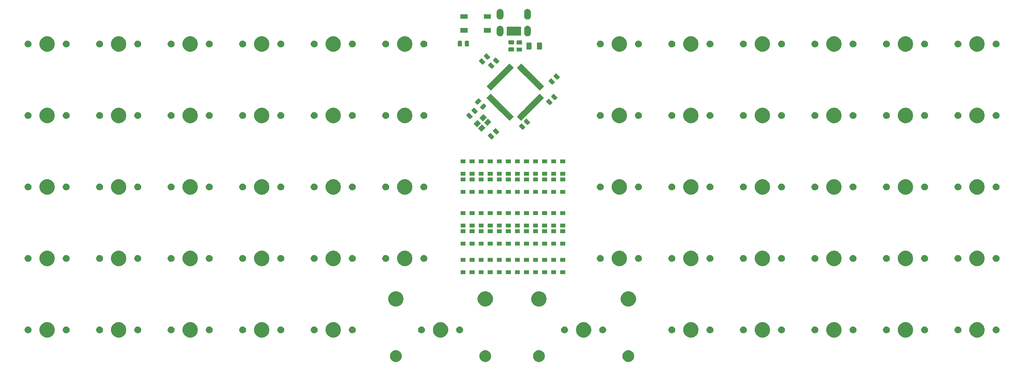
<source format=gbr>
G04 #@! TF.GenerationSoftware,KiCad,Pcbnew,(5.1.5)-3*
G04 #@! TF.CreationDate,2020-05-25T21:03:39-04:00*
G04 #@! TF.ProjectId,5-12,352d3132-2e6b-4696-9361-645f70636258,rev?*
G04 #@! TF.SameCoordinates,Original*
G04 #@! TF.FileFunction,Soldermask,Top*
G04 #@! TF.FilePolarity,Negative*
%FSLAX46Y46*%
G04 Gerber Fmt 4.6, Leading zero omitted, Abs format (unit mm)*
G04 Created by KiCad (PCBNEW (5.1.5)-3) date 2020-05-25 21:03:39*
%MOMM*%
%LPD*%
G04 APERTURE LIST*
%ADD10C,0.100000*%
G04 APERTURE END LIST*
D10*
G36*
X114607267Y-160221513D02*
G01*
X114759411Y-160251776D01*
X114878137Y-160300954D01*
X115046041Y-160370502D01*
X115046042Y-160370503D01*
X115304004Y-160542867D01*
X115523383Y-160762246D01*
X115638553Y-160934611D01*
X115695748Y-161020209D01*
X115814474Y-161306840D01*
X115875000Y-161611125D01*
X115875000Y-161921375D01*
X115814474Y-162225660D01*
X115695748Y-162512291D01*
X115695747Y-162512292D01*
X115523383Y-162770254D01*
X115304004Y-162989633D01*
X115131639Y-163104803D01*
X115046041Y-163161998D01*
X114878137Y-163231546D01*
X114759411Y-163280724D01*
X114607267Y-163310987D01*
X114455125Y-163341250D01*
X114144875Y-163341250D01*
X113992733Y-163310987D01*
X113840589Y-163280724D01*
X113721863Y-163231546D01*
X113553959Y-163161998D01*
X113468361Y-163104803D01*
X113295996Y-162989633D01*
X113076617Y-162770254D01*
X112904253Y-162512292D01*
X112904252Y-162512291D01*
X112785526Y-162225660D01*
X112725000Y-161921375D01*
X112725000Y-161611125D01*
X112785526Y-161306840D01*
X112904252Y-161020209D01*
X112961447Y-160934611D01*
X113076617Y-160762246D01*
X113295996Y-160542867D01*
X113553958Y-160370503D01*
X113553959Y-160370502D01*
X113721863Y-160300954D01*
X113840589Y-160251776D01*
X113992733Y-160221513D01*
X114144875Y-160191250D01*
X114455125Y-160191250D01*
X114607267Y-160221513D01*
G37*
G36*
X138419767Y-160221513D02*
G01*
X138571911Y-160251776D01*
X138690637Y-160300954D01*
X138858541Y-160370502D01*
X138858542Y-160370503D01*
X139116504Y-160542867D01*
X139335883Y-160762246D01*
X139451053Y-160934611D01*
X139508248Y-161020209D01*
X139626974Y-161306840D01*
X139687500Y-161611125D01*
X139687500Y-161921375D01*
X139626974Y-162225660D01*
X139508248Y-162512291D01*
X139508247Y-162512292D01*
X139335883Y-162770254D01*
X139116504Y-162989633D01*
X138944139Y-163104803D01*
X138858541Y-163161998D01*
X138690637Y-163231546D01*
X138571911Y-163280724D01*
X138419767Y-163310987D01*
X138267625Y-163341250D01*
X137957375Y-163341250D01*
X137805233Y-163310987D01*
X137653089Y-163280724D01*
X137534363Y-163231546D01*
X137366459Y-163161998D01*
X137280861Y-163104803D01*
X137108496Y-162989633D01*
X136889117Y-162770254D01*
X136716753Y-162512292D01*
X136716752Y-162512291D01*
X136598026Y-162225660D01*
X136537500Y-161921375D01*
X136537500Y-161611125D01*
X136598026Y-161306840D01*
X136716752Y-161020209D01*
X136773947Y-160934611D01*
X136889117Y-160762246D01*
X137108496Y-160542867D01*
X137366458Y-160370503D01*
X137366459Y-160370502D01*
X137534363Y-160300954D01*
X137653089Y-160251776D01*
X137805233Y-160221513D01*
X137957375Y-160191250D01*
X138267625Y-160191250D01*
X138419767Y-160221513D01*
G37*
G36*
X176519767Y-160221513D02*
G01*
X176671911Y-160251776D01*
X176790637Y-160300954D01*
X176958541Y-160370502D01*
X176958542Y-160370503D01*
X177216504Y-160542867D01*
X177435883Y-160762246D01*
X177551053Y-160934611D01*
X177608248Y-161020209D01*
X177726974Y-161306840D01*
X177787500Y-161611125D01*
X177787500Y-161921375D01*
X177726974Y-162225660D01*
X177608248Y-162512291D01*
X177608247Y-162512292D01*
X177435883Y-162770254D01*
X177216504Y-162989633D01*
X177044139Y-163104803D01*
X176958541Y-163161998D01*
X176790637Y-163231546D01*
X176671911Y-163280724D01*
X176519767Y-163310987D01*
X176367625Y-163341250D01*
X176057375Y-163341250D01*
X175905233Y-163310987D01*
X175753089Y-163280724D01*
X175634363Y-163231546D01*
X175466459Y-163161998D01*
X175380861Y-163104803D01*
X175208496Y-162989633D01*
X174989117Y-162770254D01*
X174816753Y-162512292D01*
X174816752Y-162512291D01*
X174698026Y-162225660D01*
X174637500Y-161921375D01*
X174637500Y-161611125D01*
X174698026Y-161306840D01*
X174816752Y-161020209D01*
X174873947Y-160934611D01*
X174989117Y-160762246D01*
X175208496Y-160542867D01*
X175466458Y-160370503D01*
X175466459Y-160370502D01*
X175634363Y-160300954D01*
X175753089Y-160251776D01*
X175905233Y-160221513D01*
X176057375Y-160191250D01*
X176367625Y-160191250D01*
X176519767Y-160221513D01*
G37*
G36*
X152707267Y-160221513D02*
G01*
X152859411Y-160251776D01*
X152978137Y-160300954D01*
X153146041Y-160370502D01*
X153146042Y-160370503D01*
X153404004Y-160542867D01*
X153623383Y-160762246D01*
X153738553Y-160934611D01*
X153795748Y-161020209D01*
X153914474Y-161306840D01*
X153975000Y-161611125D01*
X153975000Y-161921375D01*
X153914474Y-162225660D01*
X153795748Y-162512291D01*
X153795747Y-162512292D01*
X153623383Y-162770254D01*
X153404004Y-162989633D01*
X153231639Y-163104803D01*
X153146041Y-163161998D01*
X152978137Y-163231546D01*
X152859411Y-163280724D01*
X152707267Y-163310987D01*
X152555125Y-163341250D01*
X152244875Y-163341250D01*
X152092733Y-163310987D01*
X151940589Y-163280724D01*
X151821863Y-163231546D01*
X151653959Y-163161998D01*
X151568361Y-163104803D01*
X151395996Y-162989633D01*
X151176617Y-162770254D01*
X151004253Y-162512292D01*
X151004252Y-162512291D01*
X150885526Y-162225660D01*
X150825000Y-161921375D01*
X150825000Y-161611125D01*
X150885526Y-161306840D01*
X151004252Y-161020209D01*
X151061447Y-160934611D01*
X151176617Y-160762246D01*
X151395996Y-160542867D01*
X151653958Y-160370503D01*
X151653959Y-160370502D01*
X151821863Y-160300954D01*
X151940589Y-160251776D01*
X152092733Y-160221513D01*
X152244875Y-160191250D01*
X152555125Y-160191250D01*
X152707267Y-160221513D01*
G37*
G36*
X79177724Y-152814934D02*
G01*
X79395724Y-152905233D01*
X79549873Y-152969083D01*
X79884798Y-153192873D01*
X80169627Y-153477702D01*
X80393417Y-153812627D01*
X80425812Y-153890836D01*
X80547566Y-154184776D01*
X80626150Y-154579844D01*
X80626150Y-154982656D01*
X80547566Y-155377724D01*
X80496701Y-155500522D01*
X80393417Y-155749873D01*
X80169627Y-156084798D01*
X79884798Y-156369627D01*
X79549873Y-156593417D01*
X79395724Y-156657267D01*
X79177724Y-156747566D01*
X78782656Y-156826150D01*
X78379844Y-156826150D01*
X77984776Y-156747566D01*
X77766776Y-156657267D01*
X77612627Y-156593417D01*
X77277702Y-156369627D01*
X76992873Y-156084798D01*
X76769083Y-155749873D01*
X76665799Y-155500522D01*
X76614934Y-155377724D01*
X76536350Y-154982656D01*
X76536350Y-154579844D01*
X76614934Y-154184776D01*
X76736688Y-153890836D01*
X76769083Y-153812627D01*
X76992873Y-153477702D01*
X77277702Y-153192873D01*
X77612627Y-152969083D01*
X77766776Y-152905233D01*
X77984776Y-152814934D01*
X78379844Y-152736350D01*
X78782656Y-152736350D01*
X79177724Y-152814934D01*
G37*
G36*
X60127724Y-152814934D02*
G01*
X60345724Y-152905233D01*
X60499873Y-152969083D01*
X60834798Y-153192873D01*
X61119627Y-153477702D01*
X61343417Y-153812627D01*
X61375812Y-153890836D01*
X61497566Y-154184776D01*
X61576150Y-154579844D01*
X61576150Y-154982656D01*
X61497566Y-155377724D01*
X61446701Y-155500522D01*
X61343417Y-155749873D01*
X61119627Y-156084798D01*
X60834798Y-156369627D01*
X60499873Y-156593417D01*
X60345724Y-156657267D01*
X60127724Y-156747566D01*
X59732656Y-156826150D01*
X59329844Y-156826150D01*
X58934776Y-156747566D01*
X58716776Y-156657267D01*
X58562627Y-156593417D01*
X58227702Y-156369627D01*
X57942873Y-156084798D01*
X57719083Y-155749873D01*
X57615799Y-155500522D01*
X57564934Y-155377724D01*
X57486350Y-154982656D01*
X57486350Y-154579844D01*
X57564934Y-154184776D01*
X57686688Y-153890836D01*
X57719083Y-153812627D01*
X57942873Y-153477702D01*
X58227702Y-153192873D01*
X58562627Y-152969083D01*
X58716776Y-152905233D01*
X58934776Y-152814934D01*
X59329844Y-152736350D01*
X59732656Y-152736350D01*
X60127724Y-152814934D01*
G37*
G36*
X98227724Y-152814934D02*
G01*
X98445724Y-152905233D01*
X98599873Y-152969083D01*
X98934798Y-153192873D01*
X99219627Y-153477702D01*
X99443417Y-153812627D01*
X99475812Y-153890836D01*
X99597566Y-154184776D01*
X99676150Y-154579844D01*
X99676150Y-154982656D01*
X99597566Y-155377724D01*
X99546701Y-155500522D01*
X99443417Y-155749873D01*
X99219627Y-156084798D01*
X98934798Y-156369627D01*
X98599873Y-156593417D01*
X98445724Y-156657267D01*
X98227724Y-156747566D01*
X97832656Y-156826150D01*
X97429844Y-156826150D01*
X97034776Y-156747566D01*
X96816776Y-156657267D01*
X96662627Y-156593417D01*
X96327702Y-156369627D01*
X96042873Y-156084798D01*
X95819083Y-155749873D01*
X95715799Y-155500522D01*
X95664934Y-155377724D01*
X95586350Y-154982656D01*
X95586350Y-154579844D01*
X95664934Y-154184776D01*
X95786688Y-153890836D01*
X95819083Y-153812627D01*
X96042873Y-153477702D01*
X96327702Y-153192873D01*
X96662627Y-152969083D01*
X96816776Y-152905233D01*
X97034776Y-152814934D01*
X97429844Y-152736350D01*
X97832656Y-152736350D01*
X98227724Y-152814934D01*
G37*
G36*
X41077724Y-152814934D02*
G01*
X41295724Y-152905233D01*
X41449873Y-152969083D01*
X41784798Y-153192873D01*
X42069627Y-153477702D01*
X42293417Y-153812627D01*
X42325812Y-153890836D01*
X42447566Y-154184776D01*
X42526150Y-154579844D01*
X42526150Y-154982656D01*
X42447566Y-155377724D01*
X42396701Y-155500522D01*
X42293417Y-155749873D01*
X42069627Y-156084798D01*
X41784798Y-156369627D01*
X41449873Y-156593417D01*
X41295724Y-156657267D01*
X41077724Y-156747566D01*
X40682656Y-156826150D01*
X40279844Y-156826150D01*
X39884776Y-156747566D01*
X39666776Y-156657267D01*
X39512627Y-156593417D01*
X39177702Y-156369627D01*
X38892873Y-156084798D01*
X38669083Y-155749873D01*
X38565799Y-155500522D01*
X38514934Y-155377724D01*
X38436350Y-154982656D01*
X38436350Y-154579844D01*
X38514934Y-154184776D01*
X38636688Y-153890836D01*
X38669083Y-153812627D01*
X38892873Y-153477702D01*
X39177702Y-153192873D01*
X39512627Y-152969083D01*
X39666776Y-152905233D01*
X39884776Y-152814934D01*
X40279844Y-152736350D01*
X40682656Y-152736350D01*
X41077724Y-152814934D01*
G37*
G36*
X22027724Y-152814934D02*
G01*
X22245724Y-152905233D01*
X22399873Y-152969083D01*
X22734798Y-153192873D01*
X23019627Y-153477702D01*
X23243417Y-153812627D01*
X23275812Y-153890836D01*
X23397566Y-154184776D01*
X23476150Y-154579844D01*
X23476150Y-154982656D01*
X23397566Y-155377724D01*
X23346701Y-155500522D01*
X23243417Y-155749873D01*
X23019627Y-156084798D01*
X22734798Y-156369627D01*
X22399873Y-156593417D01*
X22245724Y-156657267D01*
X22027724Y-156747566D01*
X21632656Y-156826150D01*
X21229844Y-156826150D01*
X20834776Y-156747566D01*
X20616776Y-156657267D01*
X20462627Y-156593417D01*
X20127702Y-156369627D01*
X19842873Y-156084798D01*
X19619083Y-155749873D01*
X19515799Y-155500522D01*
X19464934Y-155377724D01*
X19386350Y-154982656D01*
X19386350Y-154579844D01*
X19464934Y-154184776D01*
X19586688Y-153890836D01*
X19619083Y-153812627D01*
X19842873Y-153477702D01*
X20127702Y-153192873D01*
X20462627Y-152969083D01*
X20616776Y-152905233D01*
X20834776Y-152814934D01*
X21229844Y-152736350D01*
X21632656Y-152736350D01*
X22027724Y-152814934D01*
G37*
G36*
X193477724Y-152814934D02*
G01*
X193695724Y-152905233D01*
X193849873Y-152969083D01*
X194184798Y-153192873D01*
X194469627Y-153477702D01*
X194693417Y-153812627D01*
X194725812Y-153890836D01*
X194847566Y-154184776D01*
X194926150Y-154579844D01*
X194926150Y-154982656D01*
X194847566Y-155377724D01*
X194796701Y-155500522D01*
X194693417Y-155749873D01*
X194469627Y-156084798D01*
X194184798Y-156369627D01*
X193849873Y-156593417D01*
X193695724Y-156657267D01*
X193477724Y-156747566D01*
X193082656Y-156826150D01*
X192679844Y-156826150D01*
X192284776Y-156747566D01*
X192066776Y-156657267D01*
X191912627Y-156593417D01*
X191577702Y-156369627D01*
X191292873Y-156084798D01*
X191069083Y-155749873D01*
X190965799Y-155500522D01*
X190914934Y-155377724D01*
X190836350Y-154982656D01*
X190836350Y-154579844D01*
X190914934Y-154184776D01*
X191036688Y-153890836D01*
X191069083Y-153812627D01*
X191292873Y-153477702D01*
X191577702Y-153192873D01*
X191912627Y-152969083D01*
X192066776Y-152905233D01*
X192284776Y-152814934D01*
X192679844Y-152736350D01*
X193082656Y-152736350D01*
X193477724Y-152814934D01*
G37*
G36*
X231577724Y-152814934D02*
G01*
X231795724Y-152905233D01*
X231949873Y-152969083D01*
X232284798Y-153192873D01*
X232569627Y-153477702D01*
X232793417Y-153812627D01*
X232825812Y-153890836D01*
X232947566Y-154184776D01*
X233026150Y-154579844D01*
X233026150Y-154982656D01*
X232947566Y-155377724D01*
X232896701Y-155500522D01*
X232793417Y-155749873D01*
X232569627Y-156084798D01*
X232284798Y-156369627D01*
X231949873Y-156593417D01*
X231795724Y-156657267D01*
X231577724Y-156747566D01*
X231182656Y-156826150D01*
X230779844Y-156826150D01*
X230384776Y-156747566D01*
X230166776Y-156657267D01*
X230012627Y-156593417D01*
X229677702Y-156369627D01*
X229392873Y-156084798D01*
X229169083Y-155749873D01*
X229065799Y-155500522D01*
X229014934Y-155377724D01*
X228936350Y-154982656D01*
X228936350Y-154579844D01*
X229014934Y-154184776D01*
X229136688Y-153890836D01*
X229169083Y-153812627D01*
X229392873Y-153477702D01*
X229677702Y-153192873D01*
X230012627Y-152969083D01*
X230166776Y-152905233D01*
X230384776Y-152814934D01*
X230779844Y-152736350D01*
X231182656Y-152736350D01*
X231577724Y-152814934D01*
G37*
G36*
X269677724Y-152814934D02*
G01*
X269895724Y-152905233D01*
X270049873Y-152969083D01*
X270384798Y-153192873D01*
X270669627Y-153477702D01*
X270893417Y-153812627D01*
X270925812Y-153890836D01*
X271047566Y-154184776D01*
X271126150Y-154579844D01*
X271126150Y-154982656D01*
X271047566Y-155377724D01*
X270996701Y-155500522D01*
X270893417Y-155749873D01*
X270669627Y-156084798D01*
X270384798Y-156369627D01*
X270049873Y-156593417D01*
X269895724Y-156657267D01*
X269677724Y-156747566D01*
X269282656Y-156826150D01*
X268879844Y-156826150D01*
X268484776Y-156747566D01*
X268266776Y-156657267D01*
X268112627Y-156593417D01*
X267777702Y-156369627D01*
X267492873Y-156084798D01*
X267269083Y-155749873D01*
X267165799Y-155500522D01*
X267114934Y-155377724D01*
X267036350Y-154982656D01*
X267036350Y-154579844D01*
X267114934Y-154184776D01*
X267236688Y-153890836D01*
X267269083Y-153812627D01*
X267492873Y-153477702D01*
X267777702Y-153192873D01*
X268112627Y-152969083D01*
X268266776Y-152905233D01*
X268484776Y-152814934D01*
X268879844Y-152736350D01*
X269282656Y-152736350D01*
X269677724Y-152814934D01*
G37*
G36*
X164902724Y-152814934D02*
G01*
X165120724Y-152905233D01*
X165274873Y-152969083D01*
X165609798Y-153192873D01*
X165894627Y-153477702D01*
X166118417Y-153812627D01*
X166150812Y-153890836D01*
X166272566Y-154184776D01*
X166351150Y-154579844D01*
X166351150Y-154982656D01*
X166272566Y-155377724D01*
X166221701Y-155500522D01*
X166118417Y-155749873D01*
X165894627Y-156084798D01*
X165609798Y-156369627D01*
X165274873Y-156593417D01*
X165120724Y-156657267D01*
X164902724Y-156747566D01*
X164507656Y-156826150D01*
X164104844Y-156826150D01*
X163709776Y-156747566D01*
X163491776Y-156657267D01*
X163337627Y-156593417D01*
X163002702Y-156369627D01*
X162717873Y-156084798D01*
X162494083Y-155749873D01*
X162390799Y-155500522D01*
X162339934Y-155377724D01*
X162261350Y-154982656D01*
X162261350Y-154579844D01*
X162339934Y-154184776D01*
X162461688Y-153890836D01*
X162494083Y-153812627D01*
X162717873Y-153477702D01*
X163002702Y-153192873D01*
X163337627Y-152969083D01*
X163491776Y-152905233D01*
X163709776Y-152814934D01*
X164104844Y-152736350D01*
X164507656Y-152736350D01*
X164902724Y-152814934D01*
G37*
G36*
X126802724Y-152814934D02*
G01*
X127020724Y-152905233D01*
X127174873Y-152969083D01*
X127509798Y-153192873D01*
X127794627Y-153477702D01*
X128018417Y-153812627D01*
X128050812Y-153890836D01*
X128172566Y-154184776D01*
X128251150Y-154579844D01*
X128251150Y-154982656D01*
X128172566Y-155377724D01*
X128121701Y-155500522D01*
X128018417Y-155749873D01*
X127794627Y-156084798D01*
X127509798Y-156369627D01*
X127174873Y-156593417D01*
X127020724Y-156657267D01*
X126802724Y-156747566D01*
X126407656Y-156826150D01*
X126004844Y-156826150D01*
X125609776Y-156747566D01*
X125391776Y-156657267D01*
X125237627Y-156593417D01*
X124902702Y-156369627D01*
X124617873Y-156084798D01*
X124394083Y-155749873D01*
X124290799Y-155500522D01*
X124239934Y-155377724D01*
X124161350Y-154982656D01*
X124161350Y-154579844D01*
X124239934Y-154184776D01*
X124361688Y-153890836D01*
X124394083Y-153812627D01*
X124617873Y-153477702D01*
X124902702Y-153192873D01*
X125237627Y-152969083D01*
X125391776Y-152905233D01*
X125609776Y-152814934D01*
X126004844Y-152736350D01*
X126407656Y-152736350D01*
X126802724Y-152814934D01*
G37*
G36*
X250627724Y-152814934D02*
G01*
X250845724Y-152905233D01*
X250999873Y-152969083D01*
X251334798Y-153192873D01*
X251619627Y-153477702D01*
X251843417Y-153812627D01*
X251875812Y-153890836D01*
X251997566Y-154184776D01*
X252076150Y-154579844D01*
X252076150Y-154982656D01*
X251997566Y-155377724D01*
X251946701Y-155500522D01*
X251843417Y-155749873D01*
X251619627Y-156084798D01*
X251334798Y-156369627D01*
X250999873Y-156593417D01*
X250845724Y-156657267D01*
X250627724Y-156747566D01*
X250232656Y-156826150D01*
X249829844Y-156826150D01*
X249434776Y-156747566D01*
X249216776Y-156657267D01*
X249062627Y-156593417D01*
X248727702Y-156369627D01*
X248442873Y-156084798D01*
X248219083Y-155749873D01*
X248115799Y-155500522D01*
X248064934Y-155377724D01*
X247986350Y-154982656D01*
X247986350Y-154579844D01*
X248064934Y-154184776D01*
X248186688Y-153890836D01*
X248219083Y-153812627D01*
X248442873Y-153477702D01*
X248727702Y-153192873D01*
X249062627Y-152969083D01*
X249216776Y-152905233D01*
X249434776Y-152814934D01*
X249829844Y-152736350D01*
X250232656Y-152736350D01*
X250627724Y-152814934D01*
G37*
G36*
X212527724Y-152814934D02*
G01*
X212745724Y-152905233D01*
X212899873Y-152969083D01*
X213234798Y-153192873D01*
X213519627Y-153477702D01*
X213743417Y-153812627D01*
X213775812Y-153890836D01*
X213897566Y-154184776D01*
X213976150Y-154579844D01*
X213976150Y-154982656D01*
X213897566Y-155377724D01*
X213846701Y-155500522D01*
X213743417Y-155749873D01*
X213519627Y-156084798D01*
X213234798Y-156369627D01*
X212899873Y-156593417D01*
X212745724Y-156657267D01*
X212527724Y-156747566D01*
X212132656Y-156826150D01*
X211729844Y-156826150D01*
X211334776Y-156747566D01*
X211116776Y-156657267D01*
X210962627Y-156593417D01*
X210627702Y-156369627D01*
X210342873Y-156084798D01*
X210119083Y-155749873D01*
X210015799Y-155500522D01*
X209964934Y-155377724D01*
X209886350Y-154982656D01*
X209886350Y-154579844D01*
X209964934Y-154184776D01*
X210086688Y-153890836D01*
X210119083Y-153812627D01*
X210342873Y-153477702D01*
X210627702Y-153192873D01*
X210962627Y-152969083D01*
X211116776Y-152905233D01*
X211334776Y-152814934D01*
X211729844Y-152736350D01*
X212132656Y-152736350D01*
X212527724Y-152814934D01*
G37*
G36*
X188071354Y-153890835D02*
G01*
X188239876Y-153960639D01*
X188391541Y-154061978D01*
X188520522Y-154190959D01*
X188621861Y-154342624D01*
X188691665Y-154511146D01*
X188727250Y-154690047D01*
X188727250Y-154872453D01*
X188691665Y-155051354D01*
X188621861Y-155219876D01*
X188520522Y-155371541D01*
X188391541Y-155500522D01*
X188239876Y-155601861D01*
X188071354Y-155671665D01*
X187892453Y-155707250D01*
X187710047Y-155707250D01*
X187531146Y-155671665D01*
X187362624Y-155601861D01*
X187210959Y-155500522D01*
X187081978Y-155371541D01*
X186980639Y-155219876D01*
X186910835Y-155051354D01*
X186875250Y-154872453D01*
X186875250Y-154690047D01*
X186910835Y-154511146D01*
X186980639Y-154342624D01*
X187081978Y-154190959D01*
X187210959Y-154061978D01*
X187362624Y-153960639D01*
X187531146Y-153890835D01*
X187710047Y-153855250D01*
X187892453Y-153855250D01*
X188071354Y-153890835D01*
G37*
G36*
X26781354Y-153890835D02*
G01*
X26949876Y-153960639D01*
X27101541Y-154061978D01*
X27230522Y-154190959D01*
X27331861Y-154342624D01*
X27401665Y-154511146D01*
X27437250Y-154690047D01*
X27437250Y-154872453D01*
X27401665Y-155051354D01*
X27331861Y-155219876D01*
X27230522Y-155371541D01*
X27101541Y-155500522D01*
X26949876Y-155601861D01*
X26781354Y-155671665D01*
X26602453Y-155707250D01*
X26420047Y-155707250D01*
X26241146Y-155671665D01*
X26072624Y-155601861D01*
X25920959Y-155500522D01*
X25791978Y-155371541D01*
X25690639Y-155219876D01*
X25620835Y-155051354D01*
X25585250Y-154872453D01*
X25585250Y-154690047D01*
X25620835Y-154511146D01*
X25690639Y-154342624D01*
X25791978Y-154190959D01*
X25920959Y-154061978D01*
X26072624Y-153960639D01*
X26241146Y-153890835D01*
X26420047Y-153855250D01*
X26602453Y-153855250D01*
X26781354Y-153890835D01*
G37*
G36*
X16621354Y-153890835D02*
G01*
X16789876Y-153960639D01*
X16941541Y-154061978D01*
X17070522Y-154190959D01*
X17171861Y-154342624D01*
X17241665Y-154511146D01*
X17277250Y-154690047D01*
X17277250Y-154872453D01*
X17241665Y-155051354D01*
X17171861Y-155219876D01*
X17070522Y-155371541D01*
X16941541Y-155500522D01*
X16789876Y-155601861D01*
X16621354Y-155671665D01*
X16442453Y-155707250D01*
X16260047Y-155707250D01*
X16081146Y-155671665D01*
X15912624Y-155601861D01*
X15760959Y-155500522D01*
X15631978Y-155371541D01*
X15530639Y-155219876D01*
X15460835Y-155051354D01*
X15425250Y-154872453D01*
X15425250Y-154690047D01*
X15460835Y-154511146D01*
X15530639Y-154342624D01*
X15631978Y-154190959D01*
X15760959Y-154061978D01*
X15912624Y-153960639D01*
X16081146Y-153890835D01*
X16260047Y-153855250D01*
X16442453Y-153855250D01*
X16621354Y-153890835D01*
G37*
G36*
X45831354Y-153890835D02*
G01*
X45999876Y-153960639D01*
X46151541Y-154061978D01*
X46280522Y-154190959D01*
X46381861Y-154342624D01*
X46451665Y-154511146D01*
X46487250Y-154690047D01*
X46487250Y-154872453D01*
X46451665Y-155051354D01*
X46381861Y-155219876D01*
X46280522Y-155371541D01*
X46151541Y-155500522D01*
X45999876Y-155601861D01*
X45831354Y-155671665D01*
X45652453Y-155707250D01*
X45470047Y-155707250D01*
X45291146Y-155671665D01*
X45122624Y-155601861D01*
X44970959Y-155500522D01*
X44841978Y-155371541D01*
X44740639Y-155219876D01*
X44670835Y-155051354D01*
X44635250Y-154872453D01*
X44635250Y-154690047D01*
X44670835Y-154511146D01*
X44740639Y-154342624D01*
X44841978Y-154190959D01*
X44970959Y-154061978D01*
X45122624Y-153960639D01*
X45291146Y-153890835D01*
X45470047Y-153855250D01*
X45652453Y-153855250D01*
X45831354Y-153890835D01*
G37*
G36*
X35671354Y-153890835D02*
G01*
X35839876Y-153960639D01*
X35991541Y-154061978D01*
X36120522Y-154190959D01*
X36221861Y-154342624D01*
X36291665Y-154511146D01*
X36327250Y-154690047D01*
X36327250Y-154872453D01*
X36291665Y-155051354D01*
X36221861Y-155219876D01*
X36120522Y-155371541D01*
X35991541Y-155500522D01*
X35839876Y-155601861D01*
X35671354Y-155671665D01*
X35492453Y-155707250D01*
X35310047Y-155707250D01*
X35131146Y-155671665D01*
X34962624Y-155601861D01*
X34810959Y-155500522D01*
X34681978Y-155371541D01*
X34580639Y-155219876D01*
X34510835Y-155051354D01*
X34475250Y-154872453D01*
X34475250Y-154690047D01*
X34510835Y-154511146D01*
X34580639Y-154342624D01*
X34681978Y-154190959D01*
X34810959Y-154061978D01*
X34962624Y-153960639D01*
X35131146Y-153890835D01*
X35310047Y-153855250D01*
X35492453Y-153855250D01*
X35671354Y-153890835D01*
G37*
G36*
X92821354Y-153890835D02*
G01*
X92989876Y-153960639D01*
X93141541Y-154061978D01*
X93270522Y-154190959D01*
X93371861Y-154342624D01*
X93441665Y-154511146D01*
X93477250Y-154690047D01*
X93477250Y-154872453D01*
X93441665Y-155051354D01*
X93371861Y-155219876D01*
X93270522Y-155371541D01*
X93141541Y-155500522D01*
X92989876Y-155601861D01*
X92821354Y-155671665D01*
X92642453Y-155707250D01*
X92460047Y-155707250D01*
X92281146Y-155671665D01*
X92112624Y-155601861D01*
X91960959Y-155500522D01*
X91831978Y-155371541D01*
X91730639Y-155219876D01*
X91660835Y-155051354D01*
X91625250Y-154872453D01*
X91625250Y-154690047D01*
X91660835Y-154511146D01*
X91730639Y-154342624D01*
X91831978Y-154190959D01*
X91960959Y-154061978D01*
X92112624Y-153960639D01*
X92281146Y-153890835D01*
X92460047Y-153855250D01*
X92642453Y-153855250D01*
X92821354Y-153890835D01*
G37*
G36*
X102981354Y-153890835D02*
G01*
X103149876Y-153960639D01*
X103301541Y-154061978D01*
X103430522Y-154190959D01*
X103531861Y-154342624D01*
X103601665Y-154511146D01*
X103637250Y-154690047D01*
X103637250Y-154872453D01*
X103601665Y-155051354D01*
X103531861Y-155219876D01*
X103430522Y-155371541D01*
X103301541Y-155500522D01*
X103149876Y-155601861D01*
X102981354Y-155671665D01*
X102802453Y-155707250D01*
X102620047Y-155707250D01*
X102441146Y-155671665D01*
X102272624Y-155601861D01*
X102120959Y-155500522D01*
X101991978Y-155371541D01*
X101890639Y-155219876D01*
X101820835Y-155051354D01*
X101785250Y-154872453D01*
X101785250Y-154690047D01*
X101820835Y-154511146D01*
X101890639Y-154342624D01*
X101991978Y-154190959D01*
X102120959Y-154061978D01*
X102272624Y-153960639D01*
X102441146Y-153890835D01*
X102620047Y-153855250D01*
X102802453Y-153855250D01*
X102981354Y-153890835D01*
G37*
G36*
X64881354Y-153890835D02*
G01*
X65049876Y-153960639D01*
X65201541Y-154061978D01*
X65330522Y-154190959D01*
X65431861Y-154342624D01*
X65501665Y-154511146D01*
X65537250Y-154690047D01*
X65537250Y-154872453D01*
X65501665Y-155051354D01*
X65431861Y-155219876D01*
X65330522Y-155371541D01*
X65201541Y-155500522D01*
X65049876Y-155601861D01*
X64881354Y-155671665D01*
X64702453Y-155707250D01*
X64520047Y-155707250D01*
X64341146Y-155671665D01*
X64172624Y-155601861D01*
X64020959Y-155500522D01*
X63891978Y-155371541D01*
X63790639Y-155219876D01*
X63720835Y-155051354D01*
X63685250Y-154872453D01*
X63685250Y-154690047D01*
X63720835Y-154511146D01*
X63790639Y-154342624D01*
X63891978Y-154190959D01*
X64020959Y-154061978D01*
X64172624Y-153960639D01*
X64341146Y-153890835D01*
X64520047Y-153855250D01*
X64702453Y-153855250D01*
X64881354Y-153890835D01*
G37*
G36*
X54721354Y-153890835D02*
G01*
X54889876Y-153960639D01*
X55041541Y-154061978D01*
X55170522Y-154190959D01*
X55271861Y-154342624D01*
X55341665Y-154511146D01*
X55377250Y-154690047D01*
X55377250Y-154872453D01*
X55341665Y-155051354D01*
X55271861Y-155219876D01*
X55170522Y-155371541D01*
X55041541Y-155500522D01*
X54889876Y-155601861D01*
X54721354Y-155671665D01*
X54542453Y-155707250D01*
X54360047Y-155707250D01*
X54181146Y-155671665D01*
X54012624Y-155601861D01*
X53860959Y-155500522D01*
X53731978Y-155371541D01*
X53630639Y-155219876D01*
X53560835Y-155051354D01*
X53525250Y-154872453D01*
X53525250Y-154690047D01*
X53560835Y-154511146D01*
X53630639Y-154342624D01*
X53731978Y-154190959D01*
X53860959Y-154061978D01*
X54012624Y-153960639D01*
X54181146Y-153890835D01*
X54360047Y-153855250D01*
X54542453Y-153855250D01*
X54721354Y-153890835D01*
G37*
G36*
X73771354Y-153890835D02*
G01*
X73939876Y-153960639D01*
X74091541Y-154061978D01*
X74220522Y-154190959D01*
X74321861Y-154342624D01*
X74391665Y-154511146D01*
X74427250Y-154690047D01*
X74427250Y-154872453D01*
X74391665Y-155051354D01*
X74321861Y-155219876D01*
X74220522Y-155371541D01*
X74091541Y-155500522D01*
X73939876Y-155601861D01*
X73771354Y-155671665D01*
X73592453Y-155707250D01*
X73410047Y-155707250D01*
X73231146Y-155671665D01*
X73062624Y-155601861D01*
X72910959Y-155500522D01*
X72781978Y-155371541D01*
X72680639Y-155219876D01*
X72610835Y-155051354D01*
X72575250Y-154872453D01*
X72575250Y-154690047D01*
X72610835Y-154511146D01*
X72680639Y-154342624D01*
X72781978Y-154190959D01*
X72910959Y-154061978D01*
X73062624Y-153960639D01*
X73231146Y-153890835D01*
X73410047Y-153855250D01*
X73592453Y-153855250D01*
X73771354Y-153890835D01*
G37*
G36*
X83931354Y-153890835D02*
G01*
X84099876Y-153960639D01*
X84251541Y-154061978D01*
X84380522Y-154190959D01*
X84481861Y-154342624D01*
X84551665Y-154511146D01*
X84587250Y-154690047D01*
X84587250Y-154872453D01*
X84551665Y-155051354D01*
X84481861Y-155219876D01*
X84380522Y-155371541D01*
X84251541Y-155500522D01*
X84099876Y-155601861D01*
X83931354Y-155671665D01*
X83752453Y-155707250D01*
X83570047Y-155707250D01*
X83391146Y-155671665D01*
X83222624Y-155601861D01*
X83070959Y-155500522D01*
X82941978Y-155371541D01*
X82840639Y-155219876D01*
X82770835Y-155051354D01*
X82735250Y-154872453D01*
X82735250Y-154690047D01*
X82770835Y-154511146D01*
X82840639Y-154342624D01*
X82941978Y-154190959D01*
X83070959Y-154061978D01*
X83222624Y-153960639D01*
X83391146Y-153890835D01*
X83570047Y-153855250D01*
X83752453Y-153855250D01*
X83931354Y-153890835D01*
G37*
G36*
X264271354Y-153890835D02*
G01*
X264439876Y-153960639D01*
X264591541Y-154061978D01*
X264720522Y-154190959D01*
X264821861Y-154342624D01*
X264891665Y-154511146D01*
X264927250Y-154690047D01*
X264927250Y-154872453D01*
X264891665Y-155051354D01*
X264821861Y-155219876D01*
X264720522Y-155371541D01*
X264591541Y-155500522D01*
X264439876Y-155601861D01*
X264271354Y-155671665D01*
X264092453Y-155707250D01*
X263910047Y-155707250D01*
X263731146Y-155671665D01*
X263562624Y-155601861D01*
X263410959Y-155500522D01*
X263281978Y-155371541D01*
X263180639Y-155219876D01*
X263110835Y-155051354D01*
X263075250Y-154872453D01*
X263075250Y-154690047D01*
X263110835Y-154511146D01*
X263180639Y-154342624D01*
X263281978Y-154190959D01*
X263410959Y-154061978D01*
X263562624Y-153960639D01*
X263731146Y-153890835D01*
X263910047Y-153855250D01*
X264092453Y-153855250D01*
X264271354Y-153890835D01*
G37*
G36*
X121396354Y-153890835D02*
G01*
X121564876Y-153960639D01*
X121716541Y-154061978D01*
X121845522Y-154190959D01*
X121946861Y-154342624D01*
X122016665Y-154511146D01*
X122052250Y-154690047D01*
X122052250Y-154872453D01*
X122016665Y-155051354D01*
X121946861Y-155219876D01*
X121845522Y-155371541D01*
X121716541Y-155500522D01*
X121564876Y-155601861D01*
X121396354Y-155671665D01*
X121217453Y-155707250D01*
X121035047Y-155707250D01*
X120856146Y-155671665D01*
X120687624Y-155601861D01*
X120535959Y-155500522D01*
X120406978Y-155371541D01*
X120305639Y-155219876D01*
X120235835Y-155051354D01*
X120200250Y-154872453D01*
X120200250Y-154690047D01*
X120235835Y-154511146D01*
X120305639Y-154342624D01*
X120406978Y-154190959D01*
X120535959Y-154061978D01*
X120687624Y-153960639D01*
X120856146Y-153890835D01*
X121035047Y-153855250D01*
X121217453Y-153855250D01*
X121396354Y-153890835D01*
G37*
G36*
X245221354Y-153890835D02*
G01*
X245389876Y-153960639D01*
X245541541Y-154061978D01*
X245670522Y-154190959D01*
X245771861Y-154342624D01*
X245841665Y-154511146D01*
X245877250Y-154690047D01*
X245877250Y-154872453D01*
X245841665Y-155051354D01*
X245771861Y-155219876D01*
X245670522Y-155371541D01*
X245541541Y-155500522D01*
X245389876Y-155601861D01*
X245221354Y-155671665D01*
X245042453Y-155707250D01*
X244860047Y-155707250D01*
X244681146Y-155671665D01*
X244512624Y-155601861D01*
X244360959Y-155500522D01*
X244231978Y-155371541D01*
X244130639Y-155219876D01*
X244060835Y-155051354D01*
X244025250Y-154872453D01*
X244025250Y-154690047D01*
X244060835Y-154511146D01*
X244130639Y-154342624D01*
X244231978Y-154190959D01*
X244360959Y-154061978D01*
X244512624Y-153960639D01*
X244681146Y-153890835D01*
X244860047Y-153855250D01*
X245042453Y-153855250D01*
X245221354Y-153890835D01*
G37*
G36*
X217281354Y-153890835D02*
G01*
X217449876Y-153960639D01*
X217601541Y-154061978D01*
X217730522Y-154190959D01*
X217831861Y-154342624D01*
X217901665Y-154511146D01*
X217937250Y-154690047D01*
X217937250Y-154872453D01*
X217901665Y-155051354D01*
X217831861Y-155219876D01*
X217730522Y-155371541D01*
X217601541Y-155500522D01*
X217449876Y-155601861D01*
X217281354Y-155671665D01*
X217102453Y-155707250D01*
X216920047Y-155707250D01*
X216741146Y-155671665D01*
X216572624Y-155601861D01*
X216420959Y-155500522D01*
X216291978Y-155371541D01*
X216190639Y-155219876D01*
X216120835Y-155051354D01*
X216085250Y-154872453D01*
X216085250Y-154690047D01*
X216120835Y-154511146D01*
X216190639Y-154342624D01*
X216291978Y-154190959D01*
X216420959Y-154061978D01*
X216572624Y-153960639D01*
X216741146Y-153890835D01*
X216920047Y-153855250D01*
X217102453Y-153855250D01*
X217281354Y-153890835D01*
G37*
G36*
X236331354Y-153890835D02*
G01*
X236499876Y-153960639D01*
X236651541Y-154061978D01*
X236780522Y-154190959D01*
X236881861Y-154342624D01*
X236951665Y-154511146D01*
X236987250Y-154690047D01*
X236987250Y-154872453D01*
X236951665Y-155051354D01*
X236881861Y-155219876D01*
X236780522Y-155371541D01*
X236651541Y-155500522D01*
X236499876Y-155601861D01*
X236331354Y-155671665D01*
X236152453Y-155707250D01*
X235970047Y-155707250D01*
X235791146Y-155671665D01*
X235622624Y-155601861D01*
X235470959Y-155500522D01*
X235341978Y-155371541D01*
X235240639Y-155219876D01*
X235170835Y-155051354D01*
X235135250Y-154872453D01*
X235135250Y-154690047D01*
X235170835Y-154511146D01*
X235240639Y-154342624D01*
X235341978Y-154190959D01*
X235470959Y-154061978D01*
X235622624Y-153960639D01*
X235791146Y-153890835D01*
X235970047Y-153855250D01*
X236152453Y-153855250D01*
X236331354Y-153890835D01*
G37*
G36*
X198231354Y-153890835D02*
G01*
X198399876Y-153960639D01*
X198551541Y-154061978D01*
X198680522Y-154190959D01*
X198781861Y-154342624D01*
X198851665Y-154511146D01*
X198887250Y-154690047D01*
X198887250Y-154872453D01*
X198851665Y-155051354D01*
X198781861Y-155219876D01*
X198680522Y-155371541D01*
X198551541Y-155500522D01*
X198399876Y-155601861D01*
X198231354Y-155671665D01*
X198052453Y-155707250D01*
X197870047Y-155707250D01*
X197691146Y-155671665D01*
X197522624Y-155601861D01*
X197370959Y-155500522D01*
X197241978Y-155371541D01*
X197140639Y-155219876D01*
X197070835Y-155051354D01*
X197035250Y-154872453D01*
X197035250Y-154690047D01*
X197070835Y-154511146D01*
X197140639Y-154342624D01*
X197241978Y-154190959D01*
X197370959Y-154061978D01*
X197522624Y-153960639D01*
X197691146Y-153890835D01*
X197870047Y-153855250D01*
X198052453Y-153855250D01*
X198231354Y-153890835D01*
G37*
G36*
X226171354Y-153890835D02*
G01*
X226339876Y-153960639D01*
X226491541Y-154061978D01*
X226620522Y-154190959D01*
X226721861Y-154342624D01*
X226791665Y-154511146D01*
X226827250Y-154690047D01*
X226827250Y-154872453D01*
X226791665Y-155051354D01*
X226721861Y-155219876D01*
X226620522Y-155371541D01*
X226491541Y-155500522D01*
X226339876Y-155601861D01*
X226171354Y-155671665D01*
X225992453Y-155707250D01*
X225810047Y-155707250D01*
X225631146Y-155671665D01*
X225462624Y-155601861D01*
X225310959Y-155500522D01*
X225181978Y-155371541D01*
X225080639Y-155219876D01*
X225010835Y-155051354D01*
X224975250Y-154872453D01*
X224975250Y-154690047D01*
X225010835Y-154511146D01*
X225080639Y-154342624D01*
X225181978Y-154190959D01*
X225310959Y-154061978D01*
X225462624Y-153960639D01*
X225631146Y-153890835D01*
X225810047Y-153855250D01*
X225992453Y-153855250D01*
X226171354Y-153890835D01*
G37*
G36*
X274431354Y-153890835D02*
G01*
X274599876Y-153960639D01*
X274751541Y-154061978D01*
X274880522Y-154190959D01*
X274981861Y-154342624D01*
X275051665Y-154511146D01*
X275087250Y-154690047D01*
X275087250Y-154872453D01*
X275051665Y-155051354D01*
X274981861Y-155219876D01*
X274880522Y-155371541D01*
X274751541Y-155500522D01*
X274599876Y-155601861D01*
X274431354Y-155671665D01*
X274252453Y-155707250D01*
X274070047Y-155707250D01*
X273891146Y-155671665D01*
X273722624Y-155601861D01*
X273570959Y-155500522D01*
X273441978Y-155371541D01*
X273340639Y-155219876D01*
X273270835Y-155051354D01*
X273235250Y-154872453D01*
X273235250Y-154690047D01*
X273270835Y-154511146D01*
X273340639Y-154342624D01*
X273441978Y-154190959D01*
X273570959Y-154061978D01*
X273722624Y-153960639D01*
X273891146Y-153890835D01*
X274070047Y-153855250D01*
X274252453Y-153855250D01*
X274431354Y-153890835D01*
G37*
G36*
X255381354Y-153890835D02*
G01*
X255549876Y-153960639D01*
X255701541Y-154061978D01*
X255830522Y-154190959D01*
X255931861Y-154342624D01*
X256001665Y-154511146D01*
X256037250Y-154690047D01*
X256037250Y-154872453D01*
X256001665Y-155051354D01*
X255931861Y-155219876D01*
X255830522Y-155371541D01*
X255701541Y-155500522D01*
X255549876Y-155601861D01*
X255381354Y-155671665D01*
X255202453Y-155707250D01*
X255020047Y-155707250D01*
X254841146Y-155671665D01*
X254672624Y-155601861D01*
X254520959Y-155500522D01*
X254391978Y-155371541D01*
X254290639Y-155219876D01*
X254220835Y-155051354D01*
X254185250Y-154872453D01*
X254185250Y-154690047D01*
X254220835Y-154511146D01*
X254290639Y-154342624D01*
X254391978Y-154190959D01*
X254520959Y-154061978D01*
X254672624Y-153960639D01*
X254841146Y-153890835D01*
X255020047Y-153855250D01*
X255202453Y-153855250D01*
X255381354Y-153890835D01*
G37*
G36*
X159496354Y-153890835D02*
G01*
X159664876Y-153960639D01*
X159816541Y-154061978D01*
X159945522Y-154190959D01*
X160046861Y-154342624D01*
X160116665Y-154511146D01*
X160152250Y-154690047D01*
X160152250Y-154872453D01*
X160116665Y-155051354D01*
X160046861Y-155219876D01*
X159945522Y-155371541D01*
X159816541Y-155500522D01*
X159664876Y-155601861D01*
X159496354Y-155671665D01*
X159317453Y-155707250D01*
X159135047Y-155707250D01*
X158956146Y-155671665D01*
X158787624Y-155601861D01*
X158635959Y-155500522D01*
X158506978Y-155371541D01*
X158405639Y-155219876D01*
X158335835Y-155051354D01*
X158300250Y-154872453D01*
X158300250Y-154690047D01*
X158335835Y-154511146D01*
X158405639Y-154342624D01*
X158506978Y-154190959D01*
X158635959Y-154061978D01*
X158787624Y-153960639D01*
X158956146Y-153890835D01*
X159135047Y-153855250D01*
X159317453Y-153855250D01*
X159496354Y-153890835D01*
G37*
G36*
X169656354Y-153890835D02*
G01*
X169824876Y-153960639D01*
X169976541Y-154061978D01*
X170105522Y-154190959D01*
X170206861Y-154342624D01*
X170276665Y-154511146D01*
X170312250Y-154690047D01*
X170312250Y-154872453D01*
X170276665Y-155051354D01*
X170206861Y-155219876D01*
X170105522Y-155371541D01*
X169976541Y-155500522D01*
X169824876Y-155601861D01*
X169656354Y-155671665D01*
X169477453Y-155707250D01*
X169295047Y-155707250D01*
X169116146Y-155671665D01*
X168947624Y-155601861D01*
X168795959Y-155500522D01*
X168666978Y-155371541D01*
X168565639Y-155219876D01*
X168495835Y-155051354D01*
X168460250Y-154872453D01*
X168460250Y-154690047D01*
X168495835Y-154511146D01*
X168565639Y-154342624D01*
X168666978Y-154190959D01*
X168795959Y-154061978D01*
X168947624Y-153960639D01*
X169116146Y-153890835D01*
X169295047Y-153855250D01*
X169477453Y-153855250D01*
X169656354Y-153890835D01*
G37*
G36*
X131556354Y-153890835D02*
G01*
X131724876Y-153960639D01*
X131876541Y-154061978D01*
X132005522Y-154190959D01*
X132106861Y-154342624D01*
X132176665Y-154511146D01*
X132212250Y-154690047D01*
X132212250Y-154872453D01*
X132176665Y-155051354D01*
X132106861Y-155219876D01*
X132005522Y-155371541D01*
X131876541Y-155500522D01*
X131724876Y-155601861D01*
X131556354Y-155671665D01*
X131377453Y-155707250D01*
X131195047Y-155707250D01*
X131016146Y-155671665D01*
X130847624Y-155601861D01*
X130695959Y-155500522D01*
X130566978Y-155371541D01*
X130465639Y-155219876D01*
X130395835Y-155051354D01*
X130360250Y-154872453D01*
X130360250Y-154690047D01*
X130395835Y-154511146D01*
X130465639Y-154342624D01*
X130566978Y-154190959D01*
X130695959Y-154061978D01*
X130847624Y-153960639D01*
X131016146Y-153890835D01*
X131195047Y-153855250D01*
X131377453Y-153855250D01*
X131556354Y-153890835D01*
G37*
G36*
X207121354Y-153890835D02*
G01*
X207289876Y-153960639D01*
X207441541Y-154061978D01*
X207570522Y-154190959D01*
X207671861Y-154342624D01*
X207741665Y-154511146D01*
X207777250Y-154690047D01*
X207777250Y-154872453D01*
X207741665Y-155051354D01*
X207671861Y-155219876D01*
X207570522Y-155371541D01*
X207441541Y-155500522D01*
X207289876Y-155601861D01*
X207121354Y-155671665D01*
X206942453Y-155707250D01*
X206760047Y-155707250D01*
X206581146Y-155671665D01*
X206412624Y-155601861D01*
X206260959Y-155500522D01*
X206131978Y-155371541D01*
X206030639Y-155219876D01*
X205960835Y-155051354D01*
X205925250Y-154872453D01*
X205925250Y-154690047D01*
X205960835Y-154511146D01*
X206030639Y-154342624D01*
X206131978Y-154190959D01*
X206260959Y-154061978D01*
X206412624Y-153960639D01*
X206581146Y-153890835D01*
X206760047Y-153855250D01*
X206942453Y-153855250D01*
X207121354Y-153890835D01*
G37*
G36*
X138708974Y-144559934D02*
G01*
X138926974Y-144650233D01*
X139081123Y-144714083D01*
X139416048Y-144937873D01*
X139700877Y-145222702D01*
X139924667Y-145557627D01*
X139924667Y-145557628D01*
X140078816Y-145929776D01*
X140157400Y-146324844D01*
X140157400Y-146727656D01*
X140078816Y-147122724D01*
X139988517Y-147340724D01*
X139924667Y-147494873D01*
X139700877Y-147829798D01*
X139416048Y-148114627D01*
X139081123Y-148338417D01*
X138926974Y-148402267D01*
X138708974Y-148492566D01*
X138313906Y-148571150D01*
X137911094Y-148571150D01*
X137516026Y-148492566D01*
X137298026Y-148402267D01*
X137143877Y-148338417D01*
X136808952Y-148114627D01*
X136524123Y-147829798D01*
X136300333Y-147494873D01*
X136236483Y-147340724D01*
X136146184Y-147122724D01*
X136067600Y-146727656D01*
X136067600Y-146324844D01*
X136146184Y-145929776D01*
X136300333Y-145557628D01*
X136300333Y-145557627D01*
X136524123Y-145222702D01*
X136808952Y-144937873D01*
X137143877Y-144714083D01*
X137298026Y-144650233D01*
X137516026Y-144559934D01*
X137911094Y-144481350D01*
X138313906Y-144481350D01*
X138708974Y-144559934D01*
G37*
G36*
X114896474Y-144559934D02*
G01*
X115114474Y-144650233D01*
X115268623Y-144714083D01*
X115603548Y-144937873D01*
X115888377Y-145222702D01*
X116112167Y-145557627D01*
X116112167Y-145557628D01*
X116266316Y-145929776D01*
X116344900Y-146324844D01*
X116344900Y-146727656D01*
X116266316Y-147122724D01*
X116176017Y-147340724D01*
X116112167Y-147494873D01*
X115888377Y-147829798D01*
X115603548Y-148114627D01*
X115268623Y-148338417D01*
X115114474Y-148402267D01*
X114896474Y-148492566D01*
X114501406Y-148571150D01*
X114098594Y-148571150D01*
X113703526Y-148492566D01*
X113485526Y-148402267D01*
X113331377Y-148338417D01*
X112996452Y-148114627D01*
X112711623Y-147829798D01*
X112487833Y-147494873D01*
X112423983Y-147340724D01*
X112333684Y-147122724D01*
X112255100Y-146727656D01*
X112255100Y-146324844D01*
X112333684Y-145929776D01*
X112487833Y-145557628D01*
X112487833Y-145557627D01*
X112711623Y-145222702D01*
X112996452Y-144937873D01*
X113331377Y-144714083D01*
X113485526Y-144650233D01*
X113703526Y-144559934D01*
X114098594Y-144481350D01*
X114501406Y-144481350D01*
X114896474Y-144559934D01*
G37*
G36*
X176808974Y-144559934D02*
G01*
X177026974Y-144650233D01*
X177181123Y-144714083D01*
X177516048Y-144937873D01*
X177800877Y-145222702D01*
X178024667Y-145557627D01*
X178024667Y-145557628D01*
X178178816Y-145929776D01*
X178257400Y-146324844D01*
X178257400Y-146727656D01*
X178178816Y-147122724D01*
X178088517Y-147340724D01*
X178024667Y-147494873D01*
X177800877Y-147829798D01*
X177516048Y-148114627D01*
X177181123Y-148338417D01*
X177026974Y-148402267D01*
X176808974Y-148492566D01*
X176413906Y-148571150D01*
X176011094Y-148571150D01*
X175616026Y-148492566D01*
X175398026Y-148402267D01*
X175243877Y-148338417D01*
X174908952Y-148114627D01*
X174624123Y-147829798D01*
X174400333Y-147494873D01*
X174336483Y-147340724D01*
X174246184Y-147122724D01*
X174167600Y-146727656D01*
X174167600Y-146324844D01*
X174246184Y-145929776D01*
X174400333Y-145557628D01*
X174400333Y-145557627D01*
X174624123Y-145222702D01*
X174908952Y-144937873D01*
X175243877Y-144714083D01*
X175398026Y-144650233D01*
X175616026Y-144559934D01*
X176011094Y-144481350D01*
X176413906Y-144481350D01*
X176808974Y-144559934D01*
G37*
G36*
X152996474Y-144559934D02*
G01*
X153214474Y-144650233D01*
X153368623Y-144714083D01*
X153703548Y-144937873D01*
X153988377Y-145222702D01*
X154212167Y-145557627D01*
X154212167Y-145557628D01*
X154366316Y-145929776D01*
X154444900Y-146324844D01*
X154444900Y-146727656D01*
X154366316Y-147122724D01*
X154276017Y-147340724D01*
X154212167Y-147494873D01*
X153988377Y-147829798D01*
X153703548Y-148114627D01*
X153368623Y-148338417D01*
X153214474Y-148402267D01*
X152996474Y-148492566D01*
X152601406Y-148571150D01*
X152198594Y-148571150D01*
X151803526Y-148492566D01*
X151585526Y-148402267D01*
X151431377Y-148338417D01*
X151096452Y-148114627D01*
X150811623Y-147829798D01*
X150587833Y-147494873D01*
X150523983Y-147340724D01*
X150433684Y-147122724D01*
X150355100Y-146727656D01*
X150355100Y-146324844D01*
X150433684Y-145929776D01*
X150587833Y-145557628D01*
X150587833Y-145557627D01*
X150811623Y-145222702D01*
X151096452Y-144937873D01*
X151431377Y-144714083D01*
X151585526Y-144650233D01*
X151803526Y-144559934D01*
X152198594Y-144481350D01*
X152601406Y-144481350D01*
X152996474Y-144559934D01*
G37*
G36*
X159401000Y-139947000D02*
G01*
X158099000Y-139947000D01*
X158099000Y-138945000D01*
X159401000Y-138945000D01*
X159401000Y-139947000D01*
G37*
G36*
X156988000Y-139947000D02*
G01*
X155686000Y-139947000D01*
X155686000Y-138945000D01*
X156988000Y-138945000D01*
X156988000Y-139947000D01*
G37*
G36*
X154575000Y-139947000D02*
G01*
X153273000Y-139947000D01*
X153273000Y-138945000D01*
X154575000Y-138945000D01*
X154575000Y-139947000D01*
G37*
G36*
X144923000Y-139947000D02*
G01*
X143621000Y-139947000D01*
X143621000Y-138945000D01*
X144923000Y-138945000D01*
X144923000Y-139947000D01*
G37*
G36*
X147336000Y-139945000D02*
G01*
X146034000Y-139945000D01*
X146034000Y-138943000D01*
X147336000Y-138943000D01*
X147336000Y-139945000D01*
G37*
G36*
X135271000Y-139945000D02*
G01*
X133969000Y-139945000D01*
X133969000Y-138943000D01*
X135271000Y-138943000D01*
X135271000Y-139945000D01*
G37*
G36*
X140097000Y-139945000D02*
G01*
X138795000Y-139945000D01*
X138795000Y-138943000D01*
X140097000Y-138943000D01*
X140097000Y-139945000D01*
G37*
G36*
X142510000Y-139945000D02*
G01*
X141208000Y-139945000D01*
X141208000Y-138943000D01*
X142510000Y-138943000D01*
X142510000Y-139945000D01*
G37*
G36*
X149749000Y-139945000D02*
G01*
X148447000Y-139945000D01*
X148447000Y-138943000D01*
X149749000Y-138943000D01*
X149749000Y-139945000D01*
G37*
G36*
X152162000Y-139945000D02*
G01*
X150860000Y-139945000D01*
X150860000Y-138943000D01*
X152162000Y-138943000D01*
X152162000Y-139945000D01*
G37*
G36*
X137684000Y-139945000D02*
G01*
X136382000Y-139945000D01*
X136382000Y-138943000D01*
X137684000Y-138943000D01*
X137684000Y-139945000D01*
G37*
G36*
X132858000Y-139945000D02*
G01*
X131556000Y-139945000D01*
X131556000Y-138943000D01*
X132858000Y-138943000D01*
X132858000Y-139945000D01*
G37*
G36*
X250627724Y-133764934D02*
G01*
X250845724Y-133855233D01*
X250999873Y-133919083D01*
X251334798Y-134142873D01*
X251619627Y-134427702D01*
X251843417Y-134762627D01*
X251875812Y-134840836D01*
X251997566Y-135134776D01*
X252076150Y-135529844D01*
X252076150Y-135932656D01*
X251997566Y-136327724D01*
X251946701Y-136450522D01*
X251843417Y-136699873D01*
X251619627Y-137034798D01*
X251334798Y-137319627D01*
X250999873Y-137543417D01*
X250845724Y-137607267D01*
X250627724Y-137697566D01*
X250232656Y-137776150D01*
X249829844Y-137776150D01*
X249434776Y-137697566D01*
X249216776Y-137607267D01*
X249062627Y-137543417D01*
X248727702Y-137319627D01*
X248442873Y-137034798D01*
X248219083Y-136699873D01*
X248115799Y-136450522D01*
X248064934Y-136327724D01*
X247986350Y-135932656D01*
X247986350Y-135529844D01*
X248064934Y-135134776D01*
X248186688Y-134840836D01*
X248219083Y-134762627D01*
X248442873Y-134427702D01*
X248727702Y-134142873D01*
X249062627Y-133919083D01*
X249216776Y-133855233D01*
X249434776Y-133764934D01*
X249829844Y-133686350D01*
X250232656Y-133686350D01*
X250627724Y-133764934D01*
G37*
G36*
X98227724Y-133764934D02*
G01*
X98445724Y-133855233D01*
X98599873Y-133919083D01*
X98934798Y-134142873D01*
X99219627Y-134427702D01*
X99443417Y-134762627D01*
X99475812Y-134840836D01*
X99597566Y-135134776D01*
X99676150Y-135529844D01*
X99676150Y-135932656D01*
X99597566Y-136327724D01*
X99546701Y-136450522D01*
X99443417Y-136699873D01*
X99219627Y-137034798D01*
X98934798Y-137319627D01*
X98599873Y-137543417D01*
X98445724Y-137607267D01*
X98227724Y-137697566D01*
X97832656Y-137776150D01*
X97429844Y-137776150D01*
X97034776Y-137697566D01*
X96816776Y-137607267D01*
X96662627Y-137543417D01*
X96327702Y-137319627D01*
X96042873Y-137034798D01*
X95819083Y-136699873D01*
X95715799Y-136450522D01*
X95664934Y-136327724D01*
X95586350Y-135932656D01*
X95586350Y-135529844D01*
X95664934Y-135134776D01*
X95786688Y-134840836D01*
X95819083Y-134762627D01*
X96042873Y-134427702D01*
X96327702Y-134142873D01*
X96662627Y-133919083D01*
X96816776Y-133855233D01*
X97034776Y-133764934D01*
X97429844Y-133686350D01*
X97832656Y-133686350D01*
X98227724Y-133764934D01*
G37*
G36*
X79177724Y-133764934D02*
G01*
X79395724Y-133855233D01*
X79549873Y-133919083D01*
X79884798Y-134142873D01*
X80169627Y-134427702D01*
X80393417Y-134762627D01*
X80425812Y-134840836D01*
X80547566Y-135134776D01*
X80626150Y-135529844D01*
X80626150Y-135932656D01*
X80547566Y-136327724D01*
X80496701Y-136450522D01*
X80393417Y-136699873D01*
X80169627Y-137034798D01*
X79884798Y-137319627D01*
X79549873Y-137543417D01*
X79395724Y-137607267D01*
X79177724Y-137697566D01*
X78782656Y-137776150D01*
X78379844Y-137776150D01*
X77984776Y-137697566D01*
X77766776Y-137607267D01*
X77612627Y-137543417D01*
X77277702Y-137319627D01*
X76992873Y-137034798D01*
X76769083Y-136699873D01*
X76665799Y-136450522D01*
X76614934Y-136327724D01*
X76536350Y-135932656D01*
X76536350Y-135529844D01*
X76614934Y-135134776D01*
X76736688Y-134840836D01*
X76769083Y-134762627D01*
X76992873Y-134427702D01*
X77277702Y-134142873D01*
X77612627Y-133919083D01*
X77766776Y-133855233D01*
X77984776Y-133764934D01*
X78379844Y-133686350D01*
X78782656Y-133686350D01*
X79177724Y-133764934D01*
G37*
G36*
X60127724Y-133764934D02*
G01*
X60345724Y-133855233D01*
X60499873Y-133919083D01*
X60834798Y-134142873D01*
X61119627Y-134427702D01*
X61343417Y-134762627D01*
X61375812Y-134840836D01*
X61497566Y-135134776D01*
X61576150Y-135529844D01*
X61576150Y-135932656D01*
X61497566Y-136327724D01*
X61446701Y-136450522D01*
X61343417Y-136699873D01*
X61119627Y-137034798D01*
X60834798Y-137319627D01*
X60499873Y-137543417D01*
X60345724Y-137607267D01*
X60127724Y-137697566D01*
X59732656Y-137776150D01*
X59329844Y-137776150D01*
X58934776Y-137697566D01*
X58716776Y-137607267D01*
X58562627Y-137543417D01*
X58227702Y-137319627D01*
X57942873Y-137034798D01*
X57719083Y-136699873D01*
X57615799Y-136450522D01*
X57564934Y-136327724D01*
X57486350Y-135932656D01*
X57486350Y-135529844D01*
X57564934Y-135134776D01*
X57686688Y-134840836D01*
X57719083Y-134762627D01*
X57942873Y-134427702D01*
X58227702Y-134142873D01*
X58562627Y-133919083D01*
X58716776Y-133855233D01*
X58934776Y-133764934D01*
X59329844Y-133686350D01*
X59732656Y-133686350D01*
X60127724Y-133764934D01*
G37*
G36*
X231577724Y-133764934D02*
G01*
X231795724Y-133855233D01*
X231949873Y-133919083D01*
X232284798Y-134142873D01*
X232569627Y-134427702D01*
X232793417Y-134762627D01*
X232825812Y-134840836D01*
X232947566Y-135134776D01*
X233026150Y-135529844D01*
X233026150Y-135932656D01*
X232947566Y-136327724D01*
X232896701Y-136450522D01*
X232793417Y-136699873D01*
X232569627Y-137034798D01*
X232284798Y-137319627D01*
X231949873Y-137543417D01*
X231795724Y-137607267D01*
X231577724Y-137697566D01*
X231182656Y-137776150D01*
X230779844Y-137776150D01*
X230384776Y-137697566D01*
X230166776Y-137607267D01*
X230012627Y-137543417D01*
X229677702Y-137319627D01*
X229392873Y-137034798D01*
X229169083Y-136699873D01*
X229065799Y-136450522D01*
X229014934Y-136327724D01*
X228936350Y-135932656D01*
X228936350Y-135529844D01*
X229014934Y-135134776D01*
X229136688Y-134840836D01*
X229169083Y-134762627D01*
X229392873Y-134427702D01*
X229677702Y-134142873D01*
X230012627Y-133919083D01*
X230166776Y-133855233D01*
X230384776Y-133764934D01*
X230779844Y-133686350D01*
X231182656Y-133686350D01*
X231577724Y-133764934D01*
G37*
G36*
X212527724Y-133764934D02*
G01*
X212745724Y-133855233D01*
X212899873Y-133919083D01*
X213234798Y-134142873D01*
X213519627Y-134427702D01*
X213743417Y-134762627D01*
X213775812Y-134840836D01*
X213897566Y-135134776D01*
X213976150Y-135529844D01*
X213976150Y-135932656D01*
X213897566Y-136327724D01*
X213846701Y-136450522D01*
X213743417Y-136699873D01*
X213519627Y-137034798D01*
X213234798Y-137319627D01*
X212899873Y-137543417D01*
X212745724Y-137607267D01*
X212527724Y-137697566D01*
X212132656Y-137776150D01*
X211729844Y-137776150D01*
X211334776Y-137697566D01*
X211116776Y-137607267D01*
X210962627Y-137543417D01*
X210627702Y-137319627D01*
X210342873Y-137034798D01*
X210119083Y-136699873D01*
X210015799Y-136450522D01*
X209964934Y-136327724D01*
X209886350Y-135932656D01*
X209886350Y-135529844D01*
X209964934Y-135134776D01*
X210086688Y-134840836D01*
X210119083Y-134762627D01*
X210342873Y-134427702D01*
X210627702Y-134142873D01*
X210962627Y-133919083D01*
X211116776Y-133855233D01*
X211334776Y-133764934D01*
X211729844Y-133686350D01*
X212132656Y-133686350D01*
X212527724Y-133764934D01*
G37*
G36*
X22027724Y-133764934D02*
G01*
X22245724Y-133855233D01*
X22399873Y-133919083D01*
X22734798Y-134142873D01*
X23019627Y-134427702D01*
X23243417Y-134762627D01*
X23275812Y-134840836D01*
X23397566Y-135134776D01*
X23476150Y-135529844D01*
X23476150Y-135932656D01*
X23397566Y-136327724D01*
X23346701Y-136450522D01*
X23243417Y-136699873D01*
X23019627Y-137034798D01*
X22734798Y-137319627D01*
X22399873Y-137543417D01*
X22245724Y-137607267D01*
X22027724Y-137697566D01*
X21632656Y-137776150D01*
X21229844Y-137776150D01*
X20834776Y-137697566D01*
X20616776Y-137607267D01*
X20462627Y-137543417D01*
X20127702Y-137319627D01*
X19842873Y-137034798D01*
X19619083Y-136699873D01*
X19515799Y-136450522D01*
X19464934Y-136327724D01*
X19386350Y-135932656D01*
X19386350Y-135529844D01*
X19464934Y-135134776D01*
X19586688Y-134840836D01*
X19619083Y-134762627D01*
X19842873Y-134427702D01*
X20127702Y-134142873D01*
X20462627Y-133919083D01*
X20616776Y-133855233D01*
X20834776Y-133764934D01*
X21229844Y-133686350D01*
X21632656Y-133686350D01*
X22027724Y-133764934D01*
G37*
G36*
X193477724Y-133764934D02*
G01*
X193695724Y-133855233D01*
X193849873Y-133919083D01*
X194184798Y-134142873D01*
X194469627Y-134427702D01*
X194693417Y-134762627D01*
X194725812Y-134840836D01*
X194847566Y-135134776D01*
X194926150Y-135529844D01*
X194926150Y-135932656D01*
X194847566Y-136327724D01*
X194796701Y-136450522D01*
X194693417Y-136699873D01*
X194469627Y-137034798D01*
X194184798Y-137319627D01*
X193849873Y-137543417D01*
X193695724Y-137607267D01*
X193477724Y-137697566D01*
X193082656Y-137776150D01*
X192679844Y-137776150D01*
X192284776Y-137697566D01*
X192066776Y-137607267D01*
X191912627Y-137543417D01*
X191577702Y-137319627D01*
X191292873Y-137034798D01*
X191069083Y-136699873D01*
X190965799Y-136450522D01*
X190914934Y-136327724D01*
X190836350Y-135932656D01*
X190836350Y-135529844D01*
X190914934Y-135134776D01*
X191036688Y-134840836D01*
X191069083Y-134762627D01*
X191292873Y-134427702D01*
X191577702Y-134142873D01*
X191912627Y-133919083D01*
X192066776Y-133855233D01*
X192284776Y-133764934D01*
X192679844Y-133686350D01*
X193082656Y-133686350D01*
X193477724Y-133764934D01*
G37*
G36*
X174427724Y-133764934D02*
G01*
X174645724Y-133855233D01*
X174799873Y-133919083D01*
X175134798Y-134142873D01*
X175419627Y-134427702D01*
X175643417Y-134762627D01*
X175675812Y-134840836D01*
X175797566Y-135134776D01*
X175876150Y-135529844D01*
X175876150Y-135932656D01*
X175797566Y-136327724D01*
X175746701Y-136450522D01*
X175643417Y-136699873D01*
X175419627Y-137034798D01*
X175134798Y-137319627D01*
X174799873Y-137543417D01*
X174645724Y-137607267D01*
X174427724Y-137697566D01*
X174032656Y-137776150D01*
X173629844Y-137776150D01*
X173234776Y-137697566D01*
X173016776Y-137607267D01*
X172862627Y-137543417D01*
X172527702Y-137319627D01*
X172242873Y-137034798D01*
X172019083Y-136699873D01*
X171915799Y-136450522D01*
X171864934Y-136327724D01*
X171786350Y-135932656D01*
X171786350Y-135529844D01*
X171864934Y-135134776D01*
X171986688Y-134840836D01*
X172019083Y-134762627D01*
X172242873Y-134427702D01*
X172527702Y-134142873D01*
X172862627Y-133919083D01*
X173016776Y-133855233D01*
X173234776Y-133764934D01*
X173629844Y-133686350D01*
X174032656Y-133686350D01*
X174427724Y-133764934D01*
G37*
G36*
X41077724Y-133764934D02*
G01*
X41295724Y-133855233D01*
X41449873Y-133919083D01*
X41784798Y-134142873D01*
X42069627Y-134427702D01*
X42293417Y-134762627D01*
X42325812Y-134840836D01*
X42447566Y-135134776D01*
X42526150Y-135529844D01*
X42526150Y-135932656D01*
X42447566Y-136327724D01*
X42396701Y-136450522D01*
X42293417Y-136699873D01*
X42069627Y-137034798D01*
X41784798Y-137319627D01*
X41449873Y-137543417D01*
X41295724Y-137607267D01*
X41077724Y-137697566D01*
X40682656Y-137776150D01*
X40279844Y-137776150D01*
X39884776Y-137697566D01*
X39666776Y-137607267D01*
X39512627Y-137543417D01*
X39177702Y-137319627D01*
X38892873Y-137034798D01*
X38669083Y-136699873D01*
X38565799Y-136450522D01*
X38514934Y-136327724D01*
X38436350Y-135932656D01*
X38436350Y-135529844D01*
X38514934Y-135134776D01*
X38636688Y-134840836D01*
X38669083Y-134762627D01*
X38892873Y-134427702D01*
X39177702Y-134142873D01*
X39512627Y-133919083D01*
X39666776Y-133855233D01*
X39884776Y-133764934D01*
X40279844Y-133686350D01*
X40682656Y-133686350D01*
X41077724Y-133764934D01*
G37*
G36*
X117277724Y-133764934D02*
G01*
X117495724Y-133855233D01*
X117649873Y-133919083D01*
X117984798Y-134142873D01*
X118269627Y-134427702D01*
X118493417Y-134762627D01*
X118525812Y-134840836D01*
X118647566Y-135134776D01*
X118726150Y-135529844D01*
X118726150Y-135932656D01*
X118647566Y-136327724D01*
X118596701Y-136450522D01*
X118493417Y-136699873D01*
X118269627Y-137034798D01*
X117984798Y-137319627D01*
X117649873Y-137543417D01*
X117495724Y-137607267D01*
X117277724Y-137697566D01*
X116882656Y-137776150D01*
X116479844Y-137776150D01*
X116084776Y-137697566D01*
X115866776Y-137607267D01*
X115712627Y-137543417D01*
X115377702Y-137319627D01*
X115092873Y-137034798D01*
X114869083Y-136699873D01*
X114765799Y-136450522D01*
X114714934Y-136327724D01*
X114636350Y-135932656D01*
X114636350Y-135529844D01*
X114714934Y-135134776D01*
X114836688Y-134840836D01*
X114869083Y-134762627D01*
X115092873Y-134427702D01*
X115377702Y-134142873D01*
X115712627Y-133919083D01*
X115866776Y-133855233D01*
X116084776Y-133764934D01*
X116479844Y-133686350D01*
X116882656Y-133686350D01*
X117277724Y-133764934D01*
G37*
G36*
X269677724Y-133764934D02*
G01*
X269895724Y-133855233D01*
X270049873Y-133919083D01*
X270384798Y-134142873D01*
X270669627Y-134427702D01*
X270893417Y-134762627D01*
X270925812Y-134840836D01*
X271047566Y-135134776D01*
X271126150Y-135529844D01*
X271126150Y-135932656D01*
X271047566Y-136327724D01*
X270996701Y-136450522D01*
X270893417Y-136699873D01*
X270669627Y-137034798D01*
X270384798Y-137319627D01*
X270049873Y-137543417D01*
X269895724Y-137607267D01*
X269677724Y-137697566D01*
X269282656Y-137776150D01*
X268879844Y-137776150D01*
X268484776Y-137697566D01*
X268266776Y-137607267D01*
X268112627Y-137543417D01*
X267777702Y-137319627D01*
X267492873Y-137034798D01*
X267269083Y-136699873D01*
X267165799Y-136450522D01*
X267114934Y-136327724D01*
X267036350Y-135932656D01*
X267036350Y-135529844D01*
X267114934Y-135134776D01*
X267236688Y-134840836D01*
X267269083Y-134762627D01*
X267492873Y-134427702D01*
X267777702Y-134142873D01*
X268112627Y-133919083D01*
X268266776Y-133855233D01*
X268484776Y-133764934D01*
X268879844Y-133686350D01*
X269282656Y-133686350D01*
X269677724Y-133764934D01*
G37*
G36*
X217281354Y-134840835D02*
G01*
X217449876Y-134910639D01*
X217601541Y-135011978D01*
X217730522Y-135140959D01*
X217831861Y-135292624D01*
X217901665Y-135461146D01*
X217937250Y-135640047D01*
X217937250Y-135822453D01*
X217901665Y-136001354D01*
X217831861Y-136169876D01*
X217730522Y-136321541D01*
X217601541Y-136450522D01*
X217449876Y-136551861D01*
X217281354Y-136621665D01*
X217102453Y-136657250D01*
X216920047Y-136657250D01*
X216741146Y-136621665D01*
X216572624Y-136551861D01*
X216420959Y-136450522D01*
X216291978Y-136321541D01*
X216190639Y-136169876D01*
X216120835Y-136001354D01*
X216085250Y-135822453D01*
X216085250Y-135640047D01*
X216120835Y-135461146D01*
X216190639Y-135292624D01*
X216291978Y-135140959D01*
X216420959Y-135011978D01*
X216572624Y-134910639D01*
X216741146Y-134840835D01*
X216920047Y-134805250D01*
X217102453Y-134805250D01*
X217281354Y-134840835D01*
G37*
G36*
X274431354Y-134840835D02*
G01*
X274599876Y-134910639D01*
X274751541Y-135011978D01*
X274880522Y-135140959D01*
X274981861Y-135292624D01*
X275051665Y-135461146D01*
X275087250Y-135640047D01*
X275087250Y-135822453D01*
X275051665Y-136001354D01*
X274981861Y-136169876D01*
X274880522Y-136321541D01*
X274751541Y-136450522D01*
X274599876Y-136551861D01*
X274431354Y-136621665D01*
X274252453Y-136657250D01*
X274070047Y-136657250D01*
X273891146Y-136621665D01*
X273722624Y-136551861D01*
X273570959Y-136450522D01*
X273441978Y-136321541D01*
X273340639Y-136169876D01*
X273270835Y-136001354D01*
X273235250Y-135822453D01*
X273235250Y-135640047D01*
X273270835Y-135461146D01*
X273340639Y-135292624D01*
X273441978Y-135140959D01*
X273570959Y-135011978D01*
X273722624Y-134910639D01*
X273891146Y-134840835D01*
X274070047Y-134805250D01*
X274252453Y-134805250D01*
X274431354Y-134840835D01*
G37*
G36*
X264271354Y-134840835D02*
G01*
X264439876Y-134910639D01*
X264591541Y-135011978D01*
X264720522Y-135140959D01*
X264821861Y-135292624D01*
X264891665Y-135461146D01*
X264927250Y-135640047D01*
X264927250Y-135822453D01*
X264891665Y-136001354D01*
X264821861Y-136169876D01*
X264720522Y-136321541D01*
X264591541Y-136450522D01*
X264439876Y-136551861D01*
X264271354Y-136621665D01*
X264092453Y-136657250D01*
X263910047Y-136657250D01*
X263731146Y-136621665D01*
X263562624Y-136551861D01*
X263410959Y-136450522D01*
X263281978Y-136321541D01*
X263180639Y-136169876D01*
X263110835Y-136001354D01*
X263075250Y-135822453D01*
X263075250Y-135640047D01*
X263110835Y-135461146D01*
X263180639Y-135292624D01*
X263281978Y-135140959D01*
X263410959Y-135011978D01*
X263562624Y-134910639D01*
X263731146Y-134840835D01*
X263910047Y-134805250D01*
X264092453Y-134805250D01*
X264271354Y-134840835D01*
G37*
G36*
X207121354Y-134840835D02*
G01*
X207289876Y-134910639D01*
X207441541Y-135011978D01*
X207570522Y-135140959D01*
X207671861Y-135292624D01*
X207741665Y-135461146D01*
X207777250Y-135640047D01*
X207777250Y-135822453D01*
X207741665Y-136001354D01*
X207671861Y-136169876D01*
X207570522Y-136321541D01*
X207441541Y-136450522D01*
X207289876Y-136551861D01*
X207121354Y-136621665D01*
X206942453Y-136657250D01*
X206760047Y-136657250D01*
X206581146Y-136621665D01*
X206412624Y-136551861D01*
X206260959Y-136450522D01*
X206131978Y-136321541D01*
X206030639Y-136169876D01*
X205960835Y-136001354D01*
X205925250Y-135822453D01*
X205925250Y-135640047D01*
X205960835Y-135461146D01*
X206030639Y-135292624D01*
X206131978Y-135140959D01*
X206260959Y-135011978D01*
X206412624Y-134910639D01*
X206581146Y-134840835D01*
X206760047Y-134805250D01*
X206942453Y-134805250D01*
X207121354Y-134840835D01*
G37*
G36*
X111871354Y-134840835D02*
G01*
X112039876Y-134910639D01*
X112191541Y-135011978D01*
X112320522Y-135140959D01*
X112421861Y-135292624D01*
X112491665Y-135461146D01*
X112527250Y-135640047D01*
X112527250Y-135822453D01*
X112491665Y-136001354D01*
X112421861Y-136169876D01*
X112320522Y-136321541D01*
X112191541Y-136450522D01*
X112039876Y-136551861D01*
X111871354Y-136621665D01*
X111692453Y-136657250D01*
X111510047Y-136657250D01*
X111331146Y-136621665D01*
X111162624Y-136551861D01*
X111010959Y-136450522D01*
X110881978Y-136321541D01*
X110780639Y-136169876D01*
X110710835Y-136001354D01*
X110675250Y-135822453D01*
X110675250Y-135640047D01*
X110710835Y-135461146D01*
X110780639Y-135292624D01*
X110881978Y-135140959D01*
X111010959Y-135011978D01*
X111162624Y-134910639D01*
X111331146Y-134840835D01*
X111510047Y-134805250D01*
X111692453Y-134805250D01*
X111871354Y-134840835D01*
G37*
G36*
X198231354Y-134840835D02*
G01*
X198399876Y-134910639D01*
X198551541Y-135011978D01*
X198680522Y-135140959D01*
X198781861Y-135292624D01*
X198851665Y-135461146D01*
X198887250Y-135640047D01*
X198887250Y-135822453D01*
X198851665Y-136001354D01*
X198781861Y-136169876D01*
X198680522Y-136321541D01*
X198551541Y-136450522D01*
X198399876Y-136551861D01*
X198231354Y-136621665D01*
X198052453Y-136657250D01*
X197870047Y-136657250D01*
X197691146Y-136621665D01*
X197522624Y-136551861D01*
X197370959Y-136450522D01*
X197241978Y-136321541D01*
X197140639Y-136169876D01*
X197070835Y-136001354D01*
X197035250Y-135822453D01*
X197035250Y-135640047D01*
X197070835Y-135461146D01*
X197140639Y-135292624D01*
X197241978Y-135140959D01*
X197370959Y-135011978D01*
X197522624Y-134910639D01*
X197691146Y-134840835D01*
X197870047Y-134805250D01*
X198052453Y-134805250D01*
X198231354Y-134840835D01*
G37*
G36*
X179181354Y-134840835D02*
G01*
X179349876Y-134910639D01*
X179501541Y-135011978D01*
X179630522Y-135140959D01*
X179731861Y-135292624D01*
X179801665Y-135461146D01*
X179837250Y-135640047D01*
X179837250Y-135822453D01*
X179801665Y-136001354D01*
X179731861Y-136169876D01*
X179630522Y-136321541D01*
X179501541Y-136450522D01*
X179349876Y-136551861D01*
X179181354Y-136621665D01*
X179002453Y-136657250D01*
X178820047Y-136657250D01*
X178641146Y-136621665D01*
X178472624Y-136551861D01*
X178320959Y-136450522D01*
X178191978Y-136321541D01*
X178090639Y-136169876D01*
X178020835Y-136001354D01*
X177985250Y-135822453D01*
X177985250Y-135640047D01*
X178020835Y-135461146D01*
X178090639Y-135292624D01*
X178191978Y-135140959D01*
X178320959Y-135011978D01*
X178472624Y-134910639D01*
X178641146Y-134840835D01*
X178820047Y-134805250D01*
X179002453Y-134805250D01*
X179181354Y-134840835D01*
G37*
G36*
X169021354Y-134840835D02*
G01*
X169189876Y-134910639D01*
X169341541Y-135011978D01*
X169470522Y-135140959D01*
X169571861Y-135292624D01*
X169641665Y-135461146D01*
X169677250Y-135640047D01*
X169677250Y-135822453D01*
X169641665Y-136001354D01*
X169571861Y-136169876D01*
X169470522Y-136321541D01*
X169341541Y-136450522D01*
X169189876Y-136551861D01*
X169021354Y-136621665D01*
X168842453Y-136657250D01*
X168660047Y-136657250D01*
X168481146Y-136621665D01*
X168312624Y-136551861D01*
X168160959Y-136450522D01*
X168031978Y-136321541D01*
X167930639Y-136169876D01*
X167860835Y-136001354D01*
X167825250Y-135822453D01*
X167825250Y-135640047D01*
X167860835Y-135461146D01*
X167930639Y-135292624D01*
X168031978Y-135140959D01*
X168160959Y-135011978D01*
X168312624Y-134910639D01*
X168481146Y-134840835D01*
X168660047Y-134805250D01*
X168842453Y-134805250D01*
X169021354Y-134840835D01*
G37*
G36*
X188071354Y-134840835D02*
G01*
X188239876Y-134910639D01*
X188391541Y-135011978D01*
X188520522Y-135140959D01*
X188621861Y-135292624D01*
X188691665Y-135461146D01*
X188727250Y-135640047D01*
X188727250Y-135822453D01*
X188691665Y-136001354D01*
X188621861Y-136169876D01*
X188520522Y-136321541D01*
X188391541Y-136450522D01*
X188239876Y-136551861D01*
X188071354Y-136621665D01*
X187892453Y-136657250D01*
X187710047Y-136657250D01*
X187531146Y-136621665D01*
X187362624Y-136551861D01*
X187210959Y-136450522D01*
X187081978Y-136321541D01*
X186980639Y-136169876D01*
X186910835Y-136001354D01*
X186875250Y-135822453D01*
X186875250Y-135640047D01*
X186910835Y-135461146D01*
X186980639Y-135292624D01*
X187081978Y-135140959D01*
X187210959Y-135011978D01*
X187362624Y-134910639D01*
X187531146Y-134840835D01*
X187710047Y-134805250D01*
X187892453Y-134805250D01*
X188071354Y-134840835D01*
G37*
G36*
X92821354Y-134840835D02*
G01*
X92989876Y-134910639D01*
X93141541Y-135011978D01*
X93270522Y-135140959D01*
X93371861Y-135292624D01*
X93441665Y-135461146D01*
X93477250Y-135640047D01*
X93477250Y-135822453D01*
X93441665Y-136001354D01*
X93371861Y-136169876D01*
X93270522Y-136321541D01*
X93141541Y-136450522D01*
X92989876Y-136551861D01*
X92821354Y-136621665D01*
X92642453Y-136657250D01*
X92460047Y-136657250D01*
X92281146Y-136621665D01*
X92112624Y-136551861D01*
X91960959Y-136450522D01*
X91831978Y-136321541D01*
X91730639Y-136169876D01*
X91660835Y-136001354D01*
X91625250Y-135822453D01*
X91625250Y-135640047D01*
X91660835Y-135461146D01*
X91730639Y-135292624D01*
X91831978Y-135140959D01*
X91960959Y-135011978D01*
X92112624Y-134910639D01*
X92281146Y-134840835D01*
X92460047Y-134805250D01*
X92642453Y-134805250D01*
X92821354Y-134840835D01*
G37*
G36*
X102981354Y-134840835D02*
G01*
X103149876Y-134910639D01*
X103301541Y-135011978D01*
X103430522Y-135140959D01*
X103531861Y-135292624D01*
X103601665Y-135461146D01*
X103637250Y-135640047D01*
X103637250Y-135822453D01*
X103601665Y-136001354D01*
X103531861Y-136169876D01*
X103430522Y-136321541D01*
X103301541Y-136450522D01*
X103149876Y-136551861D01*
X102981354Y-136621665D01*
X102802453Y-136657250D01*
X102620047Y-136657250D01*
X102441146Y-136621665D01*
X102272624Y-136551861D01*
X102120959Y-136450522D01*
X101991978Y-136321541D01*
X101890639Y-136169876D01*
X101820835Y-136001354D01*
X101785250Y-135822453D01*
X101785250Y-135640047D01*
X101820835Y-135461146D01*
X101890639Y-135292624D01*
X101991978Y-135140959D01*
X102120959Y-135011978D01*
X102272624Y-134910639D01*
X102441146Y-134840835D01*
X102620047Y-134805250D01*
X102802453Y-134805250D01*
X102981354Y-134840835D01*
G37*
G36*
X226171354Y-134840835D02*
G01*
X226339876Y-134910639D01*
X226491541Y-135011978D01*
X226620522Y-135140959D01*
X226721861Y-135292624D01*
X226791665Y-135461146D01*
X226827250Y-135640047D01*
X226827250Y-135822453D01*
X226791665Y-136001354D01*
X226721861Y-136169876D01*
X226620522Y-136321541D01*
X226491541Y-136450522D01*
X226339876Y-136551861D01*
X226171354Y-136621665D01*
X225992453Y-136657250D01*
X225810047Y-136657250D01*
X225631146Y-136621665D01*
X225462624Y-136551861D01*
X225310959Y-136450522D01*
X225181978Y-136321541D01*
X225080639Y-136169876D01*
X225010835Y-136001354D01*
X224975250Y-135822453D01*
X224975250Y-135640047D01*
X225010835Y-135461146D01*
X225080639Y-135292624D01*
X225181978Y-135140959D01*
X225310959Y-135011978D01*
X225462624Y-134910639D01*
X225631146Y-134840835D01*
X225810047Y-134805250D01*
X225992453Y-134805250D01*
X226171354Y-134840835D01*
G37*
G36*
X122031354Y-134840835D02*
G01*
X122199876Y-134910639D01*
X122351541Y-135011978D01*
X122480522Y-135140959D01*
X122581861Y-135292624D01*
X122651665Y-135461146D01*
X122687250Y-135640047D01*
X122687250Y-135822453D01*
X122651665Y-136001354D01*
X122581861Y-136169876D01*
X122480522Y-136321541D01*
X122351541Y-136450522D01*
X122199876Y-136551861D01*
X122031354Y-136621665D01*
X121852453Y-136657250D01*
X121670047Y-136657250D01*
X121491146Y-136621665D01*
X121322624Y-136551861D01*
X121170959Y-136450522D01*
X121041978Y-136321541D01*
X120940639Y-136169876D01*
X120870835Y-136001354D01*
X120835250Y-135822453D01*
X120835250Y-135640047D01*
X120870835Y-135461146D01*
X120940639Y-135292624D01*
X121041978Y-135140959D01*
X121170959Y-135011978D01*
X121322624Y-134910639D01*
X121491146Y-134840835D01*
X121670047Y-134805250D01*
X121852453Y-134805250D01*
X122031354Y-134840835D01*
G37*
G36*
X255381354Y-134840835D02*
G01*
X255549876Y-134910639D01*
X255701541Y-135011978D01*
X255830522Y-135140959D01*
X255931861Y-135292624D01*
X256001665Y-135461146D01*
X256037250Y-135640047D01*
X256037250Y-135822453D01*
X256001665Y-136001354D01*
X255931861Y-136169876D01*
X255830522Y-136321541D01*
X255701541Y-136450522D01*
X255549876Y-136551861D01*
X255381354Y-136621665D01*
X255202453Y-136657250D01*
X255020047Y-136657250D01*
X254841146Y-136621665D01*
X254672624Y-136551861D01*
X254520959Y-136450522D01*
X254391978Y-136321541D01*
X254290639Y-136169876D01*
X254220835Y-136001354D01*
X254185250Y-135822453D01*
X254185250Y-135640047D01*
X254220835Y-135461146D01*
X254290639Y-135292624D01*
X254391978Y-135140959D01*
X254520959Y-135011978D01*
X254672624Y-134910639D01*
X254841146Y-134840835D01*
X255020047Y-134805250D01*
X255202453Y-134805250D01*
X255381354Y-134840835D01*
G37*
G36*
X83931354Y-134840835D02*
G01*
X84099876Y-134910639D01*
X84251541Y-135011978D01*
X84380522Y-135140959D01*
X84481861Y-135292624D01*
X84551665Y-135461146D01*
X84587250Y-135640047D01*
X84587250Y-135822453D01*
X84551665Y-136001354D01*
X84481861Y-136169876D01*
X84380522Y-136321541D01*
X84251541Y-136450522D01*
X84099876Y-136551861D01*
X83931354Y-136621665D01*
X83752453Y-136657250D01*
X83570047Y-136657250D01*
X83391146Y-136621665D01*
X83222624Y-136551861D01*
X83070959Y-136450522D01*
X82941978Y-136321541D01*
X82840639Y-136169876D01*
X82770835Y-136001354D01*
X82735250Y-135822453D01*
X82735250Y-135640047D01*
X82770835Y-135461146D01*
X82840639Y-135292624D01*
X82941978Y-135140959D01*
X83070959Y-135011978D01*
X83222624Y-134910639D01*
X83391146Y-134840835D01*
X83570047Y-134805250D01*
X83752453Y-134805250D01*
X83931354Y-134840835D01*
G37*
G36*
X73771354Y-134840835D02*
G01*
X73939876Y-134910639D01*
X74091541Y-135011978D01*
X74220522Y-135140959D01*
X74321861Y-135292624D01*
X74391665Y-135461146D01*
X74427250Y-135640047D01*
X74427250Y-135822453D01*
X74391665Y-136001354D01*
X74321861Y-136169876D01*
X74220522Y-136321541D01*
X74091541Y-136450522D01*
X73939876Y-136551861D01*
X73771354Y-136621665D01*
X73592453Y-136657250D01*
X73410047Y-136657250D01*
X73231146Y-136621665D01*
X73062624Y-136551861D01*
X72910959Y-136450522D01*
X72781978Y-136321541D01*
X72680639Y-136169876D01*
X72610835Y-136001354D01*
X72575250Y-135822453D01*
X72575250Y-135640047D01*
X72610835Y-135461146D01*
X72680639Y-135292624D01*
X72781978Y-135140959D01*
X72910959Y-135011978D01*
X73062624Y-134910639D01*
X73231146Y-134840835D01*
X73410047Y-134805250D01*
X73592453Y-134805250D01*
X73771354Y-134840835D01*
G37*
G36*
X54721354Y-134840835D02*
G01*
X54889876Y-134910639D01*
X55041541Y-135011978D01*
X55170522Y-135140959D01*
X55271861Y-135292624D01*
X55341665Y-135461146D01*
X55377250Y-135640047D01*
X55377250Y-135822453D01*
X55341665Y-136001354D01*
X55271861Y-136169876D01*
X55170522Y-136321541D01*
X55041541Y-136450522D01*
X54889876Y-136551861D01*
X54721354Y-136621665D01*
X54542453Y-136657250D01*
X54360047Y-136657250D01*
X54181146Y-136621665D01*
X54012624Y-136551861D01*
X53860959Y-136450522D01*
X53731978Y-136321541D01*
X53630639Y-136169876D01*
X53560835Y-136001354D01*
X53525250Y-135822453D01*
X53525250Y-135640047D01*
X53560835Y-135461146D01*
X53630639Y-135292624D01*
X53731978Y-135140959D01*
X53860959Y-135011978D01*
X54012624Y-134910639D01*
X54181146Y-134840835D01*
X54360047Y-134805250D01*
X54542453Y-134805250D01*
X54721354Y-134840835D01*
G37*
G36*
X45831354Y-134840835D02*
G01*
X45999876Y-134910639D01*
X46151541Y-135011978D01*
X46280522Y-135140959D01*
X46381861Y-135292624D01*
X46451665Y-135461146D01*
X46487250Y-135640047D01*
X46487250Y-135822453D01*
X46451665Y-136001354D01*
X46381861Y-136169876D01*
X46280522Y-136321541D01*
X46151541Y-136450522D01*
X45999876Y-136551861D01*
X45831354Y-136621665D01*
X45652453Y-136657250D01*
X45470047Y-136657250D01*
X45291146Y-136621665D01*
X45122624Y-136551861D01*
X44970959Y-136450522D01*
X44841978Y-136321541D01*
X44740639Y-136169876D01*
X44670835Y-136001354D01*
X44635250Y-135822453D01*
X44635250Y-135640047D01*
X44670835Y-135461146D01*
X44740639Y-135292624D01*
X44841978Y-135140959D01*
X44970959Y-135011978D01*
X45122624Y-134910639D01*
X45291146Y-134840835D01*
X45470047Y-134805250D01*
X45652453Y-134805250D01*
X45831354Y-134840835D01*
G37*
G36*
X35671354Y-134840835D02*
G01*
X35839876Y-134910639D01*
X35991541Y-135011978D01*
X36120522Y-135140959D01*
X36221861Y-135292624D01*
X36291665Y-135461146D01*
X36327250Y-135640047D01*
X36327250Y-135822453D01*
X36291665Y-136001354D01*
X36221861Y-136169876D01*
X36120522Y-136321541D01*
X35991541Y-136450522D01*
X35839876Y-136551861D01*
X35671354Y-136621665D01*
X35492453Y-136657250D01*
X35310047Y-136657250D01*
X35131146Y-136621665D01*
X34962624Y-136551861D01*
X34810959Y-136450522D01*
X34681978Y-136321541D01*
X34580639Y-136169876D01*
X34510835Y-136001354D01*
X34475250Y-135822453D01*
X34475250Y-135640047D01*
X34510835Y-135461146D01*
X34580639Y-135292624D01*
X34681978Y-135140959D01*
X34810959Y-135011978D01*
X34962624Y-134910639D01*
X35131146Y-134840835D01*
X35310047Y-134805250D01*
X35492453Y-134805250D01*
X35671354Y-134840835D01*
G37*
G36*
X26781354Y-134840835D02*
G01*
X26949876Y-134910639D01*
X27101541Y-135011978D01*
X27230522Y-135140959D01*
X27331861Y-135292624D01*
X27401665Y-135461146D01*
X27437250Y-135640047D01*
X27437250Y-135822453D01*
X27401665Y-136001354D01*
X27331861Y-136169876D01*
X27230522Y-136321541D01*
X27101541Y-136450522D01*
X26949876Y-136551861D01*
X26781354Y-136621665D01*
X26602453Y-136657250D01*
X26420047Y-136657250D01*
X26241146Y-136621665D01*
X26072624Y-136551861D01*
X25920959Y-136450522D01*
X25791978Y-136321541D01*
X25690639Y-136169876D01*
X25620835Y-136001354D01*
X25585250Y-135822453D01*
X25585250Y-135640047D01*
X25620835Y-135461146D01*
X25690639Y-135292624D01*
X25791978Y-135140959D01*
X25920959Y-135011978D01*
X26072624Y-134910639D01*
X26241146Y-134840835D01*
X26420047Y-134805250D01*
X26602453Y-134805250D01*
X26781354Y-134840835D01*
G37*
G36*
X16621354Y-134840835D02*
G01*
X16789876Y-134910639D01*
X16941541Y-135011978D01*
X17070522Y-135140959D01*
X17171861Y-135292624D01*
X17241665Y-135461146D01*
X17277250Y-135640047D01*
X17277250Y-135822453D01*
X17241665Y-136001354D01*
X17171861Y-136169876D01*
X17070522Y-136321541D01*
X16941541Y-136450522D01*
X16789876Y-136551861D01*
X16621354Y-136621665D01*
X16442453Y-136657250D01*
X16260047Y-136657250D01*
X16081146Y-136621665D01*
X15912624Y-136551861D01*
X15760959Y-136450522D01*
X15631978Y-136321541D01*
X15530639Y-136169876D01*
X15460835Y-136001354D01*
X15425250Y-135822453D01*
X15425250Y-135640047D01*
X15460835Y-135461146D01*
X15530639Y-135292624D01*
X15631978Y-135140959D01*
X15760959Y-135011978D01*
X15912624Y-134910639D01*
X16081146Y-134840835D01*
X16260047Y-134805250D01*
X16442453Y-134805250D01*
X16621354Y-134840835D01*
G37*
G36*
X236331354Y-134840835D02*
G01*
X236499876Y-134910639D01*
X236651541Y-135011978D01*
X236780522Y-135140959D01*
X236881861Y-135292624D01*
X236951665Y-135461146D01*
X236987250Y-135640047D01*
X236987250Y-135822453D01*
X236951665Y-136001354D01*
X236881861Y-136169876D01*
X236780522Y-136321541D01*
X236651541Y-136450522D01*
X236499876Y-136551861D01*
X236331354Y-136621665D01*
X236152453Y-136657250D01*
X235970047Y-136657250D01*
X235791146Y-136621665D01*
X235622624Y-136551861D01*
X235470959Y-136450522D01*
X235341978Y-136321541D01*
X235240639Y-136169876D01*
X235170835Y-136001354D01*
X235135250Y-135822453D01*
X235135250Y-135640047D01*
X235170835Y-135461146D01*
X235240639Y-135292624D01*
X235341978Y-135140959D01*
X235470959Y-135011978D01*
X235622624Y-134910639D01*
X235791146Y-134840835D01*
X235970047Y-134805250D01*
X236152453Y-134805250D01*
X236331354Y-134840835D01*
G37*
G36*
X245221354Y-134840835D02*
G01*
X245389876Y-134910639D01*
X245541541Y-135011978D01*
X245670522Y-135140959D01*
X245771861Y-135292624D01*
X245841665Y-135461146D01*
X245877250Y-135640047D01*
X245877250Y-135822453D01*
X245841665Y-136001354D01*
X245771861Y-136169876D01*
X245670522Y-136321541D01*
X245541541Y-136450522D01*
X245389876Y-136551861D01*
X245221354Y-136621665D01*
X245042453Y-136657250D01*
X244860047Y-136657250D01*
X244681146Y-136621665D01*
X244512624Y-136551861D01*
X244360959Y-136450522D01*
X244231978Y-136321541D01*
X244130639Y-136169876D01*
X244060835Y-136001354D01*
X244025250Y-135822453D01*
X244025250Y-135640047D01*
X244060835Y-135461146D01*
X244130639Y-135292624D01*
X244231978Y-135140959D01*
X244360959Y-135011978D01*
X244512624Y-134910639D01*
X244681146Y-134840835D01*
X244860047Y-134805250D01*
X245042453Y-134805250D01*
X245221354Y-134840835D01*
G37*
G36*
X64881354Y-134840835D02*
G01*
X65049876Y-134910639D01*
X65201541Y-135011978D01*
X65330522Y-135140959D01*
X65431861Y-135292624D01*
X65501665Y-135461146D01*
X65537250Y-135640047D01*
X65537250Y-135822453D01*
X65501665Y-136001354D01*
X65431861Y-136169876D01*
X65330522Y-136321541D01*
X65201541Y-136450522D01*
X65049876Y-136551861D01*
X64881354Y-136621665D01*
X64702453Y-136657250D01*
X64520047Y-136657250D01*
X64341146Y-136621665D01*
X64172624Y-136551861D01*
X64020959Y-136450522D01*
X63891978Y-136321541D01*
X63790639Y-136169876D01*
X63720835Y-136001354D01*
X63685250Y-135822453D01*
X63685250Y-135640047D01*
X63720835Y-135461146D01*
X63790639Y-135292624D01*
X63891978Y-135140959D01*
X64020959Y-135011978D01*
X64172624Y-134910639D01*
X64341146Y-134840835D01*
X64520047Y-134805250D01*
X64702453Y-134805250D01*
X64881354Y-134840835D01*
G37*
G36*
X144923000Y-136647000D02*
G01*
X143621000Y-136647000D01*
X143621000Y-135645000D01*
X144923000Y-135645000D01*
X144923000Y-136647000D01*
G37*
G36*
X156988000Y-136647000D02*
G01*
X155686000Y-136647000D01*
X155686000Y-135645000D01*
X156988000Y-135645000D01*
X156988000Y-136647000D01*
G37*
G36*
X154575000Y-136647000D02*
G01*
X153273000Y-136647000D01*
X153273000Y-135645000D01*
X154575000Y-135645000D01*
X154575000Y-136647000D01*
G37*
G36*
X159401000Y-136647000D02*
G01*
X158099000Y-136647000D01*
X158099000Y-135645000D01*
X159401000Y-135645000D01*
X159401000Y-136647000D01*
G37*
G36*
X152162000Y-136645000D02*
G01*
X150860000Y-136645000D01*
X150860000Y-135643000D01*
X152162000Y-135643000D01*
X152162000Y-136645000D01*
G37*
G36*
X149749000Y-136645000D02*
G01*
X148447000Y-136645000D01*
X148447000Y-135643000D01*
X149749000Y-135643000D01*
X149749000Y-136645000D01*
G37*
G36*
X147336000Y-136645000D02*
G01*
X146034000Y-136645000D01*
X146034000Y-135643000D01*
X147336000Y-135643000D01*
X147336000Y-136645000D01*
G37*
G36*
X142510000Y-136645000D02*
G01*
X141208000Y-136645000D01*
X141208000Y-135643000D01*
X142510000Y-135643000D01*
X142510000Y-136645000D01*
G37*
G36*
X140097000Y-136645000D02*
G01*
X138795000Y-136645000D01*
X138795000Y-135643000D01*
X140097000Y-135643000D01*
X140097000Y-136645000D01*
G37*
G36*
X137684000Y-136645000D02*
G01*
X136382000Y-136645000D01*
X136382000Y-135643000D01*
X137684000Y-135643000D01*
X137684000Y-136645000D01*
G37*
G36*
X135271000Y-136645000D02*
G01*
X133969000Y-136645000D01*
X133969000Y-135643000D01*
X135271000Y-135643000D01*
X135271000Y-136645000D01*
G37*
G36*
X132858000Y-136645000D02*
G01*
X131556000Y-136645000D01*
X131556000Y-135643000D01*
X132858000Y-135643000D01*
X132858000Y-136645000D01*
G37*
G36*
X135271000Y-132327000D02*
G01*
X133969000Y-132327000D01*
X133969000Y-131325000D01*
X135271000Y-131325000D01*
X135271000Y-132327000D01*
G37*
G36*
X132858000Y-132327000D02*
G01*
X131556000Y-132327000D01*
X131556000Y-131325000D01*
X132858000Y-131325000D01*
X132858000Y-132327000D01*
G37*
G36*
X142510000Y-132327000D02*
G01*
X141208000Y-132327000D01*
X141208000Y-131325000D01*
X142510000Y-131325000D01*
X142510000Y-132327000D01*
G37*
G36*
X137684000Y-132327000D02*
G01*
X136382000Y-132327000D01*
X136382000Y-131325000D01*
X137684000Y-131325000D01*
X137684000Y-132327000D01*
G37*
G36*
X140097000Y-132327000D02*
G01*
X138795000Y-132327000D01*
X138795000Y-131325000D01*
X140097000Y-131325000D01*
X140097000Y-132327000D01*
G37*
G36*
X154575000Y-132325000D02*
G01*
X153273000Y-132325000D01*
X153273000Y-131323000D01*
X154575000Y-131323000D01*
X154575000Y-132325000D01*
G37*
G36*
X147336000Y-132325000D02*
G01*
X146034000Y-132325000D01*
X146034000Y-131323000D01*
X147336000Y-131323000D01*
X147336000Y-132325000D01*
G37*
G36*
X144923000Y-132325000D02*
G01*
X143621000Y-132325000D01*
X143621000Y-131323000D01*
X144923000Y-131323000D01*
X144923000Y-132325000D01*
G37*
G36*
X149749000Y-132325000D02*
G01*
X148447000Y-132325000D01*
X148447000Y-131323000D01*
X149749000Y-131323000D01*
X149749000Y-132325000D01*
G37*
G36*
X156988000Y-132325000D02*
G01*
X155686000Y-132325000D01*
X155686000Y-131323000D01*
X156988000Y-131323000D01*
X156988000Y-132325000D01*
G37*
G36*
X159401000Y-132325000D02*
G01*
X158099000Y-132325000D01*
X158099000Y-131323000D01*
X159401000Y-131323000D01*
X159401000Y-132325000D01*
G37*
G36*
X152162000Y-132325000D02*
G01*
X150860000Y-132325000D01*
X150860000Y-131323000D01*
X152162000Y-131323000D01*
X152162000Y-132325000D01*
G37*
G36*
X140097000Y-129027000D02*
G01*
X138795000Y-129027000D01*
X138795000Y-128025000D01*
X140097000Y-128025000D01*
X140097000Y-129027000D01*
G37*
G36*
X132858000Y-129027000D02*
G01*
X131556000Y-129027000D01*
X131556000Y-128025000D01*
X132858000Y-128025000D01*
X132858000Y-129027000D01*
G37*
G36*
X142510000Y-129027000D02*
G01*
X141208000Y-129027000D01*
X141208000Y-128025000D01*
X142510000Y-128025000D01*
X142510000Y-129027000D01*
G37*
G36*
X135271000Y-129027000D02*
G01*
X133969000Y-129027000D01*
X133969000Y-128025000D01*
X135271000Y-128025000D01*
X135271000Y-129027000D01*
G37*
G36*
X137684000Y-129027000D02*
G01*
X136382000Y-129027000D01*
X136382000Y-128025000D01*
X137684000Y-128025000D01*
X137684000Y-129027000D01*
G37*
G36*
X156988000Y-129025000D02*
G01*
X155686000Y-129025000D01*
X155686000Y-128023000D01*
X156988000Y-128023000D01*
X156988000Y-129025000D01*
G37*
G36*
X154575000Y-129025000D02*
G01*
X153273000Y-129025000D01*
X153273000Y-128023000D01*
X154575000Y-128023000D01*
X154575000Y-129025000D01*
G37*
G36*
X144923000Y-129025000D02*
G01*
X143621000Y-129025000D01*
X143621000Y-128023000D01*
X144923000Y-128023000D01*
X144923000Y-129025000D01*
G37*
G36*
X147336000Y-129025000D02*
G01*
X146034000Y-129025000D01*
X146034000Y-128023000D01*
X147336000Y-128023000D01*
X147336000Y-129025000D01*
G37*
G36*
X149749000Y-129025000D02*
G01*
X148447000Y-129025000D01*
X148447000Y-128023000D01*
X149749000Y-128023000D01*
X149749000Y-129025000D01*
G37*
G36*
X152162000Y-129025000D02*
G01*
X150860000Y-129025000D01*
X150860000Y-128023000D01*
X152162000Y-128023000D01*
X152162000Y-129025000D01*
G37*
G36*
X159401000Y-129025000D02*
G01*
X158099000Y-129025000D01*
X158099000Y-128023000D01*
X159401000Y-128023000D01*
X159401000Y-129025000D01*
G37*
G36*
X142510000Y-127501000D02*
G01*
X141208000Y-127501000D01*
X141208000Y-126499000D01*
X142510000Y-126499000D01*
X142510000Y-127501000D01*
G37*
G36*
X152162000Y-127501000D02*
G01*
X150860000Y-127501000D01*
X150860000Y-126499000D01*
X152162000Y-126499000D01*
X152162000Y-127501000D01*
G37*
G36*
X159401000Y-127501000D02*
G01*
X158099000Y-127501000D01*
X158099000Y-126499000D01*
X159401000Y-126499000D01*
X159401000Y-127501000D01*
G37*
G36*
X154575000Y-127501000D02*
G01*
X153273000Y-127501000D01*
X153273000Y-126499000D01*
X154575000Y-126499000D01*
X154575000Y-127501000D01*
G37*
G36*
X156988000Y-127501000D02*
G01*
X155686000Y-127501000D01*
X155686000Y-126499000D01*
X156988000Y-126499000D01*
X156988000Y-127501000D01*
G37*
G36*
X132858000Y-127501000D02*
G01*
X131556000Y-127501000D01*
X131556000Y-126499000D01*
X132858000Y-126499000D01*
X132858000Y-127501000D01*
G37*
G36*
X135271000Y-127501000D02*
G01*
X133969000Y-127501000D01*
X133969000Y-126499000D01*
X135271000Y-126499000D01*
X135271000Y-127501000D01*
G37*
G36*
X137684000Y-127501000D02*
G01*
X136382000Y-127501000D01*
X136382000Y-126499000D01*
X137684000Y-126499000D01*
X137684000Y-127501000D01*
G37*
G36*
X140097000Y-127501000D02*
G01*
X138795000Y-127501000D01*
X138795000Y-126499000D01*
X140097000Y-126499000D01*
X140097000Y-127501000D01*
G37*
G36*
X147336000Y-127501000D02*
G01*
X146034000Y-127501000D01*
X146034000Y-126499000D01*
X147336000Y-126499000D01*
X147336000Y-127501000D01*
G37*
G36*
X149749000Y-127501000D02*
G01*
X148447000Y-127501000D01*
X148447000Y-126499000D01*
X149749000Y-126499000D01*
X149749000Y-127501000D01*
G37*
G36*
X144923000Y-127501000D02*
G01*
X143621000Y-127501000D01*
X143621000Y-126499000D01*
X144923000Y-126499000D01*
X144923000Y-127501000D01*
G37*
G36*
X144923000Y-124201000D02*
G01*
X143621000Y-124201000D01*
X143621000Y-123199000D01*
X144923000Y-123199000D01*
X144923000Y-124201000D01*
G37*
G36*
X135271000Y-124201000D02*
G01*
X133969000Y-124201000D01*
X133969000Y-123199000D01*
X135271000Y-123199000D01*
X135271000Y-124201000D01*
G37*
G36*
X137684000Y-124201000D02*
G01*
X136382000Y-124201000D01*
X136382000Y-123199000D01*
X137684000Y-123199000D01*
X137684000Y-124201000D01*
G37*
G36*
X132858000Y-124201000D02*
G01*
X131556000Y-124201000D01*
X131556000Y-123199000D01*
X132858000Y-123199000D01*
X132858000Y-124201000D01*
G37*
G36*
X140097000Y-124201000D02*
G01*
X138795000Y-124201000D01*
X138795000Y-123199000D01*
X140097000Y-123199000D01*
X140097000Y-124201000D01*
G37*
G36*
X142510000Y-124201000D02*
G01*
X141208000Y-124201000D01*
X141208000Y-123199000D01*
X142510000Y-123199000D01*
X142510000Y-124201000D01*
G37*
G36*
X149749000Y-124201000D02*
G01*
X148447000Y-124201000D01*
X148447000Y-123199000D01*
X149749000Y-123199000D01*
X149749000Y-124201000D01*
G37*
G36*
X156988000Y-124201000D02*
G01*
X155686000Y-124201000D01*
X155686000Y-123199000D01*
X156988000Y-123199000D01*
X156988000Y-124201000D01*
G37*
G36*
X159401000Y-124201000D02*
G01*
X158099000Y-124201000D01*
X158099000Y-123199000D01*
X159401000Y-123199000D01*
X159401000Y-124201000D01*
G37*
G36*
X152162000Y-124201000D02*
G01*
X150860000Y-124201000D01*
X150860000Y-123199000D01*
X152162000Y-123199000D01*
X152162000Y-124201000D01*
G37*
G36*
X147336000Y-124201000D02*
G01*
X146034000Y-124201000D01*
X146034000Y-123199000D01*
X147336000Y-123199000D01*
X147336000Y-124201000D01*
G37*
G36*
X154575000Y-124201000D02*
G01*
X153273000Y-124201000D01*
X153273000Y-123199000D01*
X154575000Y-123199000D01*
X154575000Y-124201000D01*
G37*
G36*
X98227724Y-114714934D02*
G01*
X98445724Y-114805233D01*
X98599873Y-114869083D01*
X98934798Y-115092873D01*
X99219627Y-115377702D01*
X99443417Y-115712627D01*
X99475812Y-115790836D01*
X99597566Y-116084776D01*
X99676150Y-116479844D01*
X99676150Y-116882656D01*
X99597566Y-117277724D01*
X99546701Y-117400522D01*
X99443417Y-117649873D01*
X99219627Y-117984798D01*
X98934798Y-118269627D01*
X98599873Y-118493417D01*
X98445724Y-118557267D01*
X98227724Y-118647566D01*
X97832656Y-118726150D01*
X97429844Y-118726150D01*
X97034776Y-118647566D01*
X96816776Y-118557267D01*
X96662627Y-118493417D01*
X96327702Y-118269627D01*
X96042873Y-117984798D01*
X95819083Y-117649873D01*
X95715799Y-117400522D01*
X95664934Y-117277724D01*
X95586350Y-116882656D01*
X95586350Y-116479844D01*
X95664934Y-116084776D01*
X95786688Y-115790836D01*
X95819083Y-115712627D01*
X96042873Y-115377702D01*
X96327702Y-115092873D01*
X96662627Y-114869083D01*
X96816776Y-114805233D01*
X97034776Y-114714934D01*
X97429844Y-114636350D01*
X97832656Y-114636350D01*
X98227724Y-114714934D01*
G37*
G36*
X79177724Y-114714934D02*
G01*
X79395724Y-114805233D01*
X79549873Y-114869083D01*
X79884798Y-115092873D01*
X80169627Y-115377702D01*
X80393417Y-115712627D01*
X80425812Y-115790836D01*
X80547566Y-116084776D01*
X80626150Y-116479844D01*
X80626150Y-116882656D01*
X80547566Y-117277724D01*
X80496701Y-117400522D01*
X80393417Y-117649873D01*
X80169627Y-117984798D01*
X79884798Y-118269627D01*
X79549873Y-118493417D01*
X79395724Y-118557267D01*
X79177724Y-118647566D01*
X78782656Y-118726150D01*
X78379844Y-118726150D01*
X77984776Y-118647566D01*
X77766776Y-118557267D01*
X77612627Y-118493417D01*
X77277702Y-118269627D01*
X76992873Y-117984798D01*
X76769083Y-117649873D01*
X76665799Y-117400522D01*
X76614934Y-117277724D01*
X76536350Y-116882656D01*
X76536350Y-116479844D01*
X76614934Y-116084776D01*
X76736688Y-115790836D01*
X76769083Y-115712627D01*
X76992873Y-115377702D01*
X77277702Y-115092873D01*
X77612627Y-114869083D01*
X77766776Y-114805233D01*
X77984776Y-114714934D01*
X78379844Y-114636350D01*
X78782656Y-114636350D01*
X79177724Y-114714934D01*
G37*
G36*
X117277724Y-114714934D02*
G01*
X117495724Y-114805233D01*
X117649873Y-114869083D01*
X117984798Y-115092873D01*
X118269627Y-115377702D01*
X118493417Y-115712627D01*
X118525812Y-115790836D01*
X118647566Y-116084776D01*
X118726150Y-116479844D01*
X118726150Y-116882656D01*
X118647566Y-117277724D01*
X118596701Y-117400522D01*
X118493417Y-117649873D01*
X118269627Y-117984798D01*
X117984798Y-118269627D01*
X117649873Y-118493417D01*
X117495724Y-118557267D01*
X117277724Y-118647566D01*
X116882656Y-118726150D01*
X116479844Y-118726150D01*
X116084776Y-118647566D01*
X115866776Y-118557267D01*
X115712627Y-118493417D01*
X115377702Y-118269627D01*
X115092873Y-117984798D01*
X114869083Y-117649873D01*
X114765799Y-117400522D01*
X114714934Y-117277724D01*
X114636350Y-116882656D01*
X114636350Y-116479844D01*
X114714934Y-116084776D01*
X114836688Y-115790836D01*
X114869083Y-115712627D01*
X115092873Y-115377702D01*
X115377702Y-115092873D01*
X115712627Y-114869083D01*
X115866776Y-114805233D01*
X116084776Y-114714934D01*
X116479844Y-114636350D01*
X116882656Y-114636350D01*
X117277724Y-114714934D01*
G37*
G36*
X174427724Y-114714934D02*
G01*
X174645724Y-114805233D01*
X174799873Y-114869083D01*
X175134798Y-115092873D01*
X175419627Y-115377702D01*
X175643417Y-115712627D01*
X175675812Y-115790836D01*
X175797566Y-116084776D01*
X175876150Y-116479844D01*
X175876150Y-116882656D01*
X175797566Y-117277724D01*
X175746701Y-117400522D01*
X175643417Y-117649873D01*
X175419627Y-117984798D01*
X175134798Y-118269627D01*
X174799873Y-118493417D01*
X174645724Y-118557267D01*
X174427724Y-118647566D01*
X174032656Y-118726150D01*
X173629844Y-118726150D01*
X173234776Y-118647566D01*
X173016776Y-118557267D01*
X172862627Y-118493417D01*
X172527702Y-118269627D01*
X172242873Y-117984798D01*
X172019083Y-117649873D01*
X171915799Y-117400522D01*
X171864934Y-117277724D01*
X171786350Y-116882656D01*
X171786350Y-116479844D01*
X171864934Y-116084776D01*
X171986688Y-115790836D01*
X172019083Y-115712627D01*
X172242873Y-115377702D01*
X172527702Y-115092873D01*
X172862627Y-114869083D01*
X173016776Y-114805233D01*
X173234776Y-114714934D01*
X173629844Y-114636350D01*
X174032656Y-114636350D01*
X174427724Y-114714934D01*
G37*
G36*
X193477724Y-114714934D02*
G01*
X193695724Y-114805233D01*
X193849873Y-114869083D01*
X194184798Y-115092873D01*
X194469627Y-115377702D01*
X194693417Y-115712627D01*
X194725812Y-115790836D01*
X194847566Y-116084776D01*
X194926150Y-116479844D01*
X194926150Y-116882656D01*
X194847566Y-117277724D01*
X194796701Y-117400522D01*
X194693417Y-117649873D01*
X194469627Y-117984798D01*
X194184798Y-118269627D01*
X193849873Y-118493417D01*
X193695724Y-118557267D01*
X193477724Y-118647566D01*
X193082656Y-118726150D01*
X192679844Y-118726150D01*
X192284776Y-118647566D01*
X192066776Y-118557267D01*
X191912627Y-118493417D01*
X191577702Y-118269627D01*
X191292873Y-117984798D01*
X191069083Y-117649873D01*
X190965799Y-117400522D01*
X190914934Y-117277724D01*
X190836350Y-116882656D01*
X190836350Y-116479844D01*
X190914934Y-116084776D01*
X191036688Y-115790836D01*
X191069083Y-115712627D01*
X191292873Y-115377702D01*
X191577702Y-115092873D01*
X191912627Y-114869083D01*
X192066776Y-114805233D01*
X192284776Y-114714934D01*
X192679844Y-114636350D01*
X193082656Y-114636350D01*
X193477724Y-114714934D01*
G37*
G36*
X41077724Y-114714934D02*
G01*
X41295724Y-114805233D01*
X41449873Y-114869083D01*
X41784798Y-115092873D01*
X42069627Y-115377702D01*
X42293417Y-115712627D01*
X42325812Y-115790836D01*
X42447566Y-116084776D01*
X42526150Y-116479844D01*
X42526150Y-116882656D01*
X42447566Y-117277724D01*
X42396701Y-117400522D01*
X42293417Y-117649873D01*
X42069627Y-117984798D01*
X41784798Y-118269627D01*
X41449873Y-118493417D01*
X41295724Y-118557267D01*
X41077724Y-118647566D01*
X40682656Y-118726150D01*
X40279844Y-118726150D01*
X39884776Y-118647566D01*
X39666776Y-118557267D01*
X39512627Y-118493417D01*
X39177702Y-118269627D01*
X38892873Y-117984798D01*
X38669083Y-117649873D01*
X38565799Y-117400522D01*
X38514934Y-117277724D01*
X38436350Y-116882656D01*
X38436350Y-116479844D01*
X38514934Y-116084776D01*
X38636688Y-115790836D01*
X38669083Y-115712627D01*
X38892873Y-115377702D01*
X39177702Y-115092873D01*
X39512627Y-114869083D01*
X39666776Y-114805233D01*
X39884776Y-114714934D01*
X40279844Y-114636350D01*
X40682656Y-114636350D01*
X41077724Y-114714934D01*
G37*
G36*
X212527724Y-114714934D02*
G01*
X212745724Y-114805233D01*
X212899873Y-114869083D01*
X213234798Y-115092873D01*
X213519627Y-115377702D01*
X213743417Y-115712627D01*
X213775812Y-115790836D01*
X213897566Y-116084776D01*
X213976150Y-116479844D01*
X213976150Y-116882656D01*
X213897566Y-117277724D01*
X213846701Y-117400522D01*
X213743417Y-117649873D01*
X213519627Y-117984798D01*
X213234798Y-118269627D01*
X212899873Y-118493417D01*
X212745724Y-118557267D01*
X212527724Y-118647566D01*
X212132656Y-118726150D01*
X211729844Y-118726150D01*
X211334776Y-118647566D01*
X211116776Y-118557267D01*
X210962627Y-118493417D01*
X210627702Y-118269627D01*
X210342873Y-117984798D01*
X210119083Y-117649873D01*
X210015799Y-117400522D01*
X209964934Y-117277724D01*
X209886350Y-116882656D01*
X209886350Y-116479844D01*
X209964934Y-116084776D01*
X210086688Y-115790836D01*
X210119083Y-115712627D01*
X210342873Y-115377702D01*
X210627702Y-115092873D01*
X210962627Y-114869083D01*
X211116776Y-114805233D01*
X211334776Y-114714934D01*
X211729844Y-114636350D01*
X212132656Y-114636350D01*
X212527724Y-114714934D01*
G37*
G36*
X22027724Y-114714934D02*
G01*
X22245724Y-114805233D01*
X22399873Y-114869083D01*
X22734798Y-115092873D01*
X23019627Y-115377702D01*
X23243417Y-115712627D01*
X23275812Y-115790836D01*
X23397566Y-116084776D01*
X23476150Y-116479844D01*
X23476150Y-116882656D01*
X23397566Y-117277724D01*
X23346701Y-117400522D01*
X23243417Y-117649873D01*
X23019627Y-117984798D01*
X22734798Y-118269627D01*
X22399873Y-118493417D01*
X22245724Y-118557267D01*
X22027724Y-118647566D01*
X21632656Y-118726150D01*
X21229844Y-118726150D01*
X20834776Y-118647566D01*
X20616776Y-118557267D01*
X20462627Y-118493417D01*
X20127702Y-118269627D01*
X19842873Y-117984798D01*
X19619083Y-117649873D01*
X19515799Y-117400522D01*
X19464934Y-117277724D01*
X19386350Y-116882656D01*
X19386350Y-116479844D01*
X19464934Y-116084776D01*
X19586688Y-115790836D01*
X19619083Y-115712627D01*
X19842873Y-115377702D01*
X20127702Y-115092873D01*
X20462627Y-114869083D01*
X20616776Y-114805233D01*
X20834776Y-114714934D01*
X21229844Y-114636350D01*
X21632656Y-114636350D01*
X22027724Y-114714934D01*
G37*
G36*
X250627724Y-114714934D02*
G01*
X250845724Y-114805233D01*
X250999873Y-114869083D01*
X251334798Y-115092873D01*
X251619627Y-115377702D01*
X251843417Y-115712627D01*
X251875812Y-115790836D01*
X251997566Y-116084776D01*
X252076150Y-116479844D01*
X252076150Y-116882656D01*
X251997566Y-117277724D01*
X251946701Y-117400522D01*
X251843417Y-117649873D01*
X251619627Y-117984798D01*
X251334798Y-118269627D01*
X250999873Y-118493417D01*
X250845724Y-118557267D01*
X250627724Y-118647566D01*
X250232656Y-118726150D01*
X249829844Y-118726150D01*
X249434776Y-118647566D01*
X249216776Y-118557267D01*
X249062627Y-118493417D01*
X248727702Y-118269627D01*
X248442873Y-117984798D01*
X248219083Y-117649873D01*
X248115799Y-117400522D01*
X248064934Y-117277724D01*
X247986350Y-116882656D01*
X247986350Y-116479844D01*
X248064934Y-116084776D01*
X248186688Y-115790836D01*
X248219083Y-115712627D01*
X248442873Y-115377702D01*
X248727702Y-115092873D01*
X249062627Y-114869083D01*
X249216776Y-114805233D01*
X249434776Y-114714934D01*
X249829844Y-114636350D01*
X250232656Y-114636350D01*
X250627724Y-114714934D01*
G37*
G36*
X269677724Y-114714934D02*
G01*
X269895724Y-114805233D01*
X270049873Y-114869083D01*
X270384798Y-115092873D01*
X270669627Y-115377702D01*
X270893417Y-115712627D01*
X270925812Y-115790836D01*
X271047566Y-116084776D01*
X271126150Y-116479844D01*
X271126150Y-116882656D01*
X271047566Y-117277724D01*
X270996701Y-117400522D01*
X270893417Y-117649873D01*
X270669627Y-117984798D01*
X270384798Y-118269627D01*
X270049873Y-118493417D01*
X269895724Y-118557267D01*
X269677724Y-118647566D01*
X269282656Y-118726150D01*
X268879844Y-118726150D01*
X268484776Y-118647566D01*
X268266776Y-118557267D01*
X268112627Y-118493417D01*
X267777702Y-118269627D01*
X267492873Y-117984798D01*
X267269083Y-117649873D01*
X267165799Y-117400522D01*
X267114934Y-117277724D01*
X267036350Y-116882656D01*
X267036350Y-116479844D01*
X267114934Y-116084776D01*
X267236688Y-115790836D01*
X267269083Y-115712627D01*
X267492873Y-115377702D01*
X267777702Y-115092873D01*
X268112627Y-114869083D01*
X268266776Y-114805233D01*
X268484776Y-114714934D01*
X268879844Y-114636350D01*
X269282656Y-114636350D01*
X269677724Y-114714934D01*
G37*
G36*
X60127724Y-114714934D02*
G01*
X60345724Y-114805233D01*
X60499873Y-114869083D01*
X60834798Y-115092873D01*
X61119627Y-115377702D01*
X61343417Y-115712627D01*
X61375812Y-115790836D01*
X61497566Y-116084776D01*
X61576150Y-116479844D01*
X61576150Y-116882656D01*
X61497566Y-117277724D01*
X61446701Y-117400522D01*
X61343417Y-117649873D01*
X61119627Y-117984798D01*
X60834798Y-118269627D01*
X60499873Y-118493417D01*
X60345724Y-118557267D01*
X60127724Y-118647566D01*
X59732656Y-118726150D01*
X59329844Y-118726150D01*
X58934776Y-118647566D01*
X58716776Y-118557267D01*
X58562627Y-118493417D01*
X58227702Y-118269627D01*
X57942873Y-117984798D01*
X57719083Y-117649873D01*
X57615799Y-117400522D01*
X57564934Y-117277724D01*
X57486350Y-116882656D01*
X57486350Y-116479844D01*
X57564934Y-116084776D01*
X57686688Y-115790836D01*
X57719083Y-115712627D01*
X57942873Y-115377702D01*
X58227702Y-115092873D01*
X58562627Y-114869083D01*
X58716776Y-114805233D01*
X58934776Y-114714934D01*
X59329844Y-114636350D01*
X59732656Y-114636350D01*
X60127724Y-114714934D01*
G37*
G36*
X231577724Y-114714934D02*
G01*
X231795724Y-114805233D01*
X231949873Y-114869083D01*
X232284798Y-115092873D01*
X232569627Y-115377702D01*
X232793417Y-115712627D01*
X232825812Y-115790836D01*
X232947566Y-116084776D01*
X233026150Y-116479844D01*
X233026150Y-116882656D01*
X232947566Y-117277724D01*
X232896701Y-117400522D01*
X232793417Y-117649873D01*
X232569627Y-117984798D01*
X232284798Y-118269627D01*
X231949873Y-118493417D01*
X231795724Y-118557267D01*
X231577724Y-118647566D01*
X231182656Y-118726150D01*
X230779844Y-118726150D01*
X230384776Y-118647566D01*
X230166776Y-118557267D01*
X230012627Y-118493417D01*
X229677702Y-118269627D01*
X229392873Y-117984798D01*
X229169083Y-117649873D01*
X229065799Y-117400522D01*
X229014934Y-117277724D01*
X228936350Y-116882656D01*
X228936350Y-116479844D01*
X229014934Y-116084776D01*
X229136688Y-115790836D01*
X229169083Y-115712627D01*
X229392873Y-115377702D01*
X229677702Y-115092873D01*
X230012627Y-114869083D01*
X230166776Y-114805233D01*
X230384776Y-114714934D01*
X230779844Y-114636350D01*
X231182656Y-114636350D01*
X231577724Y-114714934D01*
G37*
G36*
X159401000Y-118484000D02*
G01*
X158099000Y-118484000D01*
X158099000Y-117482000D01*
X159401000Y-117482000D01*
X159401000Y-118484000D01*
G37*
G36*
X154575000Y-118484000D02*
G01*
X153273000Y-118484000D01*
X153273000Y-117482000D01*
X154575000Y-117482000D01*
X154575000Y-118484000D01*
G37*
G36*
X144923000Y-118484000D02*
G01*
X143621000Y-118484000D01*
X143621000Y-117482000D01*
X144923000Y-117482000D01*
X144923000Y-118484000D01*
G37*
G36*
X149749000Y-118483000D02*
G01*
X148447000Y-118483000D01*
X148447000Y-117481000D01*
X149749000Y-117481000D01*
X149749000Y-118483000D01*
G37*
G36*
X142510000Y-118483000D02*
G01*
X141208000Y-118483000D01*
X141208000Y-117481000D01*
X142510000Y-117481000D01*
X142510000Y-118483000D01*
G37*
G36*
X140097000Y-118483000D02*
G01*
X138795000Y-118483000D01*
X138795000Y-117481000D01*
X140097000Y-117481000D01*
X140097000Y-118483000D01*
G37*
G36*
X156988000Y-118483000D02*
G01*
X155686000Y-118483000D01*
X155686000Y-117481000D01*
X156988000Y-117481000D01*
X156988000Y-118483000D01*
G37*
G36*
X135271000Y-118483000D02*
G01*
X133969000Y-118483000D01*
X133969000Y-117481000D01*
X135271000Y-117481000D01*
X135271000Y-118483000D01*
G37*
G36*
X152162000Y-118483000D02*
G01*
X150860000Y-118483000D01*
X150860000Y-117481000D01*
X152162000Y-117481000D01*
X152162000Y-118483000D01*
G37*
G36*
X147336000Y-118483000D02*
G01*
X146034000Y-118483000D01*
X146034000Y-117481000D01*
X147336000Y-117481000D01*
X147336000Y-118483000D01*
G37*
G36*
X132858000Y-118483000D02*
G01*
X131556000Y-118483000D01*
X131556000Y-117481000D01*
X132858000Y-117481000D01*
X132858000Y-118483000D01*
G37*
G36*
X137684000Y-118483000D02*
G01*
X136382000Y-118483000D01*
X136382000Y-117481000D01*
X137684000Y-117481000D01*
X137684000Y-118483000D01*
G37*
G36*
X92821354Y-115790835D02*
G01*
X92989876Y-115860639D01*
X93141541Y-115961978D01*
X93270522Y-116090959D01*
X93371861Y-116242624D01*
X93441665Y-116411146D01*
X93477250Y-116590047D01*
X93477250Y-116772453D01*
X93441665Y-116951354D01*
X93371861Y-117119876D01*
X93270522Y-117271541D01*
X93141541Y-117400522D01*
X92989876Y-117501861D01*
X92821354Y-117571665D01*
X92642453Y-117607250D01*
X92460047Y-117607250D01*
X92281146Y-117571665D01*
X92112624Y-117501861D01*
X91960959Y-117400522D01*
X91831978Y-117271541D01*
X91730639Y-117119876D01*
X91660835Y-116951354D01*
X91625250Y-116772453D01*
X91625250Y-116590047D01*
X91660835Y-116411146D01*
X91730639Y-116242624D01*
X91831978Y-116090959D01*
X91960959Y-115961978D01*
X92112624Y-115860639D01*
X92281146Y-115790835D01*
X92460047Y-115755250D01*
X92642453Y-115755250D01*
X92821354Y-115790835D01*
G37*
G36*
X179181354Y-115790835D02*
G01*
X179349876Y-115860639D01*
X179501541Y-115961978D01*
X179630522Y-116090959D01*
X179731861Y-116242624D01*
X179801665Y-116411146D01*
X179837250Y-116590047D01*
X179837250Y-116772453D01*
X179801665Y-116951354D01*
X179731861Y-117119876D01*
X179630522Y-117271541D01*
X179501541Y-117400522D01*
X179349876Y-117501861D01*
X179181354Y-117571665D01*
X179002453Y-117607250D01*
X178820047Y-117607250D01*
X178641146Y-117571665D01*
X178472624Y-117501861D01*
X178320959Y-117400522D01*
X178191978Y-117271541D01*
X178090639Y-117119876D01*
X178020835Y-116951354D01*
X177985250Y-116772453D01*
X177985250Y-116590047D01*
X178020835Y-116411146D01*
X178090639Y-116242624D01*
X178191978Y-116090959D01*
X178320959Y-115961978D01*
X178472624Y-115860639D01*
X178641146Y-115790835D01*
X178820047Y-115755250D01*
X179002453Y-115755250D01*
X179181354Y-115790835D01*
G37*
G36*
X207121354Y-115790835D02*
G01*
X207289876Y-115860639D01*
X207441541Y-115961978D01*
X207570522Y-116090959D01*
X207671861Y-116242624D01*
X207741665Y-116411146D01*
X207777250Y-116590047D01*
X207777250Y-116772453D01*
X207741665Y-116951354D01*
X207671861Y-117119876D01*
X207570522Y-117271541D01*
X207441541Y-117400522D01*
X207289876Y-117501861D01*
X207121354Y-117571665D01*
X206942453Y-117607250D01*
X206760047Y-117607250D01*
X206581146Y-117571665D01*
X206412624Y-117501861D01*
X206260959Y-117400522D01*
X206131978Y-117271541D01*
X206030639Y-117119876D01*
X205960835Y-116951354D01*
X205925250Y-116772453D01*
X205925250Y-116590047D01*
X205960835Y-116411146D01*
X206030639Y-116242624D01*
X206131978Y-116090959D01*
X206260959Y-115961978D01*
X206412624Y-115860639D01*
X206581146Y-115790835D01*
X206760047Y-115755250D01*
X206942453Y-115755250D01*
X207121354Y-115790835D01*
G37*
G36*
X217281354Y-115790835D02*
G01*
X217449876Y-115860639D01*
X217601541Y-115961978D01*
X217730522Y-116090959D01*
X217831861Y-116242624D01*
X217901665Y-116411146D01*
X217937250Y-116590047D01*
X217937250Y-116772453D01*
X217901665Y-116951354D01*
X217831861Y-117119876D01*
X217730522Y-117271541D01*
X217601541Y-117400522D01*
X217449876Y-117501861D01*
X217281354Y-117571665D01*
X217102453Y-117607250D01*
X216920047Y-117607250D01*
X216741146Y-117571665D01*
X216572624Y-117501861D01*
X216420959Y-117400522D01*
X216291978Y-117271541D01*
X216190639Y-117119876D01*
X216120835Y-116951354D01*
X216085250Y-116772453D01*
X216085250Y-116590047D01*
X216120835Y-116411146D01*
X216190639Y-116242624D01*
X216291978Y-116090959D01*
X216420959Y-115961978D01*
X216572624Y-115860639D01*
X216741146Y-115790835D01*
X216920047Y-115755250D01*
X217102453Y-115755250D01*
X217281354Y-115790835D01*
G37*
G36*
X26781354Y-115790835D02*
G01*
X26949876Y-115860639D01*
X27101541Y-115961978D01*
X27230522Y-116090959D01*
X27331861Y-116242624D01*
X27401665Y-116411146D01*
X27437250Y-116590047D01*
X27437250Y-116772453D01*
X27401665Y-116951354D01*
X27331861Y-117119876D01*
X27230522Y-117271541D01*
X27101541Y-117400522D01*
X26949876Y-117501861D01*
X26781354Y-117571665D01*
X26602453Y-117607250D01*
X26420047Y-117607250D01*
X26241146Y-117571665D01*
X26072624Y-117501861D01*
X25920959Y-117400522D01*
X25791978Y-117271541D01*
X25690639Y-117119876D01*
X25620835Y-116951354D01*
X25585250Y-116772453D01*
X25585250Y-116590047D01*
X25620835Y-116411146D01*
X25690639Y-116242624D01*
X25791978Y-116090959D01*
X25920959Y-115961978D01*
X26072624Y-115860639D01*
X26241146Y-115790835D01*
X26420047Y-115755250D01*
X26602453Y-115755250D01*
X26781354Y-115790835D01*
G37*
G36*
X16621354Y-115790835D02*
G01*
X16789876Y-115860639D01*
X16941541Y-115961978D01*
X17070522Y-116090959D01*
X17171861Y-116242624D01*
X17241665Y-116411146D01*
X17277250Y-116590047D01*
X17277250Y-116772453D01*
X17241665Y-116951354D01*
X17171861Y-117119876D01*
X17070522Y-117271541D01*
X16941541Y-117400522D01*
X16789876Y-117501861D01*
X16621354Y-117571665D01*
X16442453Y-117607250D01*
X16260047Y-117607250D01*
X16081146Y-117571665D01*
X15912624Y-117501861D01*
X15760959Y-117400522D01*
X15631978Y-117271541D01*
X15530639Y-117119876D01*
X15460835Y-116951354D01*
X15425250Y-116772453D01*
X15425250Y-116590047D01*
X15460835Y-116411146D01*
X15530639Y-116242624D01*
X15631978Y-116090959D01*
X15760959Y-115961978D01*
X15912624Y-115860639D01*
X16081146Y-115790835D01*
X16260047Y-115755250D01*
X16442453Y-115755250D01*
X16621354Y-115790835D01*
G37*
G36*
X236331354Y-115790835D02*
G01*
X236499876Y-115860639D01*
X236651541Y-115961978D01*
X236780522Y-116090959D01*
X236881861Y-116242624D01*
X236951665Y-116411146D01*
X236987250Y-116590047D01*
X236987250Y-116772453D01*
X236951665Y-116951354D01*
X236881861Y-117119876D01*
X236780522Y-117271541D01*
X236651541Y-117400522D01*
X236499876Y-117501861D01*
X236331354Y-117571665D01*
X236152453Y-117607250D01*
X235970047Y-117607250D01*
X235791146Y-117571665D01*
X235622624Y-117501861D01*
X235470959Y-117400522D01*
X235341978Y-117271541D01*
X235240639Y-117119876D01*
X235170835Y-116951354D01*
X235135250Y-116772453D01*
X235135250Y-116590047D01*
X235170835Y-116411146D01*
X235240639Y-116242624D01*
X235341978Y-116090959D01*
X235470959Y-115961978D01*
X235622624Y-115860639D01*
X235791146Y-115790835D01*
X235970047Y-115755250D01*
X236152453Y-115755250D01*
X236331354Y-115790835D01*
G37*
G36*
X226171354Y-115790835D02*
G01*
X226339876Y-115860639D01*
X226491541Y-115961978D01*
X226620522Y-116090959D01*
X226721861Y-116242624D01*
X226791665Y-116411146D01*
X226827250Y-116590047D01*
X226827250Y-116772453D01*
X226791665Y-116951354D01*
X226721861Y-117119876D01*
X226620522Y-117271541D01*
X226491541Y-117400522D01*
X226339876Y-117501861D01*
X226171354Y-117571665D01*
X225992453Y-117607250D01*
X225810047Y-117607250D01*
X225631146Y-117571665D01*
X225462624Y-117501861D01*
X225310959Y-117400522D01*
X225181978Y-117271541D01*
X225080639Y-117119876D01*
X225010835Y-116951354D01*
X224975250Y-116772453D01*
X224975250Y-116590047D01*
X225010835Y-116411146D01*
X225080639Y-116242624D01*
X225181978Y-116090959D01*
X225310959Y-115961978D01*
X225462624Y-115860639D01*
X225631146Y-115790835D01*
X225810047Y-115755250D01*
X225992453Y-115755250D01*
X226171354Y-115790835D01*
G37*
G36*
X54721354Y-115790835D02*
G01*
X54889876Y-115860639D01*
X55041541Y-115961978D01*
X55170522Y-116090959D01*
X55271861Y-116242624D01*
X55341665Y-116411146D01*
X55377250Y-116590047D01*
X55377250Y-116772453D01*
X55341665Y-116951354D01*
X55271861Y-117119876D01*
X55170522Y-117271541D01*
X55041541Y-117400522D01*
X54889876Y-117501861D01*
X54721354Y-117571665D01*
X54542453Y-117607250D01*
X54360047Y-117607250D01*
X54181146Y-117571665D01*
X54012624Y-117501861D01*
X53860959Y-117400522D01*
X53731978Y-117271541D01*
X53630639Y-117119876D01*
X53560835Y-116951354D01*
X53525250Y-116772453D01*
X53525250Y-116590047D01*
X53560835Y-116411146D01*
X53630639Y-116242624D01*
X53731978Y-116090959D01*
X53860959Y-115961978D01*
X54012624Y-115860639D01*
X54181146Y-115790835D01*
X54360047Y-115755250D01*
X54542453Y-115755250D01*
X54721354Y-115790835D01*
G37*
G36*
X64881354Y-115790835D02*
G01*
X65049876Y-115860639D01*
X65201541Y-115961978D01*
X65330522Y-116090959D01*
X65431861Y-116242624D01*
X65501665Y-116411146D01*
X65537250Y-116590047D01*
X65537250Y-116772453D01*
X65501665Y-116951354D01*
X65431861Y-117119876D01*
X65330522Y-117271541D01*
X65201541Y-117400522D01*
X65049876Y-117501861D01*
X64881354Y-117571665D01*
X64702453Y-117607250D01*
X64520047Y-117607250D01*
X64341146Y-117571665D01*
X64172624Y-117501861D01*
X64020959Y-117400522D01*
X63891978Y-117271541D01*
X63790639Y-117119876D01*
X63720835Y-116951354D01*
X63685250Y-116772453D01*
X63685250Y-116590047D01*
X63720835Y-116411146D01*
X63790639Y-116242624D01*
X63891978Y-116090959D01*
X64020959Y-115961978D01*
X64172624Y-115860639D01*
X64341146Y-115790835D01*
X64520047Y-115755250D01*
X64702453Y-115755250D01*
X64881354Y-115790835D01*
G37*
G36*
X122031354Y-115790835D02*
G01*
X122199876Y-115860639D01*
X122351541Y-115961978D01*
X122480522Y-116090959D01*
X122581861Y-116242624D01*
X122651665Y-116411146D01*
X122687250Y-116590047D01*
X122687250Y-116772453D01*
X122651665Y-116951354D01*
X122581861Y-117119876D01*
X122480522Y-117271541D01*
X122351541Y-117400522D01*
X122199876Y-117501861D01*
X122031354Y-117571665D01*
X121852453Y-117607250D01*
X121670047Y-117607250D01*
X121491146Y-117571665D01*
X121322624Y-117501861D01*
X121170959Y-117400522D01*
X121041978Y-117271541D01*
X120940639Y-117119876D01*
X120870835Y-116951354D01*
X120835250Y-116772453D01*
X120835250Y-116590047D01*
X120870835Y-116411146D01*
X120940639Y-116242624D01*
X121041978Y-116090959D01*
X121170959Y-115961978D01*
X121322624Y-115860639D01*
X121491146Y-115790835D01*
X121670047Y-115755250D01*
X121852453Y-115755250D01*
X122031354Y-115790835D01*
G37*
G36*
X111871354Y-115790835D02*
G01*
X112039876Y-115860639D01*
X112191541Y-115961978D01*
X112320522Y-116090959D01*
X112421861Y-116242624D01*
X112491665Y-116411146D01*
X112527250Y-116590047D01*
X112527250Y-116772453D01*
X112491665Y-116951354D01*
X112421861Y-117119876D01*
X112320522Y-117271541D01*
X112191541Y-117400522D01*
X112039876Y-117501861D01*
X111871354Y-117571665D01*
X111692453Y-117607250D01*
X111510047Y-117607250D01*
X111331146Y-117571665D01*
X111162624Y-117501861D01*
X111010959Y-117400522D01*
X110881978Y-117271541D01*
X110780639Y-117119876D01*
X110710835Y-116951354D01*
X110675250Y-116772453D01*
X110675250Y-116590047D01*
X110710835Y-116411146D01*
X110780639Y-116242624D01*
X110881978Y-116090959D01*
X111010959Y-115961978D01*
X111162624Y-115860639D01*
X111331146Y-115790835D01*
X111510047Y-115755250D01*
X111692453Y-115755250D01*
X111871354Y-115790835D01*
G37*
G36*
X198231354Y-115790835D02*
G01*
X198399876Y-115860639D01*
X198551541Y-115961978D01*
X198680522Y-116090959D01*
X198781861Y-116242624D01*
X198851665Y-116411146D01*
X198887250Y-116590047D01*
X198887250Y-116772453D01*
X198851665Y-116951354D01*
X198781861Y-117119876D01*
X198680522Y-117271541D01*
X198551541Y-117400522D01*
X198399876Y-117501861D01*
X198231354Y-117571665D01*
X198052453Y-117607250D01*
X197870047Y-117607250D01*
X197691146Y-117571665D01*
X197522624Y-117501861D01*
X197370959Y-117400522D01*
X197241978Y-117271541D01*
X197140639Y-117119876D01*
X197070835Y-116951354D01*
X197035250Y-116772453D01*
X197035250Y-116590047D01*
X197070835Y-116411146D01*
X197140639Y-116242624D01*
X197241978Y-116090959D01*
X197370959Y-115961978D01*
X197522624Y-115860639D01*
X197691146Y-115790835D01*
X197870047Y-115755250D01*
X198052453Y-115755250D01*
X198231354Y-115790835D01*
G37*
G36*
X188071354Y-115790835D02*
G01*
X188239876Y-115860639D01*
X188391541Y-115961978D01*
X188520522Y-116090959D01*
X188621861Y-116242624D01*
X188691665Y-116411146D01*
X188727250Y-116590047D01*
X188727250Y-116772453D01*
X188691665Y-116951354D01*
X188621861Y-117119876D01*
X188520522Y-117271541D01*
X188391541Y-117400522D01*
X188239876Y-117501861D01*
X188071354Y-117571665D01*
X187892453Y-117607250D01*
X187710047Y-117607250D01*
X187531146Y-117571665D01*
X187362624Y-117501861D01*
X187210959Y-117400522D01*
X187081978Y-117271541D01*
X186980639Y-117119876D01*
X186910835Y-116951354D01*
X186875250Y-116772453D01*
X186875250Y-116590047D01*
X186910835Y-116411146D01*
X186980639Y-116242624D01*
X187081978Y-116090959D01*
X187210959Y-115961978D01*
X187362624Y-115860639D01*
X187531146Y-115790835D01*
X187710047Y-115755250D01*
X187892453Y-115755250D01*
X188071354Y-115790835D01*
G37*
G36*
X255381354Y-115790835D02*
G01*
X255549876Y-115860639D01*
X255701541Y-115961978D01*
X255830522Y-116090959D01*
X255931861Y-116242624D01*
X256001665Y-116411146D01*
X256037250Y-116590047D01*
X256037250Y-116772453D01*
X256001665Y-116951354D01*
X255931861Y-117119876D01*
X255830522Y-117271541D01*
X255701541Y-117400522D01*
X255549876Y-117501861D01*
X255381354Y-117571665D01*
X255202453Y-117607250D01*
X255020047Y-117607250D01*
X254841146Y-117571665D01*
X254672624Y-117501861D01*
X254520959Y-117400522D01*
X254391978Y-117271541D01*
X254290639Y-117119876D01*
X254220835Y-116951354D01*
X254185250Y-116772453D01*
X254185250Y-116590047D01*
X254220835Y-116411146D01*
X254290639Y-116242624D01*
X254391978Y-116090959D01*
X254520959Y-115961978D01*
X254672624Y-115860639D01*
X254841146Y-115790835D01*
X255020047Y-115755250D01*
X255202453Y-115755250D01*
X255381354Y-115790835D01*
G37*
G36*
X169021354Y-115790835D02*
G01*
X169189876Y-115860639D01*
X169341541Y-115961978D01*
X169470522Y-116090959D01*
X169571861Y-116242624D01*
X169641665Y-116411146D01*
X169677250Y-116590047D01*
X169677250Y-116772453D01*
X169641665Y-116951354D01*
X169571861Y-117119876D01*
X169470522Y-117271541D01*
X169341541Y-117400522D01*
X169189876Y-117501861D01*
X169021354Y-117571665D01*
X168842453Y-117607250D01*
X168660047Y-117607250D01*
X168481146Y-117571665D01*
X168312624Y-117501861D01*
X168160959Y-117400522D01*
X168031978Y-117271541D01*
X167930639Y-117119876D01*
X167860835Y-116951354D01*
X167825250Y-116772453D01*
X167825250Y-116590047D01*
X167860835Y-116411146D01*
X167930639Y-116242624D01*
X168031978Y-116090959D01*
X168160959Y-115961978D01*
X168312624Y-115860639D01*
X168481146Y-115790835D01*
X168660047Y-115755250D01*
X168842453Y-115755250D01*
X169021354Y-115790835D01*
G37*
G36*
X83931354Y-115790835D02*
G01*
X84099876Y-115860639D01*
X84251541Y-115961978D01*
X84380522Y-116090959D01*
X84481861Y-116242624D01*
X84551665Y-116411146D01*
X84587250Y-116590047D01*
X84587250Y-116772453D01*
X84551665Y-116951354D01*
X84481861Y-117119876D01*
X84380522Y-117271541D01*
X84251541Y-117400522D01*
X84099876Y-117501861D01*
X83931354Y-117571665D01*
X83752453Y-117607250D01*
X83570047Y-117607250D01*
X83391146Y-117571665D01*
X83222624Y-117501861D01*
X83070959Y-117400522D01*
X82941978Y-117271541D01*
X82840639Y-117119876D01*
X82770835Y-116951354D01*
X82735250Y-116772453D01*
X82735250Y-116590047D01*
X82770835Y-116411146D01*
X82840639Y-116242624D01*
X82941978Y-116090959D01*
X83070959Y-115961978D01*
X83222624Y-115860639D01*
X83391146Y-115790835D01*
X83570047Y-115755250D01*
X83752453Y-115755250D01*
X83931354Y-115790835D01*
G37*
G36*
X73771354Y-115790835D02*
G01*
X73939876Y-115860639D01*
X74091541Y-115961978D01*
X74220522Y-116090959D01*
X74321861Y-116242624D01*
X74391665Y-116411146D01*
X74427250Y-116590047D01*
X74427250Y-116772453D01*
X74391665Y-116951354D01*
X74321861Y-117119876D01*
X74220522Y-117271541D01*
X74091541Y-117400522D01*
X73939876Y-117501861D01*
X73771354Y-117571665D01*
X73592453Y-117607250D01*
X73410047Y-117607250D01*
X73231146Y-117571665D01*
X73062624Y-117501861D01*
X72910959Y-117400522D01*
X72781978Y-117271541D01*
X72680639Y-117119876D01*
X72610835Y-116951354D01*
X72575250Y-116772453D01*
X72575250Y-116590047D01*
X72610835Y-116411146D01*
X72680639Y-116242624D01*
X72781978Y-116090959D01*
X72910959Y-115961978D01*
X73062624Y-115860639D01*
X73231146Y-115790835D01*
X73410047Y-115755250D01*
X73592453Y-115755250D01*
X73771354Y-115790835D01*
G37*
G36*
X264271354Y-115790835D02*
G01*
X264439876Y-115860639D01*
X264591541Y-115961978D01*
X264720522Y-116090959D01*
X264821861Y-116242624D01*
X264891665Y-116411146D01*
X264927250Y-116590047D01*
X264927250Y-116772453D01*
X264891665Y-116951354D01*
X264821861Y-117119876D01*
X264720522Y-117271541D01*
X264591541Y-117400522D01*
X264439876Y-117501861D01*
X264271354Y-117571665D01*
X264092453Y-117607250D01*
X263910047Y-117607250D01*
X263731146Y-117571665D01*
X263562624Y-117501861D01*
X263410959Y-117400522D01*
X263281978Y-117271541D01*
X263180639Y-117119876D01*
X263110835Y-116951354D01*
X263075250Y-116772453D01*
X263075250Y-116590047D01*
X263110835Y-116411146D01*
X263180639Y-116242624D01*
X263281978Y-116090959D01*
X263410959Y-115961978D01*
X263562624Y-115860639D01*
X263731146Y-115790835D01*
X263910047Y-115755250D01*
X264092453Y-115755250D01*
X264271354Y-115790835D01*
G37*
G36*
X45831354Y-115790835D02*
G01*
X45999876Y-115860639D01*
X46151541Y-115961978D01*
X46280522Y-116090959D01*
X46381861Y-116242624D01*
X46451665Y-116411146D01*
X46487250Y-116590047D01*
X46487250Y-116772453D01*
X46451665Y-116951354D01*
X46381861Y-117119876D01*
X46280522Y-117271541D01*
X46151541Y-117400522D01*
X45999876Y-117501861D01*
X45831354Y-117571665D01*
X45652453Y-117607250D01*
X45470047Y-117607250D01*
X45291146Y-117571665D01*
X45122624Y-117501861D01*
X44970959Y-117400522D01*
X44841978Y-117271541D01*
X44740639Y-117119876D01*
X44670835Y-116951354D01*
X44635250Y-116772453D01*
X44635250Y-116590047D01*
X44670835Y-116411146D01*
X44740639Y-116242624D01*
X44841978Y-116090959D01*
X44970959Y-115961978D01*
X45122624Y-115860639D01*
X45291146Y-115790835D01*
X45470047Y-115755250D01*
X45652453Y-115755250D01*
X45831354Y-115790835D01*
G37*
G36*
X35671354Y-115790835D02*
G01*
X35839876Y-115860639D01*
X35991541Y-115961978D01*
X36120522Y-116090959D01*
X36221861Y-116242624D01*
X36291665Y-116411146D01*
X36327250Y-116590047D01*
X36327250Y-116772453D01*
X36291665Y-116951354D01*
X36221861Y-117119876D01*
X36120522Y-117271541D01*
X35991541Y-117400522D01*
X35839876Y-117501861D01*
X35671354Y-117571665D01*
X35492453Y-117607250D01*
X35310047Y-117607250D01*
X35131146Y-117571665D01*
X34962624Y-117501861D01*
X34810959Y-117400522D01*
X34681978Y-117271541D01*
X34580639Y-117119876D01*
X34510835Y-116951354D01*
X34475250Y-116772453D01*
X34475250Y-116590047D01*
X34510835Y-116411146D01*
X34580639Y-116242624D01*
X34681978Y-116090959D01*
X34810959Y-115961978D01*
X34962624Y-115860639D01*
X35131146Y-115790835D01*
X35310047Y-115755250D01*
X35492453Y-115755250D01*
X35671354Y-115790835D01*
G37*
G36*
X274431354Y-115790835D02*
G01*
X274599876Y-115860639D01*
X274751541Y-115961978D01*
X274880522Y-116090959D01*
X274981861Y-116242624D01*
X275051665Y-116411146D01*
X275087250Y-116590047D01*
X275087250Y-116772453D01*
X275051665Y-116951354D01*
X274981861Y-117119876D01*
X274880522Y-117271541D01*
X274751541Y-117400522D01*
X274599876Y-117501861D01*
X274431354Y-117571665D01*
X274252453Y-117607250D01*
X274070047Y-117607250D01*
X273891146Y-117571665D01*
X273722624Y-117501861D01*
X273570959Y-117400522D01*
X273441978Y-117271541D01*
X273340639Y-117119876D01*
X273270835Y-116951354D01*
X273235250Y-116772453D01*
X273235250Y-116590047D01*
X273270835Y-116411146D01*
X273340639Y-116242624D01*
X273441978Y-116090959D01*
X273570959Y-115961978D01*
X273722624Y-115860639D01*
X273891146Y-115790835D01*
X274070047Y-115755250D01*
X274252453Y-115755250D01*
X274431354Y-115790835D01*
G37*
G36*
X102981354Y-115790835D02*
G01*
X103149876Y-115860639D01*
X103301541Y-115961978D01*
X103430522Y-116090959D01*
X103531861Y-116242624D01*
X103601665Y-116411146D01*
X103637250Y-116590047D01*
X103637250Y-116772453D01*
X103601665Y-116951354D01*
X103531861Y-117119876D01*
X103430522Y-117271541D01*
X103301541Y-117400522D01*
X103149876Y-117501861D01*
X102981354Y-117571665D01*
X102802453Y-117607250D01*
X102620047Y-117607250D01*
X102441146Y-117571665D01*
X102272624Y-117501861D01*
X102120959Y-117400522D01*
X101991978Y-117271541D01*
X101890639Y-117119876D01*
X101820835Y-116951354D01*
X101785250Y-116772453D01*
X101785250Y-116590047D01*
X101820835Y-116411146D01*
X101890639Y-116242624D01*
X101991978Y-116090959D01*
X102120959Y-115961978D01*
X102272624Y-115860639D01*
X102441146Y-115790835D01*
X102620047Y-115755250D01*
X102802453Y-115755250D01*
X102981354Y-115790835D01*
G37*
G36*
X245221354Y-115790835D02*
G01*
X245389876Y-115860639D01*
X245541541Y-115961978D01*
X245670522Y-116090959D01*
X245771861Y-116242624D01*
X245841665Y-116411146D01*
X245877250Y-116590047D01*
X245877250Y-116772453D01*
X245841665Y-116951354D01*
X245771861Y-117119876D01*
X245670522Y-117271541D01*
X245541541Y-117400522D01*
X245389876Y-117501861D01*
X245221354Y-117571665D01*
X245042453Y-117607250D01*
X244860047Y-117607250D01*
X244681146Y-117571665D01*
X244512624Y-117501861D01*
X244360959Y-117400522D01*
X244231978Y-117271541D01*
X244130639Y-117119876D01*
X244060835Y-116951354D01*
X244025250Y-116772453D01*
X244025250Y-116590047D01*
X244060835Y-116411146D01*
X244130639Y-116242624D01*
X244231978Y-116090959D01*
X244360959Y-115961978D01*
X244512624Y-115860639D01*
X244681146Y-115790835D01*
X244860047Y-115755250D01*
X245042453Y-115755250D01*
X245221354Y-115790835D01*
G37*
G36*
X159401000Y-115184000D02*
G01*
X158099000Y-115184000D01*
X158099000Y-114182000D01*
X159401000Y-114182000D01*
X159401000Y-115184000D01*
G37*
G36*
X144923000Y-115184000D02*
G01*
X143621000Y-115184000D01*
X143621000Y-114182000D01*
X144923000Y-114182000D01*
X144923000Y-115184000D01*
G37*
G36*
X154575000Y-115184000D02*
G01*
X153273000Y-115184000D01*
X153273000Y-114182000D01*
X154575000Y-114182000D01*
X154575000Y-115184000D01*
G37*
G36*
X137684000Y-115183000D02*
G01*
X136382000Y-115183000D01*
X136382000Y-114181000D01*
X137684000Y-114181000D01*
X137684000Y-115183000D01*
G37*
G36*
X152162000Y-115183000D02*
G01*
X150860000Y-115183000D01*
X150860000Y-114181000D01*
X152162000Y-114181000D01*
X152162000Y-115183000D01*
G37*
G36*
X149749000Y-115183000D02*
G01*
X148447000Y-115183000D01*
X148447000Y-114181000D01*
X149749000Y-114181000D01*
X149749000Y-115183000D01*
G37*
G36*
X156988000Y-115183000D02*
G01*
X155686000Y-115183000D01*
X155686000Y-114181000D01*
X156988000Y-114181000D01*
X156988000Y-115183000D01*
G37*
G36*
X147336000Y-115183000D02*
G01*
X146034000Y-115183000D01*
X146034000Y-114181000D01*
X147336000Y-114181000D01*
X147336000Y-115183000D01*
G37*
G36*
X135271000Y-115183000D02*
G01*
X133969000Y-115183000D01*
X133969000Y-114181000D01*
X135271000Y-114181000D01*
X135271000Y-115183000D01*
G37*
G36*
X140097000Y-115183000D02*
G01*
X138795000Y-115183000D01*
X138795000Y-114181000D01*
X140097000Y-114181000D01*
X140097000Y-115183000D01*
G37*
G36*
X142510000Y-115183000D02*
G01*
X141208000Y-115183000D01*
X141208000Y-114181000D01*
X142510000Y-114181000D01*
X142510000Y-115183000D01*
G37*
G36*
X132858000Y-115183000D02*
G01*
X131556000Y-115183000D01*
X131556000Y-114181000D01*
X132858000Y-114181000D01*
X132858000Y-115183000D01*
G37*
G36*
X140097000Y-113658000D02*
G01*
X138795000Y-113658000D01*
X138795000Y-112656000D01*
X140097000Y-112656000D01*
X140097000Y-113658000D01*
G37*
G36*
X159401000Y-113658000D02*
G01*
X158099000Y-113658000D01*
X158099000Y-112656000D01*
X159401000Y-112656000D01*
X159401000Y-113658000D01*
G37*
G36*
X156988000Y-113658000D02*
G01*
X155686000Y-113658000D01*
X155686000Y-112656000D01*
X156988000Y-112656000D01*
X156988000Y-113658000D01*
G37*
G36*
X132858000Y-113658000D02*
G01*
X131556000Y-113658000D01*
X131556000Y-112656000D01*
X132858000Y-112656000D01*
X132858000Y-113658000D01*
G37*
G36*
X135271000Y-113658000D02*
G01*
X133969000Y-113658000D01*
X133969000Y-112656000D01*
X135271000Y-112656000D01*
X135271000Y-113658000D01*
G37*
G36*
X137684000Y-113658000D02*
G01*
X136382000Y-113658000D01*
X136382000Y-112656000D01*
X137684000Y-112656000D01*
X137684000Y-113658000D01*
G37*
G36*
X152162000Y-113658000D02*
G01*
X150860000Y-113658000D01*
X150860000Y-112656000D01*
X152162000Y-112656000D01*
X152162000Y-113658000D01*
G37*
G36*
X144923000Y-113658000D02*
G01*
X143621000Y-113658000D01*
X143621000Y-112656000D01*
X144923000Y-112656000D01*
X144923000Y-113658000D01*
G37*
G36*
X147336000Y-113658000D02*
G01*
X146034000Y-113658000D01*
X146034000Y-112656000D01*
X147336000Y-112656000D01*
X147336000Y-113658000D01*
G37*
G36*
X142510000Y-113658000D02*
G01*
X141208000Y-113658000D01*
X141208000Y-112656000D01*
X142510000Y-112656000D01*
X142510000Y-113658000D01*
G37*
G36*
X154575000Y-113658000D02*
G01*
X153273000Y-113658000D01*
X153273000Y-112656000D01*
X154575000Y-112656000D01*
X154575000Y-113658000D01*
G37*
G36*
X149749000Y-113657000D02*
G01*
X148447000Y-113657000D01*
X148447000Y-112655000D01*
X149749000Y-112655000D01*
X149749000Y-113657000D01*
G37*
G36*
X159401000Y-110358000D02*
G01*
X158099000Y-110358000D01*
X158099000Y-109356000D01*
X159401000Y-109356000D01*
X159401000Y-110358000D01*
G37*
G36*
X144923000Y-110358000D02*
G01*
X143621000Y-110358000D01*
X143621000Y-109356000D01*
X144923000Y-109356000D01*
X144923000Y-110358000D01*
G37*
G36*
X147336000Y-110358000D02*
G01*
X146034000Y-110358000D01*
X146034000Y-109356000D01*
X147336000Y-109356000D01*
X147336000Y-110358000D01*
G37*
G36*
X152162000Y-110358000D02*
G01*
X150860000Y-110358000D01*
X150860000Y-109356000D01*
X152162000Y-109356000D01*
X152162000Y-110358000D01*
G37*
G36*
X154575000Y-110358000D02*
G01*
X153273000Y-110358000D01*
X153273000Y-109356000D01*
X154575000Y-109356000D01*
X154575000Y-110358000D01*
G37*
G36*
X135271000Y-110358000D02*
G01*
X133969000Y-110358000D01*
X133969000Y-109356000D01*
X135271000Y-109356000D01*
X135271000Y-110358000D01*
G37*
G36*
X137684000Y-110358000D02*
G01*
X136382000Y-110358000D01*
X136382000Y-109356000D01*
X137684000Y-109356000D01*
X137684000Y-110358000D01*
G37*
G36*
X156988000Y-110358000D02*
G01*
X155686000Y-110358000D01*
X155686000Y-109356000D01*
X156988000Y-109356000D01*
X156988000Y-110358000D01*
G37*
G36*
X140097000Y-110358000D02*
G01*
X138795000Y-110358000D01*
X138795000Y-109356000D01*
X140097000Y-109356000D01*
X140097000Y-110358000D01*
G37*
G36*
X142510000Y-110358000D02*
G01*
X141208000Y-110358000D01*
X141208000Y-109356000D01*
X142510000Y-109356000D01*
X142510000Y-110358000D01*
G37*
G36*
X132858000Y-110358000D02*
G01*
X131556000Y-110358000D01*
X131556000Y-109356000D01*
X132858000Y-109356000D01*
X132858000Y-110358000D01*
G37*
G36*
X149749000Y-110357000D02*
G01*
X148447000Y-110357000D01*
X148447000Y-109355000D01*
X149749000Y-109355000D01*
X149749000Y-110357000D01*
G37*
G36*
X139534132Y-102358215D02*
G01*
X139572802Y-102369946D01*
X139608441Y-102388996D01*
X139644447Y-102418545D01*
X139684297Y-102458395D01*
X139684303Y-102458400D01*
X140365600Y-103139697D01*
X140365605Y-103139703D01*
X140405455Y-103179553D01*
X140435004Y-103215559D01*
X140454054Y-103251198D01*
X140465785Y-103289868D01*
X140469745Y-103330086D01*
X140465785Y-103370304D01*
X140454054Y-103408974D01*
X140435004Y-103444613D01*
X140405455Y-103480619D01*
X140365605Y-103520469D01*
X140365600Y-103520475D01*
X139984823Y-103901252D01*
X139984817Y-103901257D01*
X139944967Y-103941107D01*
X139908961Y-103970656D01*
X139873322Y-103989706D01*
X139834652Y-104001437D01*
X139794434Y-104005397D01*
X139754216Y-104001437D01*
X139715546Y-103989706D01*
X139679907Y-103970656D01*
X139643901Y-103941107D01*
X139604051Y-103901257D01*
X139604045Y-103901252D01*
X138922748Y-103219955D01*
X138922743Y-103219949D01*
X138882893Y-103180099D01*
X138853344Y-103144093D01*
X138834294Y-103108454D01*
X138822563Y-103069784D01*
X138818603Y-103029566D01*
X138822563Y-102989348D01*
X138834294Y-102950678D01*
X138853344Y-102915039D01*
X138882893Y-102879033D01*
X138922743Y-102839183D01*
X138922748Y-102839177D01*
X139303525Y-102458400D01*
X139303531Y-102458395D01*
X139343381Y-102418545D01*
X139379387Y-102388996D01*
X139415026Y-102369946D01*
X139453696Y-102358215D01*
X139493914Y-102354255D01*
X139534132Y-102358215D01*
G37*
G36*
X140859958Y-101032389D02*
G01*
X140898628Y-101044120D01*
X140934267Y-101063170D01*
X140970273Y-101092719D01*
X141010123Y-101132569D01*
X141010129Y-101132574D01*
X141691426Y-101813871D01*
X141691431Y-101813877D01*
X141731281Y-101853727D01*
X141760830Y-101889733D01*
X141779880Y-101925372D01*
X141791611Y-101964042D01*
X141795571Y-102004260D01*
X141791611Y-102044478D01*
X141779880Y-102083148D01*
X141760830Y-102118787D01*
X141731281Y-102154793D01*
X141691431Y-102194643D01*
X141691426Y-102194649D01*
X141310649Y-102575426D01*
X141310643Y-102575431D01*
X141270793Y-102615281D01*
X141234787Y-102644830D01*
X141199148Y-102663880D01*
X141160478Y-102675611D01*
X141120260Y-102679571D01*
X141080042Y-102675611D01*
X141041372Y-102663880D01*
X141005733Y-102644830D01*
X140969727Y-102615281D01*
X140929877Y-102575431D01*
X140929871Y-102575426D01*
X140248574Y-101894129D01*
X140248569Y-101894123D01*
X140208719Y-101854273D01*
X140179170Y-101818267D01*
X140160120Y-101782628D01*
X140148389Y-101743958D01*
X140144429Y-101703740D01*
X140148389Y-101663522D01*
X140160120Y-101624852D01*
X140179170Y-101589213D01*
X140208719Y-101553207D01*
X140248569Y-101513357D01*
X140248574Y-101513351D01*
X140629351Y-101132574D01*
X140629357Y-101132569D01*
X140669207Y-101092719D01*
X140705213Y-101063170D01*
X140740852Y-101044120D01*
X140779522Y-101032389D01*
X140819740Y-101028429D01*
X140859958Y-101032389D01*
G37*
G36*
X138185587Y-100915147D02*
G01*
X137123512Y-101977222D01*
X136202859Y-101056569D01*
X137264934Y-99994494D01*
X138185587Y-100915147D01*
G37*
G36*
X147817045Y-99790302D02*
G01*
X147855715Y-99802033D01*
X147891354Y-99821083D01*
X147927360Y-99850632D01*
X147967210Y-99890482D01*
X147967216Y-99890487D01*
X148648513Y-100571784D01*
X148648518Y-100571790D01*
X148688368Y-100611640D01*
X148717917Y-100647646D01*
X148736967Y-100683285D01*
X148748698Y-100721955D01*
X148752658Y-100762173D01*
X148748698Y-100802391D01*
X148736967Y-100841061D01*
X148717917Y-100876700D01*
X148688368Y-100912706D01*
X148648518Y-100952556D01*
X148648513Y-100952562D01*
X148267736Y-101333339D01*
X148267730Y-101333344D01*
X148227880Y-101373194D01*
X148191874Y-101402743D01*
X148156235Y-101421793D01*
X148117565Y-101433524D01*
X148077347Y-101437484D01*
X148037129Y-101433524D01*
X147998459Y-101421793D01*
X147962820Y-101402743D01*
X147926814Y-101373194D01*
X147886964Y-101333344D01*
X147886958Y-101333339D01*
X147205661Y-100652042D01*
X147205656Y-100652036D01*
X147165806Y-100612186D01*
X147136257Y-100576180D01*
X147117207Y-100540541D01*
X147105476Y-100501871D01*
X147101516Y-100461653D01*
X147105476Y-100421435D01*
X147117207Y-100382765D01*
X147136257Y-100347126D01*
X147165806Y-100311120D01*
X147205656Y-100271270D01*
X147205661Y-100271264D01*
X147586438Y-99890487D01*
X147586444Y-99890482D01*
X147626294Y-99850632D01*
X147662300Y-99821083D01*
X147697939Y-99802033D01*
X147736609Y-99790302D01*
X147776827Y-99786342D01*
X147817045Y-99790302D01*
G37*
G36*
X136983506Y-99713066D02*
G01*
X135921431Y-100775141D01*
X135000778Y-99854488D01*
X136062853Y-98792413D01*
X136983506Y-99713066D01*
G37*
G36*
X139741222Y-99359512D02*
G01*
X138679147Y-100421587D01*
X137758494Y-99500934D01*
X138820569Y-98438859D01*
X139741222Y-99359512D01*
G37*
G36*
X149142871Y-98464476D02*
G01*
X149181541Y-98476207D01*
X149217180Y-98495257D01*
X149253186Y-98524806D01*
X149293036Y-98564656D01*
X149293042Y-98564661D01*
X149974339Y-99245958D01*
X149974344Y-99245964D01*
X150014194Y-99285814D01*
X150043743Y-99321820D01*
X150062793Y-99357459D01*
X150074524Y-99396129D01*
X150078484Y-99436347D01*
X150074524Y-99476565D01*
X150062793Y-99515235D01*
X150043743Y-99550874D01*
X150014194Y-99586880D01*
X149974344Y-99626730D01*
X149974339Y-99626736D01*
X149593562Y-100007513D01*
X149593556Y-100007518D01*
X149553706Y-100047368D01*
X149517700Y-100076917D01*
X149482061Y-100095967D01*
X149443391Y-100107698D01*
X149403173Y-100111658D01*
X149362955Y-100107698D01*
X149324285Y-100095967D01*
X149288646Y-100076917D01*
X149252640Y-100047368D01*
X149212790Y-100007518D01*
X149212784Y-100007513D01*
X148531487Y-99326216D01*
X148531482Y-99326210D01*
X148491632Y-99286360D01*
X148462083Y-99250354D01*
X148443033Y-99214715D01*
X148431302Y-99176045D01*
X148427342Y-99135827D01*
X148431302Y-99095609D01*
X148443033Y-99056939D01*
X148462083Y-99021300D01*
X148491632Y-98985294D01*
X148531482Y-98945444D01*
X148531487Y-98945438D01*
X148912264Y-98564661D01*
X148912270Y-98564656D01*
X148952120Y-98524806D01*
X148988126Y-98495257D01*
X149023765Y-98476207D01*
X149062435Y-98464476D01*
X149102653Y-98460516D01*
X149142871Y-98464476D01*
G37*
G36*
X60127724Y-95664934D02*
G01*
X60345724Y-95755233D01*
X60499873Y-95819083D01*
X60834798Y-96042873D01*
X61119627Y-96327702D01*
X61343417Y-96662627D01*
X61375812Y-96740836D01*
X61497566Y-97034776D01*
X61576150Y-97429844D01*
X61576150Y-97832656D01*
X61497566Y-98227724D01*
X61446701Y-98350522D01*
X61343417Y-98599873D01*
X61119627Y-98934798D01*
X60834798Y-99219627D01*
X60499873Y-99443417D01*
X60419846Y-99476565D01*
X60127724Y-99597566D01*
X59732656Y-99676150D01*
X59329844Y-99676150D01*
X58934776Y-99597566D01*
X58642654Y-99476565D01*
X58562627Y-99443417D01*
X58227702Y-99219627D01*
X57942873Y-98934798D01*
X57719083Y-98599873D01*
X57615799Y-98350522D01*
X57564934Y-98227724D01*
X57486350Y-97832656D01*
X57486350Y-97429844D01*
X57564934Y-97034776D01*
X57686688Y-96740836D01*
X57719083Y-96662627D01*
X57942873Y-96327702D01*
X58227702Y-96042873D01*
X58562627Y-95819083D01*
X58716776Y-95755233D01*
X58934776Y-95664934D01*
X59329844Y-95586350D01*
X59732656Y-95586350D01*
X60127724Y-95664934D01*
G37*
G36*
X98227724Y-95664934D02*
G01*
X98445724Y-95755233D01*
X98599873Y-95819083D01*
X98934798Y-96042873D01*
X99219627Y-96327702D01*
X99443417Y-96662627D01*
X99475812Y-96740836D01*
X99597566Y-97034776D01*
X99676150Y-97429844D01*
X99676150Y-97832656D01*
X99597566Y-98227724D01*
X99546701Y-98350522D01*
X99443417Y-98599873D01*
X99219627Y-98934798D01*
X98934798Y-99219627D01*
X98599873Y-99443417D01*
X98519846Y-99476565D01*
X98227724Y-99597566D01*
X97832656Y-99676150D01*
X97429844Y-99676150D01*
X97034776Y-99597566D01*
X96742654Y-99476565D01*
X96662627Y-99443417D01*
X96327702Y-99219627D01*
X96042873Y-98934798D01*
X95819083Y-98599873D01*
X95715799Y-98350522D01*
X95664934Y-98227724D01*
X95586350Y-97832656D01*
X95586350Y-97429844D01*
X95664934Y-97034776D01*
X95786688Y-96740836D01*
X95819083Y-96662627D01*
X96042873Y-96327702D01*
X96327702Y-96042873D01*
X96662627Y-95819083D01*
X96816776Y-95755233D01*
X97034776Y-95664934D01*
X97429844Y-95586350D01*
X97832656Y-95586350D01*
X98227724Y-95664934D01*
G37*
G36*
X79177724Y-95664934D02*
G01*
X79395724Y-95755233D01*
X79549873Y-95819083D01*
X79884798Y-96042873D01*
X80169627Y-96327702D01*
X80393417Y-96662627D01*
X80425812Y-96740836D01*
X80547566Y-97034776D01*
X80626150Y-97429844D01*
X80626150Y-97832656D01*
X80547566Y-98227724D01*
X80496701Y-98350522D01*
X80393417Y-98599873D01*
X80169627Y-98934798D01*
X79884798Y-99219627D01*
X79549873Y-99443417D01*
X79469846Y-99476565D01*
X79177724Y-99597566D01*
X78782656Y-99676150D01*
X78379844Y-99676150D01*
X77984776Y-99597566D01*
X77692654Y-99476565D01*
X77612627Y-99443417D01*
X77277702Y-99219627D01*
X76992873Y-98934798D01*
X76769083Y-98599873D01*
X76665799Y-98350522D01*
X76614934Y-98227724D01*
X76536350Y-97832656D01*
X76536350Y-97429844D01*
X76614934Y-97034776D01*
X76736688Y-96740836D01*
X76769083Y-96662627D01*
X76992873Y-96327702D01*
X77277702Y-96042873D01*
X77612627Y-95819083D01*
X77766776Y-95755233D01*
X77984776Y-95664934D01*
X78379844Y-95586350D01*
X78782656Y-95586350D01*
X79177724Y-95664934D01*
G37*
G36*
X212527724Y-95664934D02*
G01*
X212745724Y-95755233D01*
X212899873Y-95819083D01*
X213234798Y-96042873D01*
X213519627Y-96327702D01*
X213743417Y-96662627D01*
X213775812Y-96740836D01*
X213897566Y-97034776D01*
X213976150Y-97429844D01*
X213976150Y-97832656D01*
X213897566Y-98227724D01*
X213846701Y-98350522D01*
X213743417Y-98599873D01*
X213519627Y-98934798D01*
X213234798Y-99219627D01*
X212899873Y-99443417D01*
X212819846Y-99476565D01*
X212527724Y-99597566D01*
X212132656Y-99676150D01*
X211729844Y-99676150D01*
X211334776Y-99597566D01*
X211042654Y-99476565D01*
X210962627Y-99443417D01*
X210627702Y-99219627D01*
X210342873Y-98934798D01*
X210119083Y-98599873D01*
X210015799Y-98350522D01*
X209964934Y-98227724D01*
X209886350Y-97832656D01*
X209886350Y-97429844D01*
X209964934Y-97034776D01*
X210086688Y-96740836D01*
X210119083Y-96662627D01*
X210342873Y-96327702D01*
X210627702Y-96042873D01*
X210962627Y-95819083D01*
X211116776Y-95755233D01*
X211334776Y-95664934D01*
X211729844Y-95586350D01*
X212132656Y-95586350D01*
X212527724Y-95664934D01*
G37*
G36*
X269677724Y-95664934D02*
G01*
X269895724Y-95755233D01*
X270049873Y-95819083D01*
X270384798Y-96042873D01*
X270669627Y-96327702D01*
X270893417Y-96662627D01*
X270925812Y-96740836D01*
X271047566Y-97034776D01*
X271126150Y-97429844D01*
X271126150Y-97832656D01*
X271047566Y-98227724D01*
X270996701Y-98350522D01*
X270893417Y-98599873D01*
X270669627Y-98934798D01*
X270384798Y-99219627D01*
X270049873Y-99443417D01*
X269969846Y-99476565D01*
X269677724Y-99597566D01*
X269282656Y-99676150D01*
X268879844Y-99676150D01*
X268484776Y-99597566D01*
X268192654Y-99476565D01*
X268112627Y-99443417D01*
X267777702Y-99219627D01*
X267492873Y-98934798D01*
X267269083Y-98599873D01*
X267165799Y-98350522D01*
X267114934Y-98227724D01*
X267036350Y-97832656D01*
X267036350Y-97429844D01*
X267114934Y-97034776D01*
X267236688Y-96740836D01*
X267269083Y-96662627D01*
X267492873Y-96327702D01*
X267777702Y-96042873D01*
X268112627Y-95819083D01*
X268266776Y-95755233D01*
X268484776Y-95664934D01*
X268879844Y-95586350D01*
X269282656Y-95586350D01*
X269677724Y-95664934D01*
G37*
G36*
X231577724Y-95664934D02*
G01*
X231795724Y-95755233D01*
X231949873Y-95819083D01*
X232284798Y-96042873D01*
X232569627Y-96327702D01*
X232793417Y-96662627D01*
X232825812Y-96740836D01*
X232947566Y-97034776D01*
X233026150Y-97429844D01*
X233026150Y-97832656D01*
X232947566Y-98227724D01*
X232896701Y-98350522D01*
X232793417Y-98599873D01*
X232569627Y-98934798D01*
X232284798Y-99219627D01*
X231949873Y-99443417D01*
X231869846Y-99476565D01*
X231577724Y-99597566D01*
X231182656Y-99676150D01*
X230779844Y-99676150D01*
X230384776Y-99597566D01*
X230092654Y-99476565D01*
X230012627Y-99443417D01*
X229677702Y-99219627D01*
X229392873Y-98934798D01*
X229169083Y-98599873D01*
X229065799Y-98350522D01*
X229014934Y-98227724D01*
X228936350Y-97832656D01*
X228936350Y-97429844D01*
X229014934Y-97034776D01*
X229136688Y-96740836D01*
X229169083Y-96662627D01*
X229392873Y-96327702D01*
X229677702Y-96042873D01*
X230012627Y-95819083D01*
X230166776Y-95755233D01*
X230384776Y-95664934D01*
X230779844Y-95586350D01*
X231182656Y-95586350D01*
X231577724Y-95664934D01*
G37*
G36*
X250627724Y-95664934D02*
G01*
X250845724Y-95755233D01*
X250999873Y-95819083D01*
X251334798Y-96042873D01*
X251619627Y-96327702D01*
X251843417Y-96662627D01*
X251875812Y-96740836D01*
X251997566Y-97034776D01*
X252076150Y-97429844D01*
X252076150Y-97832656D01*
X251997566Y-98227724D01*
X251946701Y-98350522D01*
X251843417Y-98599873D01*
X251619627Y-98934798D01*
X251334798Y-99219627D01*
X250999873Y-99443417D01*
X250919846Y-99476565D01*
X250627724Y-99597566D01*
X250232656Y-99676150D01*
X249829844Y-99676150D01*
X249434776Y-99597566D01*
X249142654Y-99476565D01*
X249062627Y-99443417D01*
X248727702Y-99219627D01*
X248442873Y-98934798D01*
X248219083Y-98599873D01*
X248115799Y-98350522D01*
X248064934Y-98227724D01*
X247986350Y-97832656D01*
X247986350Y-97429844D01*
X248064934Y-97034776D01*
X248186688Y-96740836D01*
X248219083Y-96662627D01*
X248442873Y-96327702D01*
X248727702Y-96042873D01*
X249062627Y-95819083D01*
X249216776Y-95755233D01*
X249434776Y-95664934D01*
X249829844Y-95586350D01*
X250232656Y-95586350D01*
X250627724Y-95664934D01*
G37*
G36*
X117277724Y-95664934D02*
G01*
X117495724Y-95755233D01*
X117649873Y-95819083D01*
X117984798Y-96042873D01*
X118269627Y-96327702D01*
X118493417Y-96662627D01*
X118525812Y-96740836D01*
X118647566Y-97034776D01*
X118726150Y-97429844D01*
X118726150Y-97832656D01*
X118647566Y-98227724D01*
X118596701Y-98350522D01*
X118493417Y-98599873D01*
X118269627Y-98934798D01*
X117984798Y-99219627D01*
X117649873Y-99443417D01*
X117569846Y-99476565D01*
X117277724Y-99597566D01*
X116882656Y-99676150D01*
X116479844Y-99676150D01*
X116084776Y-99597566D01*
X115792654Y-99476565D01*
X115712627Y-99443417D01*
X115377702Y-99219627D01*
X115092873Y-98934798D01*
X114869083Y-98599873D01*
X114765799Y-98350522D01*
X114714934Y-98227724D01*
X114636350Y-97832656D01*
X114636350Y-97429844D01*
X114714934Y-97034776D01*
X114836688Y-96740836D01*
X114869083Y-96662627D01*
X115092873Y-96327702D01*
X115377702Y-96042873D01*
X115712627Y-95819083D01*
X115866776Y-95755233D01*
X116084776Y-95664934D01*
X116479844Y-95586350D01*
X116882656Y-95586350D01*
X117277724Y-95664934D01*
G37*
G36*
X22027724Y-95664934D02*
G01*
X22245724Y-95755233D01*
X22399873Y-95819083D01*
X22734798Y-96042873D01*
X23019627Y-96327702D01*
X23243417Y-96662627D01*
X23275812Y-96740836D01*
X23397566Y-97034776D01*
X23476150Y-97429844D01*
X23476150Y-97832656D01*
X23397566Y-98227724D01*
X23346701Y-98350522D01*
X23243417Y-98599873D01*
X23019627Y-98934798D01*
X22734798Y-99219627D01*
X22399873Y-99443417D01*
X22319846Y-99476565D01*
X22027724Y-99597566D01*
X21632656Y-99676150D01*
X21229844Y-99676150D01*
X20834776Y-99597566D01*
X20542654Y-99476565D01*
X20462627Y-99443417D01*
X20127702Y-99219627D01*
X19842873Y-98934798D01*
X19619083Y-98599873D01*
X19515799Y-98350522D01*
X19464934Y-98227724D01*
X19386350Y-97832656D01*
X19386350Y-97429844D01*
X19464934Y-97034776D01*
X19586688Y-96740836D01*
X19619083Y-96662627D01*
X19842873Y-96327702D01*
X20127702Y-96042873D01*
X20462627Y-95819083D01*
X20616776Y-95755233D01*
X20834776Y-95664934D01*
X21229844Y-95586350D01*
X21632656Y-95586350D01*
X22027724Y-95664934D01*
G37*
G36*
X193477724Y-95664934D02*
G01*
X193695724Y-95755233D01*
X193849873Y-95819083D01*
X194184798Y-96042873D01*
X194469627Y-96327702D01*
X194693417Y-96662627D01*
X194725812Y-96740836D01*
X194847566Y-97034776D01*
X194926150Y-97429844D01*
X194926150Y-97832656D01*
X194847566Y-98227724D01*
X194796701Y-98350522D01*
X194693417Y-98599873D01*
X194469627Y-98934798D01*
X194184798Y-99219627D01*
X193849873Y-99443417D01*
X193769846Y-99476565D01*
X193477724Y-99597566D01*
X193082656Y-99676150D01*
X192679844Y-99676150D01*
X192284776Y-99597566D01*
X191992654Y-99476565D01*
X191912627Y-99443417D01*
X191577702Y-99219627D01*
X191292873Y-98934798D01*
X191069083Y-98599873D01*
X190965799Y-98350522D01*
X190914934Y-98227724D01*
X190836350Y-97832656D01*
X190836350Y-97429844D01*
X190914934Y-97034776D01*
X191036688Y-96740836D01*
X191069083Y-96662627D01*
X191292873Y-96327702D01*
X191577702Y-96042873D01*
X191912627Y-95819083D01*
X192066776Y-95755233D01*
X192284776Y-95664934D01*
X192679844Y-95586350D01*
X193082656Y-95586350D01*
X193477724Y-95664934D01*
G37*
G36*
X41077724Y-95664934D02*
G01*
X41295724Y-95755233D01*
X41449873Y-95819083D01*
X41784798Y-96042873D01*
X42069627Y-96327702D01*
X42293417Y-96662627D01*
X42325812Y-96740836D01*
X42447566Y-97034776D01*
X42526150Y-97429844D01*
X42526150Y-97832656D01*
X42447566Y-98227724D01*
X42396701Y-98350522D01*
X42293417Y-98599873D01*
X42069627Y-98934798D01*
X41784798Y-99219627D01*
X41449873Y-99443417D01*
X41369846Y-99476565D01*
X41077724Y-99597566D01*
X40682656Y-99676150D01*
X40279844Y-99676150D01*
X39884776Y-99597566D01*
X39592654Y-99476565D01*
X39512627Y-99443417D01*
X39177702Y-99219627D01*
X38892873Y-98934798D01*
X38669083Y-98599873D01*
X38565799Y-98350522D01*
X38514934Y-98227724D01*
X38436350Y-97832656D01*
X38436350Y-97429844D01*
X38514934Y-97034776D01*
X38636688Y-96740836D01*
X38669083Y-96662627D01*
X38892873Y-96327702D01*
X39177702Y-96042873D01*
X39512627Y-95819083D01*
X39666776Y-95755233D01*
X39884776Y-95664934D01*
X40279844Y-95586350D01*
X40682656Y-95586350D01*
X41077724Y-95664934D01*
G37*
G36*
X174427724Y-95664934D02*
G01*
X174645724Y-95755233D01*
X174799873Y-95819083D01*
X175134798Y-96042873D01*
X175419627Y-96327702D01*
X175643417Y-96662627D01*
X175675812Y-96740836D01*
X175797566Y-97034776D01*
X175876150Y-97429844D01*
X175876150Y-97832656D01*
X175797566Y-98227724D01*
X175746701Y-98350522D01*
X175643417Y-98599873D01*
X175419627Y-98934798D01*
X175134798Y-99219627D01*
X174799873Y-99443417D01*
X174719846Y-99476565D01*
X174427724Y-99597566D01*
X174032656Y-99676150D01*
X173629844Y-99676150D01*
X173234776Y-99597566D01*
X172942654Y-99476565D01*
X172862627Y-99443417D01*
X172527702Y-99219627D01*
X172242873Y-98934798D01*
X172019083Y-98599873D01*
X171915799Y-98350522D01*
X171864934Y-98227724D01*
X171786350Y-97832656D01*
X171786350Y-97429844D01*
X171864934Y-97034776D01*
X171986688Y-96740836D01*
X172019083Y-96662627D01*
X172242873Y-96327702D01*
X172527702Y-96042873D01*
X172862627Y-95819083D01*
X173016776Y-95755233D01*
X173234776Y-95664934D01*
X173629844Y-95586350D01*
X174032656Y-95586350D01*
X174427724Y-95664934D01*
G37*
G36*
X138539141Y-98157431D02*
G01*
X137477066Y-99219506D01*
X136556413Y-98298853D01*
X137618488Y-97236778D01*
X138539141Y-98157431D01*
G37*
G36*
X140067738Y-92290721D02*
G01*
X140067744Y-92290726D01*
X141271227Y-93494209D01*
X141271232Y-93494215D01*
X141764794Y-93987777D01*
X141764800Y-93987782D01*
X142402598Y-94625580D01*
X142402603Y-94625586D01*
X142896165Y-95119148D01*
X142896171Y-95119153D01*
X143533969Y-95756951D01*
X143533974Y-95756957D01*
X144027536Y-96250519D01*
X144027542Y-96250524D01*
X145231025Y-97454007D01*
X145231030Y-97454013D01*
X145708327Y-97931310D01*
X144575542Y-99064095D01*
X144026127Y-98514680D01*
X144026122Y-98514674D01*
X142966875Y-97455427D01*
X142966869Y-97455422D01*
X142329071Y-96817624D01*
X142329066Y-96817618D01*
X141835504Y-96324056D01*
X141835498Y-96324051D01*
X141197700Y-95686253D01*
X141197695Y-95686247D01*
X140704133Y-95192685D01*
X140704127Y-95192680D01*
X140066329Y-94554882D01*
X140066324Y-94554876D01*
X139007077Y-93495629D01*
X139007071Y-93495624D01*
X138457655Y-92946208D01*
X139590440Y-91813423D01*
X140067738Y-92290721D01*
G37*
G36*
X153769345Y-92946208D02*
G01*
X153219924Y-93495629D01*
X152654238Y-94061314D01*
X152160677Y-94554876D01*
X149260126Y-97455427D01*
X148694440Y-98021112D01*
X148200879Y-98514674D01*
X147651458Y-99064095D01*
X146518673Y-97931310D01*
X146979706Y-97470277D01*
X146995971Y-97454013D01*
X146995980Y-97454002D01*
X148199454Y-96250528D01*
X148199465Y-96250519D01*
X148215730Y-96234255D01*
X148215729Y-96234254D01*
X148676762Y-95773221D01*
X148676763Y-95773222D01*
X148693027Y-95756957D01*
X148693036Y-95756946D01*
X149330825Y-95119157D01*
X149330836Y-95119148D01*
X149347101Y-95102884D01*
X149347100Y-95102883D01*
X149808133Y-94641850D01*
X149808134Y-94641851D01*
X149824398Y-94625586D01*
X149824407Y-94625575D01*
X150462196Y-93987786D01*
X150462207Y-93987777D01*
X150478472Y-93971513D01*
X150478471Y-93971512D01*
X150939504Y-93510479D01*
X150939505Y-93510480D01*
X150955769Y-93494215D01*
X150955778Y-93494204D01*
X152159252Y-92290730D01*
X152159263Y-92290721D01*
X152175527Y-92274456D01*
X152636560Y-91813423D01*
X153769345Y-92946208D01*
G37*
G36*
X198231354Y-96740835D02*
G01*
X198399876Y-96810639D01*
X198551541Y-96911978D01*
X198680522Y-97040959D01*
X198781861Y-97192624D01*
X198851665Y-97361146D01*
X198887250Y-97540047D01*
X198887250Y-97722453D01*
X198851665Y-97901354D01*
X198781861Y-98069876D01*
X198680522Y-98221541D01*
X198551541Y-98350522D01*
X198399876Y-98451861D01*
X198231354Y-98521665D01*
X198052453Y-98557250D01*
X197870047Y-98557250D01*
X197691146Y-98521665D01*
X197522624Y-98451861D01*
X197370959Y-98350522D01*
X197241978Y-98221541D01*
X197140639Y-98069876D01*
X197070835Y-97901354D01*
X197035250Y-97722453D01*
X197035250Y-97540047D01*
X197070835Y-97361146D01*
X197140639Y-97192624D01*
X197241978Y-97040959D01*
X197370959Y-96911978D01*
X197522624Y-96810639D01*
X197691146Y-96740835D01*
X197870047Y-96705250D01*
X198052453Y-96705250D01*
X198231354Y-96740835D01*
G37*
G36*
X45831354Y-96740835D02*
G01*
X45999876Y-96810639D01*
X46151541Y-96911978D01*
X46280522Y-97040959D01*
X46381861Y-97192624D01*
X46451665Y-97361146D01*
X46487250Y-97540047D01*
X46487250Y-97722453D01*
X46451665Y-97901354D01*
X46381861Y-98069876D01*
X46280522Y-98221541D01*
X46151541Y-98350522D01*
X45999876Y-98451861D01*
X45831354Y-98521665D01*
X45652453Y-98557250D01*
X45470047Y-98557250D01*
X45291146Y-98521665D01*
X45122624Y-98451861D01*
X44970959Y-98350522D01*
X44841978Y-98221541D01*
X44740639Y-98069876D01*
X44670835Y-97901354D01*
X44635250Y-97722453D01*
X44635250Y-97540047D01*
X44670835Y-97361146D01*
X44740639Y-97192624D01*
X44841978Y-97040959D01*
X44970959Y-96911978D01*
X45122624Y-96810639D01*
X45291146Y-96740835D01*
X45470047Y-96705250D01*
X45652453Y-96705250D01*
X45831354Y-96740835D01*
G37*
G36*
X217281354Y-96740835D02*
G01*
X217449876Y-96810639D01*
X217601541Y-96911978D01*
X217730522Y-97040959D01*
X217831861Y-97192624D01*
X217901665Y-97361146D01*
X217937250Y-97540047D01*
X217937250Y-97722453D01*
X217901665Y-97901354D01*
X217831861Y-98069876D01*
X217730522Y-98221541D01*
X217601541Y-98350522D01*
X217449876Y-98451861D01*
X217281354Y-98521665D01*
X217102453Y-98557250D01*
X216920047Y-98557250D01*
X216741146Y-98521665D01*
X216572624Y-98451861D01*
X216420959Y-98350522D01*
X216291978Y-98221541D01*
X216190639Y-98069876D01*
X216120835Y-97901354D01*
X216085250Y-97722453D01*
X216085250Y-97540047D01*
X216120835Y-97361146D01*
X216190639Y-97192624D01*
X216291978Y-97040959D01*
X216420959Y-96911978D01*
X216572624Y-96810639D01*
X216741146Y-96740835D01*
X216920047Y-96705250D01*
X217102453Y-96705250D01*
X217281354Y-96740835D01*
G37*
G36*
X54721354Y-96740835D02*
G01*
X54889876Y-96810639D01*
X55041541Y-96911978D01*
X55170522Y-97040959D01*
X55271861Y-97192624D01*
X55341665Y-97361146D01*
X55377250Y-97540047D01*
X55377250Y-97722453D01*
X55341665Y-97901354D01*
X55271861Y-98069876D01*
X55170522Y-98221541D01*
X55041541Y-98350522D01*
X54889876Y-98451861D01*
X54721354Y-98521665D01*
X54542453Y-98557250D01*
X54360047Y-98557250D01*
X54181146Y-98521665D01*
X54012624Y-98451861D01*
X53860959Y-98350522D01*
X53731978Y-98221541D01*
X53630639Y-98069876D01*
X53560835Y-97901354D01*
X53525250Y-97722453D01*
X53525250Y-97540047D01*
X53560835Y-97361146D01*
X53630639Y-97192624D01*
X53731978Y-97040959D01*
X53860959Y-96911978D01*
X54012624Y-96810639D01*
X54181146Y-96740835D01*
X54360047Y-96705250D01*
X54542453Y-96705250D01*
X54721354Y-96740835D01*
G37*
G36*
X64881354Y-96740835D02*
G01*
X65049876Y-96810639D01*
X65201541Y-96911978D01*
X65330522Y-97040959D01*
X65431861Y-97192624D01*
X65501665Y-97361146D01*
X65537250Y-97540047D01*
X65537250Y-97722453D01*
X65501665Y-97901354D01*
X65431861Y-98069876D01*
X65330522Y-98221541D01*
X65201541Y-98350522D01*
X65049876Y-98451861D01*
X64881354Y-98521665D01*
X64702453Y-98557250D01*
X64520047Y-98557250D01*
X64341146Y-98521665D01*
X64172624Y-98451861D01*
X64020959Y-98350522D01*
X63891978Y-98221541D01*
X63790639Y-98069876D01*
X63720835Y-97901354D01*
X63685250Y-97722453D01*
X63685250Y-97540047D01*
X63720835Y-97361146D01*
X63790639Y-97192624D01*
X63891978Y-97040959D01*
X64020959Y-96911978D01*
X64172624Y-96810639D01*
X64341146Y-96740835D01*
X64520047Y-96705250D01*
X64702453Y-96705250D01*
X64881354Y-96740835D01*
G37*
G36*
X83931354Y-96740835D02*
G01*
X84099876Y-96810639D01*
X84251541Y-96911978D01*
X84380522Y-97040959D01*
X84481861Y-97192624D01*
X84551665Y-97361146D01*
X84587250Y-97540047D01*
X84587250Y-97722453D01*
X84551665Y-97901354D01*
X84481861Y-98069876D01*
X84380522Y-98221541D01*
X84251541Y-98350522D01*
X84099876Y-98451861D01*
X83931354Y-98521665D01*
X83752453Y-98557250D01*
X83570047Y-98557250D01*
X83391146Y-98521665D01*
X83222624Y-98451861D01*
X83070959Y-98350522D01*
X82941978Y-98221541D01*
X82840639Y-98069876D01*
X82770835Y-97901354D01*
X82735250Y-97722453D01*
X82735250Y-97540047D01*
X82770835Y-97361146D01*
X82840639Y-97192624D01*
X82941978Y-97040959D01*
X83070959Y-96911978D01*
X83222624Y-96810639D01*
X83391146Y-96740835D01*
X83570047Y-96705250D01*
X83752453Y-96705250D01*
X83931354Y-96740835D01*
G37*
G36*
X92821354Y-96740835D02*
G01*
X92989876Y-96810639D01*
X93141541Y-96911978D01*
X93270522Y-97040959D01*
X93371861Y-97192624D01*
X93441665Y-97361146D01*
X93477250Y-97540047D01*
X93477250Y-97722453D01*
X93441665Y-97901354D01*
X93371861Y-98069876D01*
X93270522Y-98221541D01*
X93141541Y-98350522D01*
X92989876Y-98451861D01*
X92821354Y-98521665D01*
X92642453Y-98557250D01*
X92460047Y-98557250D01*
X92281146Y-98521665D01*
X92112624Y-98451861D01*
X91960959Y-98350522D01*
X91831978Y-98221541D01*
X91730639Y-98069876D01*
X91660835Y-97901354D01*
X91625250Y-97722453D01*
X91625250Y-97540047D01*
X91660835Y-97361146D01*
X91730639Y-97192624D01*
X91831978Y-97040959D01*
X91960959Y-96911978D01*
X92112624Y-96810639D01*
X92281146Y-96740835D01*
X92460047Y-96705250D01*
X92642453Y-96705250D01*
X92821354Y-96740835D01*
G37*
G36*
X102981354Y-96740835D02*
G01*
X103149876Y-96810639D01*
X103301541Y-96911978D01*
X103430522Y-97040959D01*
X103531861Y-97192624D01*
X103601665Y-97361146D01*
X103637250Y-97540047D01*
X103637250Y-97722453D01*
X103601665Y-97901354D01*
X103531861Y-98069876D01*
X103430522Y-98221541D01*
X103301541Y-98350522D01*
X103149876Y-98451861D01*
X102981354Y-98521665D01*
X102802453Y-98557250D01*
X102620047Y-98557250D01*
X102441146Y-98521665D01*
X102272624Y-98451861D01*
X102120959Y-98350522D01*
X101991978Y-98221541D01*
X101890639Y-98069876D01*
X101820835Y-97901354D01*
X101785250Y-97722453D01*
X101785250Y-97540047D01*
X101820835Y-97361146D01*
X101890639Y-97192624D01*
X101991978Y-97040959D01*
X102120959Y-96911978D01*
X102272624Y-96810639D01*
X102441146Y-96740835D01*
X102620047Y-96705250D01*
X102802453Y-96705250D01*
X102981354Y-96740835D01*
G37*
G36*
X111871354Y-96740835D02*
G01*
X112039876Y-96810639D01*
X112191541Y-96911978D01*
X112320522Y-97040959D01*
X112421861Y-97192624D01*
X112491665Y-97361146D01*
X112527250Y-97540047D01*
X112527250Y-97722453D01*
X112491665Y-97901354D01*
X112421861Y-98069876D01*
X112320522Y-98221541D01*
X112191541Y-98350522D01*
X112039876Y-98451861D01*
X111871354Y-98521665D01*
X111692453Y-98557250D01*
X111510047Y-98557250D01*
X111331146Y-98521665D01*
X111162624Y-98451861D01*
X111010959Y-98350522D01*
X110881978Y-98221541D01*
X110780639Y-98069876D01*
X110710835Y-97901354D01*
X110675250Y-97722453D01*
X110675250Y-97540047D01*
X110710835Y-97361146D01*
X110780639Y-97192624D01*
X110881978Y-97040959D01*
X111010959Y-96911978D01*
X111162624Y-96810639D01*
X111331146Y-96740835D01*
X111510047Y-96705250D01*
X111692453Y-96705250D01*
X111871354Y-96740835D01*
G37*
G36*
X122031354Y-96740835D02*
G01*
X122199876Y-96810639D01*
X122351541Y-96911978D01*
X122480522Y-97040959D01*
X122581861Y-97192624D01*
X122651665Y-97361146D01*
X122687250Y-97540047D01*
X122687250Y-97722453D01*
X122651665Y-97901354D01*
X122581861Y-98069876D01*
X122480522Y-98221541D01*
X122351541Y-98350522D01*
X122199876Y-98451861D01*
X122031354Y-98521665D01*
X121852453Y-98557250D01*
X121670047Y-98557250D01*
X121491146Y-98521665D01*
X121322624Y-98451861D01*
X121170959Y-98350522D01*
X121041978Y-98221541D01*
X120940639Y-98069876D01*
X120870835Y-97901354D01*
X120835250Y-97722453D01*
X120835250Y-97540047D01*
X120870835Y-97361146D01*
X120940639Y-97192624D01*
X121041978Y-97040959D01*
X121170959Y-96911978D01*
X121322624Y-96810639D01*
X121491146Y-96740835D01*
X121670047Y-96705250D01*
X121852453Y-96705250D01*
X122031354Y-96740835D01*
G37*
G36*
X207121354Y-96740835D02*
G01*
X207289876Y-96810639D01*
X207441541Y-96911978D01*
X207570522Y-97040959D01*
X207671861Y-97192624D01*
X207741665Y-97361146D01*
X207777250Y-97540047D01*
X207777250Y-97722453D01*
X207741665Y-97901354D01*
X207671861Y-98069876D01*
X207570522Y-98221541D01*
X207441541Y-98350522D01*
X207289876Y-98451861D01*
X207121354Y-98521665D01*
X206942453Y-98557250D01*
X206760047Y-98557250D01*
X206581146Y-98521665D01*
X206412624Y-98451861D01*
X206260959Y-98350522D01*
X206131978Y-98221541D01*
X206030639Y-98069876D01*
X205960835Y-97901354D01*
X205925250Y-97722453D01*
X205925250Y-97540047D01*
X205960835Y-97361146D01*
X206030639Y-97192624D01*
X206131978Y-97040959D01*
X206260959Y-96911978D01*
X206412624Y-96810639D01*
X206581146Y-96740835D01*
X206760047Y-96705250D01*
X206942453Y-96705250D01*
X207121354Y-96740835D01*
G37*
G36*
X169021354Y-96740835D02*
G01*
X169189876Y-96810639D01*
X169341541Y-96911978D01*
X169470522Y-97040959D01*
X169571861Y-97192624D01*
X169641665Y-97361146D01*
X169677250Y-97540047D01*
X169677250Y-97722453D01*
X169641665Y-97901354D01*
X169571861Y-98069876D01*
X169470522Y-98221541D01*
X169341541Y-98350522D01*
X169189876Y-98451861D01*
X169021354Y-98521665D01*
X168842453Y-98557250D01*
X168660047Y-98557250D01*
X168481146Y-98521665D01*
X168312624Y-98451861D01*
X168160959Y-98350522D01*
X168031978Y-98221541D01*
X167930639Y-98069876D01*
X167860835Y-97901354D01*
X167825250Y-97722453D01*
X167825250Y-97540047D01*
X167860835Y-97361146D01*
X167930639Y-97192624D01*
X168031978Y-97040959D01*
X168160959Y-96911978D01*
X168312624Y-96810639D01*
X168481146Y-96740835D01*
X168660047Y-96705250D01*
X168842453Y-96705250D01*
X169021354Y-96740835D01*
G37*
G36*
X179181354Y-96740835D02*
G01*
X179349876Y-96810639D01*
X179501541Y-96911978D01*
X179630522Y-97040959D01*
X179731861Y-97192624D01*
X179801665Y-97361146D01*
X179837250Y-97540047D01*
X179837250Y-97722453D01*
X179801665Y-97901354D01*
X179731861Y-98069876D01*
X179630522Y-98221541D01*
X179501541Y-98350522D01*
X179349876Y-98451861D01*
X179181354Y-98521665D01*
X179002453Y-98557250D01*
X178820047Y-98557250D01*
X178641146Y-98521665D01*
X178472624Y-98451861D01*
X178320959Y-98350522D01*
X178191978Y-98221541D01*
X178090639Y-98069876D01*
X178020835Y-97901354D01*
X177985250Y-97722453D01*
X177985250Y-97540047D01*
X178020835Y-97361146D01*
X178090639Y-97192624D01*
X178191978Y-97040959D01*
X178320959Y-96911978D01*
X178472624Y-96810639D01*
X178641146Y-96740835D01*
X178820047Y-96705250D01*
X179002453Y-96705250D01*
X179181354Y-96740835D01*
G37*
G36*
X188071354Y-96740835D02*
G01*
X188239876Y-96810639D01*
X188391541Y-96911978D01*
X188520522Y-97040959D01*
X188621861Y-97192624D01*
X188691665Y-97361146D01*
X188727250Y-97540047D01*
X188727250Y-97722453D01*
X188691665Y-97901354D01*
X188621861Y-98069876D01*
X188520522Y-98221541D01*
X188391541Y-98350522D01*
X188239876Y-98451861D01*
X188071354Y-98521665D01*
X187892453Y-98557250D01*
X187710047Y-98557250D01*
X187531146Y-98521665D01*
X187362624Y-98451861D01*
X187210959Y-98350522D01*
X187081978Y-98221541D01*
X186980639Y-98069876D01*
X186910835Y-97901354D01*
X186875250Y-97722453D01*
X186875250Y-97540047D01*
X186910835Y-97361146D01*
X186980639Y-97192624D01*
X187081978Y-97040959D01*
X187210959Y-96911978D01*
X187362624Y-96810639D01*
X187531146Y-96740835D01*
X187710047Y-96705250D01*
X187892453Y-96705250D01*
X188071354Y-96740835D01*
G37*
G36*
X16621354Y-96740835D02*
G01*
X16789876Y-96810639D01*
X16941541Y-96911978D01*
X17070522Y-97040959D01*
X17171861Y-97192624D01*
X17241665Y-97361146D01*
X17277250Y-97540047D01*
X17277250Y-97722453D01*
X17241665Y-97901354D01*
X17171861Y-98069876D01*
X17070522Y-98221541D01*
X16941541Y-98350522D01*
X16789876Y-98451861D01*
X16621354Y-98521665D01*
X16442453Y-98557250D01*
X16260047Y-98557250D01*
X16081146Y-98521665D01*
X15912624Y-98451861D01*
X15760959Y-98350522D01*
X15631978Y-98221541D01*
X15530639Y-98069876D01*
X15460835Y-97901354D01*
X15425250Y-97722453D01*
X15425250Y-97540047D01*
X15460835Y-97361146D01*
X15530639Y-97192624D01*
X15631978Y-97040959D01*
X15760959Y-96911978D01*
X15912624Y-96810639D01*
X16081146Y-96740835D01*
X16260047Y-96705250D01*
X16442453Y-96705250D01*
X16621354Y-96740835D01*
G37*
G36*
X26781354Y-96740835D02*
G01*
X26949876Y-96810639D01*
X27101541Y-96911978D01*
X27230522Y-97040959D01*
X27331861Y-97192624D01*
X27401665Y-97361146D01*
X27437250Y-97540047D01*
X27437250Y-97722453D01*
X27401665Y-97901354D01*
X27331861Y-98069876D01*
X27230522Y-98221541D01*
X27101541Y-98350522D01*
X26949876Y-98451861D01*
X26781354Y-98521665D01*
X26602453Y-98557250D01*
X26420047Y-98557250D01*
X26241146Y-98521665D01*
X26072624Y-98451861D01*
X25920959Y-98350522D01*
X25791978Y-98221541D01*
X25690639Y-98069876D01*
X25620835Y-97901354D01*
X25585250Y-97722453D01*
X25585250Y-97540047D01*
X25620835Y-97361146D01*
X25690639Y-97192624D01*
X25791978Y-97040959D01*
X25920959Y-96911978D01*
X26072624Y-96810639D01*
X26241146Y-96740835D01*
X26420047Y-96705250D01*
X26602453Y-96705250D01*
X26781354Y-96740835D01*
G37*
G36*
X35671354Y-96740835D02*
G01*
X35839876Y-96810639D01*
X35991541Y-96911978D01*
X36120522Y-97040959D01*
X36221861Y-97192624D01*
X36291665Y-97361146D01*
X36327250Y-97540047D01*
X36327250Y-97722453D01*
X36291665Y-97901354D01*
X36221861Y-98069876D01*
X36120522Y-98221541D01*
X35991541Y-98350522D01*
X35839876Y-98451861D01*
X35671354Y-98521665D01*
X35492453Y-98557250D01*
X35310047Y-98557250D01*
X35131146Y-98521665D01*
X34962624Y-98451861D01*
X34810959Y-98350522D01*
X34681978Y-98221541D01*
X34580639Y-98069876D01*
X34510835Y-97901354D01*
X34475250Y-97722453D01*
X34475250Y-97540047D01*
X34510835Y-97361146D01*
X34580639Y-97192624D01*
X34681978Y-97040959D01*
X34810959Y-96911978D01*
X34962624Y-96810639D01*
X35131146Y-96740835D01*
X35310047Y-96705250D01*
X35492453Y-96705250D01*
X35671354Y-96740835D01*
G37*
G36*
X245221354Y-96740835D02*
G01*
X245389876Y-96810639D01*
X245541541Y-96911978D01*
X245670522Y-97040959D01*
X245771861Y-97192624D01*
X245841665Y-97361146D01*
X245877250Y-97540047D01*
X245877250Y-97722453D01*
X245841665Y-97901354D01*
X245771861Y-98069876D01*
X245670522Y-98221541D01*
X245541541Y-98350522D01*
X245389876Y-98451861D01*
X245221354Y-98521665D01*
X245042453Y-98557250D01*
X244860047Y-98557250D01*
X244681146Y-98521665D01*
X244512624Y-98451861D01*
X244360959Y-98350522D01*
X244231978Y-98221541D01*
X244130639Y-98069876D01*
X244060835Y-97901354D01*
X244025250Y-97722453D01*
X244025250Y-97540047D01*
X244060835Y-97361146D01*
X244130639Y-97192624D01*
X244231978Y-97040959D01*
X244360959Y-96911978D01*
X244512624Y-96810639D01*
X244681146Y-96740835D01*
X244860047Y-96705250D01*
X245042453Y-96705250D01*
X245221354Y-96740835D01*
G37*
G36*
X255381354Y-96740835D02*
G01*
X255549876Y-96810639D01*
X255701541Y-96911978D01*
X255830522Y-97040959D01*
X255931861Y-97192624D01*
X256001665Y-97361146D01*
X256037250Y-97540047D01*
X256037250Y-97722453D01*
X256001665Y-97901354D01*
X255931861Y-98069876D01*
X255830522Y-98221541D01*
X255701541Y-98350522D01*
X255549876Y-98451861D01*
X255381354Y-98521665D01*
X255202453Y-98557250D01*
X255020047Y-98557250D01*
X254841146Y-98521665D01*
X254672624Y-98451861D01*
X254520959Y-98350522D01*
X254391978Y-98221541D01*
X254290639Y-98069876D01*
X254220835Y-97901354D01*
X254185250Y-97722453D01*
X254185250Y-97540047D01*
X254220835Y-97361146D01*
X254290639Y-97192624D01*
X254391978Y-97040959D01*
X254520959Y-96911978D01*
X254672624Y-96810639D01*
X254841146Y-96740835D01*
X255020047Y-96705250D01*
X255202453Y-96705250D01*
X255381354Y-96740835D01*
G37*
G36*
X73771354Y-96740835D02*
G01*
X73939876Y-96810639D01*
X74091541Y-96911978D01*
X74220522Y-97040959D01*
X74321861Y-97192624D01*
X74391665Y-97361146D01*
X74427250Y-97540047D01*
X74427250Y-97722453D01*
X74391665Y-97901354D01*
X74321861Y-98069876D01*
X74220522Y-98221541D01*
X74091541Y-98350522D01*
X73939876Y-98451861D01*
X73771354Y-98521665D01*
X73592453Y-98557250D01*
X73410047Y-98557250D01*
X73231146Y-98521665D01*
X73062624Y-98451861D01*
X72910959Y-98350522D01*
X72781978Y-98221541D01*
X72680639Y-98069876D01*
X72610835Y-97901354D01*
X72575250Y-97722453D01*
X72575250Y-97540047D01*
X72610835Y-97361146D01*
X72680639Y-97192624D01*
X72781978Y-97040959D01*
X72910959Y-96911978D01*
X73062624Y-96810639D01*
X73231146Y-96740835D01*
X73410047Y-96705250D01*
X73592453Y-96705250D01*
X73771354Y-96740835D01*
G37*
G36*
X264271354Y-96740835D02*
G01*
X264439876Y-96810639D01*
X264591541Y-96911978D01*
X264720522Y-97040959D01*
X264821861Y-97192624D01*
X264891665Y-97361146D01*
X264927250Y-97540047D01*
X264927250Y-97722453D01*
X264891665Y-97901354D01*
X264821861Y-98069876D01*
X264720522Y-98221541D01*
X264591541Y-98350522D01*
X264439876Y-98451861D01*
X264271354Y-98521665D01*
X264092453Y-98557250D01*
X263910047Y-98557250D01*
X263731146Y-98521665D01*
X263562624Y-98451861D01*
X263410959Y-98350522D01*
X263281978Y-98221541D01*
X263180639Y-98069876D01*
X263110835Y-97901354D01*
X263075250Y-97722453D01*
X263075250Y-97540047D01*
X263110835Y-97361146D01*
X263180639Y-97192624D01*
X263281978Y-97040959D01*
X263410959Y-96911978D01*
X263562624Y-96810639D01*
X263731146Y-96740835D01*
X263910047Y-96705250D01*
X264092453Y-96705250D01*
X264271354Y-96740835D01*
G37*
G36*
X236331354Y-96740835D02*
G01*
X236499876Y-96810639D01*
X236651541Y-96911978D01*
X236780522Y-97040959D01*
X236881861Y-97192624D01*
X236951665Y-97361146D01*
X236987250Y-97540047D01*
X236987250Y-97722453D01*
X236951665Y-97901354D01*
X236881861Y-98069876D01*
X236780522Y-98221541D01*
X236651541Y-98350522D01*
X236499876Y-98451861D01*
X236331354Y-98521665D01*
X236152453Y-98557250D01*
X235970047Y-98557250D01*
X235791146Y-98521665D01*
X235622624Y-98451861D01*
X235470959Y-98350522D01*
X235341978Y-98221541D01*
X235240639Y-98069876D01*
X235170835Y-97901354D01*
X235135250Y-97722453D01*
X235135250Y-97540047D01*
X235170835Y-97361146D01*
X235240639Y-97192624D01*
X235341978Y-97040959D01*
X235470959Y-96911978D01*
X235622624Y-96810639D01*
X235791146Y-96740835D01*
X235970047Y-96705250D01*
X236152453Y-96705250D01*
X236331354Y-96740835D01*
G37*
G36*
X226171354Y-96740835D02*
G01*
X226339876Y-96810639D01*
X226491541Y-96911978D01*
X226620522Y-97040959D01*
X226721861Y-97192624D01*
X226791665Y-97361146D01*
X226827250Y-97540047D01*
X226827250Y-97722453D01*
X226791665Y-97901354D01*
X226721861Y-98069876D01*
X226620522Y-98221541D01*
X226491541Y-98350522D01*
X226339876Y-98451861D01*
X226171354Y-98521665D01*
X225992453Y-98557250D01*
X225810047Y-98557250D01*
X225631146Y-98521665D01*
X225462624Y-98451861D01*
X225310959Y-98350522D01*
X225181978Y-98221541D01*
X225080639Y-98069876D01*
X225010835Y-97901354D01*
X224975250Y-97722453D01*
X224975250Y-97540047D01*
X225010835Y-97361146D01*
X225080639Y-97192624D01*
X225181978Y-97040959D01*
X225310959Y-96911978D01*
X225462624Y-96810639D01*
X225631146Y-96740835D01*
X225810047Y-96705250D01*
X225992453Y-96705250D01*
X226171354Y-96740835D01*
G37*
G36*
X274431354Y-96740835D02*
G01*
X274599876Y-96810639D01*
X274751541Y-96911978D01*
X274880522Y-97040959D01*
X274981861Y-97192624D01*
X275051665Y-97361146D01*
X275087250Y-97540047D01*
X275087250Y-97722453D01*
X275051665Y-97901354D01*
X274981861Y-98069876D01*
X274880522Y-98221541D01*
X274751541Y-98350522D01*
X274599876Y-98451861D01*
X274431354Y-98521665D01*
X274252453Y-98557250D01*
X274070047Y-98557250D01*
X273891146Y-98521665D01*
X273722624Y-98451861D01*
X273570959Y-98350522D01*
X273441978Y-98221541D01*
X273340639Y-98069876D01*
X273270835Y-97901354D01*
X273235250Y-97722453D01*
X273235250Y-97540047D01*
X273270835Y-97361146D01*
X273340639Y-97192624D01*
X273441978Y-97040959D01*
X273570959Y-96911978D01*
X273722624Y-96810639D01*
X273891146Y-96740835D01*
X274070047Y-96705250D01*
X274252453Y-96705250D01*
X274431354Y-96740835D01*
G37*
G36*
X133819132Y-96897215D02*
G01*
X133857802Y-96908946D01*
X133893441Y-96927996D01*
X133929447Y-96957545D01*
X133969297Y-96997395D01*
X133969303Y-96997400D01*
X134650600Y-97678697D01*
X134650605Y-97678703D01*
X134690455Y-97718553D01*
X134720004Y-97754559D01*
X134739054Y-97790198D01*
X134750785Y-97828868D01*
X134754745Y-97869086D01*
X134750785Y-97909304D01*
X134739054Y-97947974D01*
X134720004Y-97983613D01*
X134690455Y-98019619D01*
X134650605Y-98059469D01*
X134650600Y-98059475D01*
X134269823Y-98440252D01*
X134269817Y-98440257D01*
X134229967Y-98480107D01*
X134193961Y-98509656D01*
X134158322Y-98528706D01*
X134119652Y-98540437D01*
X134079434Y-98544397D01*
X134039216Y-98540437D01*
X134000546Y-98528706D01*
X133964907Y-98509656D01*
X133928901Y-98480107D01*
X133889051Y-98440257D01*
X133889045Y-98440252D01*
X133207748Y-97758955D01*
X133207743Y-97758949D01*
X133167893Y-97719099D01*
X133138344Y-97683093D01*
X133119294Y-97647454D01*
X133107563Y-97608784D01*
X133103603Y-97568566D01*
X133107563Y-97528348D01*
X133119294Y-97489678D01*
X133138344Y-97454039D01*
X133167893Y-97418033D01*
X133207743Y-97378183D01*
X133207748Y-97378177D01*
X133588525Y-96997400D01*
X133588531Y-96997395D01*
X133628381Y-96957545D01*
X133664387Y-96927996D01*
X133700026Y-96908946D01*
X133738696Y-96897215D01*
X133778914Y-96893255D01*
X133819132Y-96897215D01*
G37*
G36*
X135144958Y-95571389D02*
G01*
X135183628Y-95583120D01*
X135219267Y-95602170D01*
X135255273Y-95631719D01*
X135295123Y-95671569D01*
X135295129Y-95671574D01*
X135976426Y-96352871D01*
X135976431Y-96352877D01*
X136016281Y-96392727D01*
X136045830Y-96428733D01*
X136064880Y-96464372D01*
X136076611Y-96503042D01*
X136080571Y-96543260D01*
X136076611Y-96583478D01*
X136064880Y-96622148D01*
X136045830Y-96657787D01*
X136016281Y-96693793D01*
X135976431Y-96733643D01*
X135976426Y-96733649D01*
X135595649Y-97114426D01*
X135595643Y-97114431D01*
X135555793Y-97154281D01*
X135519787Y-97183830D01*
X135484148Y-97202880D01*
X135445478Y-97214611D01*
X135405260Y-97218571D01*
X135365042Y-97214611D01*
X135326372Y-97202880D01*
X135290733Y-97183830D01*
X135254727Y-97154281D01*
X135214877Y-97114431D01*
X135214871Y-97114426D01*
X134533574Y-96433129D01*
X134533569Y-96433123D01*
X134493719Y-96393273D01*
X134464170Y-96357267D01*
X134445120Y-96321628D01*
X134433389Y-96282958D01*
X134429429Y-96242740D01*
X134433389Y-96202522D01*
X134445120Y-96163852D01*
X134464170Y-96128213D01*
X134493719Y-96092207D01*
X134533569Y-96052357D01*
X134533574Y-96052351D01*
X134914351Y-95671574D01*
X134914357Y-95671569D01*
X134954207Y-95631719D01*
X134990213Y-95602170D01*
X135025852Y-95583120D01*
X135064522Y-95571389D01*
X135104740Y-95567429D01*
X135144958Y-95571389D01*
G37*
G36*
X137731478Y-94428389D02*
G01*
X137770148Y-94440120D01*
X137805787Y-94459170D01*
X137841793Y-94488719D01*
X137881643Y-94528569D01*
X137881649Y-94528574D01*
X138262426Y-94909351D01*
X138262431Y-94909357D01*
X138302281Y-94949207D01*
X138331830Y-94985213D01*
X138350880Y-95020852D01*
X138362611Y-95059522D01*
X138366571Y-95099740D01*
X138362611Y-95139958D01*
X138350880Y-95178628D01*
X138331830Y-95214267D01*
X138302281Y-95250273D01*
X138262431Y-95290123D01*
X138262426Y-95290129D01*
X137581129Y-95971426D01*
X137581123Y-95971431D01*
X137541273Y-96011281D01*
X137505267Y-96040830D01*
X137469628Y-96059880D01*
X137430958Y-96071611D01*
X137390740Y-96075571D01*
X137350522Y-96071611D01*
X137311852Y-96059880D01*
X137276213Y-96040830D01*
X137240207Y-96011281D01*
X137200357Y-95971431D01*
X137200351Y-95971426D01*
X136819574Y-95590649D01*
X136819569Y-95590643D01*
X136779719Y-95550793D01*
X136750170Y-95514787D01*
X136731120Y-95479148D01*
X136719389Y-95440478D01*
X136715429Y-95400260D01*
X136719389Y-95360042D01*
X136731120Y-95321372D01*
X136750170Y-95285733D01*
X136779719Y-95249727D01*
X136819569Y-95209877D01*
X136819574Y-95209871D01*
X137500871Y-94528574D01*
X137500877Y-94528569D01*
X137540727Y-94488719D01*
X137576733Y-94459170D01*
X137612372Y-94440120D01*
X137651042Y-94428389D01*
X137691260Y-94424429D01*
X137731478Y-94428389D01*
G37*
G36*
X155056045Y-93186302D02*
G01*
X155094715Y-93198033D01*
X155130354Y-93217083D01*
X155166360Y-93246632D01*
X155206210Y-93286482D01*
X155206216Y-93286487D01*
X155887513Y-93967784D01*
X155887518Y-93967790D01*
X155927368Y-94007640D01*
X155956917Y-94043646D01*
X155975967Y-94079285D01*
X155987698Y-94117955D01*
X155991658Y-94158173D01*
X155987698Y-94198391D01*
X155975967Y-94237061D01*
X155956917Y-94272700D01*
X155927368Y-94308706D01*
X155887518Y-94348556D01*
X155887513Y-94348562D01*
X155506736Y-94729339D01*
X155506730Y-94729344D01*
X155466880Y-94769194D01*
X155430874Y-94798743D01*
X155395235Y-94817793D01*
X155356565Y-94829524D01*
X155316347Y-94833484D01*
X155276129Y-94829524D01*
X155237459Y-94817793D01*
X155201820Y-94798743D01*
X155165814Y-94769194D01*
X155125964Y-94729344D01*
X155125958Y-94729339D01*
X154444661Y-94048042D01*
X154444656Y-94048036D01*
X154404806Y-94008186D01*
X154375257Y-93972180D01*
X154356207Y-93936541D01*
X154344476Y-93897871D01*
X154340516Y-93857653D01*
X154344476Y-93817435D01*
X154356207Y-93778765D01*
X154375257Y-93743126D01*
X154404806Y-93707120D01*
X154444656Y-93667270D01*
X154444661Y-93667264D01*
X154825438Y-93286487D01*
X154825444Y-93286482D01*
X154865294Y-93246632D01*
X154901300Y-93217083D01*
X154936939Y-93198033D01*
X154975609Y-93186302D01*
X155015827Y-93182342D01*
X155056045Y-93186302D01*
G37*
G36*
X136405652Y-93102563D02*
G01*
X136444322Y-93114294D01*
X136479961Y-93133344D01*
X136515967Y-93162893D01*
X136555817Y-93202743D01*
X136555823Y-93202748D01*
X136936600Y-93583525D01*
X136936605Y-93583531D01*
X136976455Y-93623381D01*
X137006004Y-93659387D01*
X137025054Y-93695026D01*
X137036785Y-93733696D01*
X137040745Y-93773914D01*
X137036785Y-93814132D01*
X137025054Y-93852802D01*
X137006004Y-93888441D01*
X136976455Y-93924447D01*
X136936605Y-93964297D01*
X136936600Y-93964303D01*
X136255303Y-94645600D01*
X136255297Y-94645605D01*
X136215447Y-94685455D01*
X136179441Y-94715004D01*
X136143802Y-94734054D01*
X136105132Y-94745785D01*
X136064914Y-94749745D01*
X136024696Y-94745785D01*
X135986026Y-94734054D01*
X135950387Y-94715004D01*
X135914381Y-94685455D01*
X135874531Y-94645605D01*
X135874525Y-94645600D01*
X135493748Y-94264823D01*
X135493743Y-94264817D01*
X135453893Y-94224967D01*
X135424344Y-94188961D01*
X135405294Y-94153322D01*
X135393563Y-94114652D01*
X135389603Y-94074434D01*
X135393563Y-94034216D01*
X135405294Y-93995546D01*
X135424344Y-93959907D01*
X135453893Y-93923901D01*
X135493743Y-93884051D01*
X135493748Y-93884045D01*
X136175045Y-93202748D01*
X136175051Y-93202743D01*
X136214901Y-93162893D01*
X136250907Y-93133344D01*
X136286546Y-93114294D01*
X136325216Y-93102563D01*
X136365434Y-93098603D01*
X136405652Y-93102563D01*
G37*
G36*
X156381871Y-91860476D02*
G01*
X156420541Y-91872207D01*
X156456180Y-91891257D01*
X156492186Y-91920806D01*
X156532036Y-91960656D01*
X156532042Y-91960661D01*
X157213339Y-92641958D01*
X157213344Y-92641964D01*
X157253194Y-92681814D01*
X157282743Y-92717820D01*
X157301793Y-92753459D01*
X157313524Y-92792129D01*
X157317484Y-92832347D01*
X157313524Y-92872565D01*
X157301793Y-92911235D01*
X157282743Y-92946874D01*
X157253194Y-92982880D01*
X157213344Y-93022730D01*
X157213339Y-93022736D01*
X156832562Y-93403513D01*
X156832556Y-93403518D01*
X156792706Y-93443368D01*
X156756700Y-93472917D01*
X156721061Y-93491967D01*
X156682391Y-93503698D01*
X156642173Y-93507658D01*
X156601955Y-93503698D01*
X156563285Y-93491967D01*
X156527646Y-93472917D01*
X156491640Y-93443368D01*
X156451790Y-93403518D01*
X156451784Y-93403513D01*
X155770487Y-92722216D01*
X155770482Y-92722210D01*
X155730632Y-92682360D01*
X155701083Y-92646354D01*
X155682033Y-92610715D01*
X155670302Y-92572045D01*
X155666342Y-92531827D01*
X155670302Y-92491609D01*
X155682033Y-92452939D01*
X155701083Y-92417300D01*
X155730632Y-92381294D01*
X155770482Y-92341444D01*
X155770487Y-92341438D01*
X156151264Y-91960661D01*
X156151270Y-91960656D01*
X156191120Y-91920806D01*
X156227126Y-91891257D01*
X156262765Y-91872207D01*
X156301435Y-91860476D01*
X156341653Y-91856516D01*
X156381871Y-91860476D01*
G37*
G36*
X148200874Y-84301821D02*
G01*
X148200879Y-84301827D01*
X149260126Y-85361074D01*
X149260132Y-85361079D01*
X149897930Y-85998877D01*
X149897935Y-85998883D01*
X150391497Y-86492445D01*
X150391503Y-86492450D01*
X151029301Y-87130248D01*
X151029306Y-87130254D01*
X151522868Y-87623816D01*
X151522874Y-87623821D01*
X152160672Y-88261619D01*
X152160677Y-88261625D01*
X153219924Y-89320872D01*
X153219930Y-89320877D01*
X153769345Y-89870292D01*
X152636560Y-91003077D01*
X152159263Y-90525780D01*
X152159257Y-90525775D01*
X150955774Y-89322292D01*
X150955769Y-89322286D01*
X150462207Y-88828724D01*
X150462201Y-88828719D01*
X149824403Y-88190921D01*
X149824398Y-88190915D01*
X149330836Y-87697353D01*
X149330830Y-87697348D01*
X148693032Y-87059550D01*
X148693027Y-87059544D01*
X148199465Y-86565982D01*
X148199459Y-86565977D01*
X146995976Y-85362494D01*
X146995971Y-85362488D01*
X146518673Y-84885190D01*
X147651458Y-83752405D01*
X148200874Y-84301821D01*
G37*
G36*
X145708327Y-84885190D02*
G01*
X145231030Y-85362488D01*
X140067738Y-90525780D01*
X139590440Y-91003077D01*
X138457655Y-89870292D01*
X139007066Y-89320881D01*
X139007077Y-89320872D01*
X139023341Y-89304607D01*
X140050059Y-88277889D01*
X140066324Y-88261625D01*
X140066333Y-88261614D01*
X140704122Y-87623825D01*
X140704133Y-87623816D01*
X140720398Y-87607552D01*
X140720397Y-87607551D01*
X141181430Y-87146518D01*
X141181431Y-87146519D01*
X141197695Y-87130254D01*
X141197704Y-87130243D01*
X141835493Y-86492454D01*
X141835504Y-86492445D01*
X141851769Y-86476181D01*
X141851768Y-86476180D01*
X142312801Y-86015147D01*
X142312802Y-86015148D01*
X142329066Y-85998883D01*
X142329075Y-85998872D01*
X142966864Y-85361083D01*
X142966875Y-85361074D01*
X142983139Y-85344809D01*
X144009857Y-84318091D01*
X144026122Y-84301827D01*
X144026131Y-84301816D01*
X144575542Y-83752405D01*
X145708327Y-84885190D01*
G37*
G36*
X155691045Y-87725302D02*
G01*
X155729715Y-87737033D01*
X155765354Y-87756083D01*
X155801360Y-87785632D01*
X155841210Y-87825482D01*
X155841216Y-87825487D01*
X156522513Y-88506784D01*
X156522518Y-88506790D01*
X156562368Y-88546640D01*
X156591917Y-88582646D01*
X156610967Y-88618285D01*
X156622698Y-88656955D01*
X156626658Y-88697173D01*
X156622698Y-88737391D01*
X156610967Y-88776061D01*
X156591917Y-88811700D01*
X156562368Y-88847706D01*
X156522518Y-88887556D01*
X156522513Y-88887562D01*
X156141736Y-89268339D01*
X156141730Y-89268344D01*
X156101880Y-89308194D01*
X156065874Y-89337743D01*
X156030235Y-89356793D01*
X155991565Y-89368524D01*
X155951347Y-89372484D01*
X155911129Y-89368524D01*
X155872459Y-89356793D01*
X155836820Y-89337743D01*
X155800814Y-89308194D01*
X155760964Y-89268344D01*
X155760958Y-89268339D01*
X155079661Y-88587042D01*
X155079656Y-88587036D01*
X155039806Y-88547186D01*
X155010257Y-88511180D01*
X154991207Y-88475541D01*
X154979476Y-88436871D01*
X154975516Y-88396653D01*
X154979476Y-88356435D01*
X154991207Y-88317765D01*
X155010257Y-88282126D01*
X155039806Y-88246120D01*
X155079656Y-88206270D01*
X155079661Y-88206264D01*
X155460438Y-87825487D01*
X155460444Y-87825482D01*
X155500294Y-87785632D01*
X155536300Y-87756083D01*
X155571939Y-87737033D01*
X155610609Y-87725302D01*
X155650827Y-87721342D01*
X155691045Y-87725302D01*
G37*
G36*
X157016871Y-86399476D02*
G01*
X157055541Y-86411207D01*
X157091180Y-86430257D01*
X157127186Y-86459806D01*
X157167036Y-86499656D01*
X157167042Y-86499661D01*
X157848339Y-87180958D01*
X157848344Y-87180964D01*
X157888194Y-87220814D01*
X157917743Y-87256820D01*
X157936793Y-87292459D01*
X157948524Y-87331129D01*
X157952484Y-87371347D01*
X157948524Y-87411565D01*
X157936793Y-87450235D01*
X157917743Y-87485874D01*
X157888194Y-87521880D01*
X157848344Y-87561730D01*
X157848339Y-87561736D01*
X157467562Y-87942513D01*
X157467556Y-87942518D01*
X157427706Y-87982368D01*
X157391700Y-88011917D01*
X157356061Y-88030967D01*
X157317391Y-88042698D01*
X157277173Y-88046658D01*
X157236955Y-88042698D01*
X157198285Y-88030967D01*
X157162646Y-88011917D01*
X157126640Y-87982368D01*
X157086790Y-87942518D01*
X157086784Y-87942513D01*
X156405487Y-87261216D01*
X156405482Y-87261210D01*
X156365632Y-87221360D01*
X156336083Y-87185354D01*
X156317033Y-87149715D01*
X156305302Y-87111045D01*
X156301342Y-87070827D01*
X156305302Y-87030609D01*
X156317033Y-86991939D01*
X156336083Y-86956300D01*
X156365632Y-86920294D01*
X156405482Y-86880444D01*
X156405487Y-86880438D01*
X156786264Y-86499661D01*
X156786270Y-86499656D01*
X156826120Y-86459806D01*
X156862126Y-86430257D01*
X156897765Y-86411207D01*
X156936435Y-86399476D01*
X156976653Y-86395516D01*
X157016871Y-86399476D01*
G37*
G36*
X139589958Y-83506389D02*
G01*
X139628628Y-83518120D01*
X139664267Y-83537170D01*
X139700273Y-83566719D01*
X139740123Y-83606569D01*
X139740129Y-83606574D01*
X140421426Y-84287871D01*
X140421431Y-84287877D01*
X140461281Y-84327727D01*
X140490830Y-84363733D01*
X140509880Y-84399372D01*
X140521611Y-84438042D01*
X140525571Y-84478260D01*
X140521611Y-84518478D01*
X140509880Y-84557148D01*
X140490830Y-84592787D01*
X140461281Y-84628793D01*
X140421431Y-84668643D01*
X140421426Y-84668649D01*
X140040649Y-85049426D01*
X140040643Y-85049431D01*
X140000793Y-85089281D01*
X139964787Y-85118830D01*
X139929148Y-85137880D01*
X139890478Y-85149611D01*
X139850260Y-85153571D01*
X139810042Y-85149611D01*
X139771372Y-85137880D01*
X139735733Y-85118830D01*
X139699727Y-85089281D01*
X139659877Y-85049431D01*
X139659871Y-85049426D01*
X138978574Y-84368129D01*
X138978569Y-84368123D01*
X138938719Y-84328273D01*
X138909170Y-84292267D01*
X138890120Y-84256628D01*
X138878389Y-84217958D01*
X138874429Y-84177740D01*
X138878389Y-84137522D01*
X138890120Y-84098852D01*
X138909170Y-84063213D01*
X138938719Y-84027207D01*
X138978569Y-83987357D01*
X138978574Y-83987351D01*
X139359351Y-83606574D01*
X139359357Y-83606569D01*
X139399207Y-83566719D01*
X139435213Y-83537170D01*
X139470852Y-83518120D01*
X139509522Y-83506389D01*
X139549740Y-83502429D01*
X139589958Y-83506389D01*
G37*
G36*
X137149045Y-82391302D02*
G01*
X137187715Y-82403033D01*
X137223354Y-82422083D01*
X137259360Y-82451632D01*
X137299210Y-82491482D01*
X137299216Y-82491487D01*
X137980513Y-83172784D01*
X137980518Y-83172790D01*
X138020368Y-83212640D01*
X138049917Y-83248646D01*
X138068967Y-83284285D01*
X138080698Y-83322955D01*
X138084658Y-83363173D01*
X138080698Y-83403391D01*
X138068967Y-83442061D01*
X138049917Y-83477700D01*
X138020368Y-83513706D01*
X137980518Y-83553556D01*
X137980513Y-83553562D01*
X137599736Y-83934339D01*
X137599730Y-83934344D01*
X137559880Y-83974194D01*
X137523874Y-84003743D01*
X137488235Y-84022793D01*
X137449565Y-84034524D01*
X137409347Y-84038484D01*
X137369129Y-84034524D01*
X137330459Y-84022793D01*
X137294820Y-84003743D01*
X137258814Y-83974194D01*
X137218964Y-83934344D01*
X137218958Y-83934339D01*
X136537661Y-83253042D01*
X136537656Y-83253036D01*
X136497806Y-83213186D01*
X136468257Y-83177180D01*
X136449207Y-83141541D01*
X136437476Y-83102871D01*
X136433516Y-83062653D01*
X136437476Y-83022435D01*
X136449207Y-82983765D01*
X136468257Y-82948126D01*
X136497806Y-82912120D01*
X136537656Y-82872270D01*
X136537661Y-82872264D01*
X136918438Y-82491487D01*
X136918444Y-82491482D01*
X136958294Y-82451632D01*
X136994300Y-82422083D01*
X137029939Y-82403033D01*
X137068609Y-82391302D01*
X137108827Y-82387342D01*
X137149045Y-82391302D01*
G37*
G36*
X140915784Y-82180563D02*
G01*
X140954454Y-82192294D01*
X140990093Y-82211344D01*
X141026099Y-82240893D01*
X141065949Y-82280743D01*
X141065955Y-82280748D01*
X141747252Y-82962045D01*
X141747257Y-82962051D01*
X141787107Y-83001901D01*
X141816656Y-83037907D01*
X141835706Y-83073546D01*
X141847437Y-83112216D01*
X141851397Y-83152434D01*
X141847437Y-83192652D01*
X141835706Y-83231322D01*
X141816656Y-83266961D01*
X141787107Y-83302967D01*
X141747257Y-83342817D01*
X141747252Y-83342823D01*
X141366475Y-83723600D01*
X141366469Y-83723605D01*
X141326619Y-83763455D01*
X141290613Y-83793004D01*
X141254974Y-83812054D01*
X141216304Y-83823785D01*
X141176086Y-83827745D01*
X141135868Y-83823785D01*
X141097198Y-83812054D01*
X141061559Y-83793004D01*
X141025553Y-83763455D01*
X140985703Y-83723605D01*
X140985697Y-83723600D01*
X140304400Y-83042303D01*
X140304395Y-83042297D01*
X140264545Y-83002447D01*
X140234996Y-82966441D01*
X140215946Y-82930802D01*
X140204215Y-82892132D01*
X140200255Y-82851914D01*
X140204215Y-82811696D01*
X140215946Y-82773026D01*
X140234996Y-82737387D01*
X140264545Y-82701381D01*
X140304395Y-82661531D01*
X140304400Y-82661525D01*
X140685177Y-82280748D01*
X140685183Y-82280743D01*
X140725033Y-82240893D01*
X140761039Y-82211344D01*
X140796678Y-82192294D01*
X140835348Y-82180563D01*
X140875566Y-82176603D01*
X140915784Y-82180563D01*
G37*
G36*
X138474871Y-81065476D02*
G01*
X138513541Y-81077207D01*
X138549180Y-81096257D01*
X138585186Y-81125806D01*
X138625036Y-81165656D01*
X138625042Y-81165661D01*
X139306339Y-81846958D01*
X139306344Y-81846964D01*
X139346194Y-81886814D01*
X139375743Y-81922820D01*
X139394793Y-81958459D01*
X139406524Y-81997129D01*
X139410484Y-82037347D01*
X139406524Y-82077565D01*
X139394793Y-82116235D01*
X139375743Y-82151874D01*
X139346194Y-82187880D01*
X139306344Y-82227730D01*
X139306339Y-82227736D01*
X138925562Y-82608513D01*
X138925556Y-82608518D01*
X138885706Y-82648368D01*
X138849700Y-82677917D01*
X138814061Y-82696967D01*
X138775391Y-82708698D01*
X138735173Y-82712658D01*
X138694955Y-82708698D01*
X138656285Y-82696967D01*
X138620646Y-82677917D01*
X138584640Y-82648368D01*
X138544790Y-82608518D01*
X138544784Y-82608513D01*
X137863487Y-81927216D01*
X137863482Y-81927210D01*
X137823632Y-81887360D01*
X137794083Y-81851354D01*
X137775033Y-81815715D01*
X137763302Y-81777045D01*
X137759342Y-81736827D01*
X137763302Y-81696609D01*
X137775033Y-81657939D01*
X137794083Y-81622300D01*
X137823632Y-81586294D01*
X137863482Y-81546444D01*
X137863487Y-81546438D01*
X138244264Y-81165661D01*
X138244270Y-81165656D01*
X138284120Y-81125806D01*
X138320126Y-81096257D01*
X138355765Y-81077207D01*
X138394435Y-81065476D01*
X138434653Y-81061516D01*
X138474871Y-81065476D01*
G37*
G36*
X22027724Y-76614934D02*
G01*
X22245724Y-76705233D01*
X22399873Y-76769083D01*
X22734798Y-76992873D01*
X23019627Y-77277702D01*
X23243417Y-77612627D01*
X23275812Y-77690836D01*
X23397566Y-77984776D01*
X23476150Y-78379844D01*
X23476150Y-78782656D01*
X23397566Y-79177724D01*
X23346701Y-79300522D01*
X23243417Y-79549873D01*
X23019627Y-79884798D01*
X22734798Y-80169627D01*
X22399873Y-80393417D01*
X22309651Y-80430788D01*
X22027724Y-80547566D01*
X21632656Y-80626150D01*
X21229844Y-80626150D01*
X20834776Y-80547566D01*
X20552849Y-80430788D01*
X20462627Y-80393417D01*
X20127702Y-80169627D01*
X19842873Y-79884798D01*
X19619083Y-79549873D01*
X19515799Y-79300522D01*
X19464934Y-79177724D01*
X19386350Y-78782656D01*
X19386350Y-78379844D01*
X19464934Y-77984776D01*
X19586688Y-77690836D01*
X19619083Y-77612627D01*
X19842873Y-77277702D01*
X20127702Y-76992873D01*
X20462627Y-76769083D01*
X20616776Y-76705233D01*
X20834776Y-76614934D01*
X21229844Y-76536350D01*
X21632656Y-76536350D01*
X22027724Y-76614934D01*
G37*
G36*
X269677724Y-76614934D02*
G01*
X269895724Y-76705233D01*
X270049873Y-76769083D01*
X270384798Y-76992873D01*
X270669627Y-77277702D01*
X270893417Y-77612627D01*
X270925812Y-77690836D01*
X271047566Y-77984776D01*
X271126150Y-78379844D01*
X271126150Y-78782656D01*
X271047566Y-79177724D01*
X270996701Y-79300522D01*
X270893417Y-79549873D01*
X270669627Y-79884798D01*
X270384798Y-80169627D01*
X270049873Y-80393417D01*
X269959651Y-80430788D01*
X269677724Y-80547566D01*
X269282656Y-80626150D01*
X268879844Y-80626150D01*
X268484776Y-80547566D01*
X268202849Y-80430788D01*
X268112627Y-80393417D01*
X267777702Y-80169627D01*
X267492873Y-79884798D01*
X267269083Y-79549873D01*
X267165799Y-79300522D01*
X267114934Y-79177724D01*
X267036350Y-78782656D01*
X267036350Y-78379844D01*
X267114934Y-77984776D01*
X267236688Y-77690836D01*
X267269083Y-77612627D01*
X267492873Y-77277702D01*
X267777702Y-76992873D01*
X268112627Y-76769083D01*
X268266776Y-76705233D01*
X268484776Y-76614934D01*
X268879844Y-76536350D01*
X269282656Y-76536350D01*
X269677724Y-76614934D01*
G37*
G36*
X212527724Y-76614934D02*
G01*
X212745724Y-76705233D01*
X212899873Y-76769083D01*
X213234798Y-76992873D01*
X213519627Y-77277702D01*
X213743417Y-77612627D01*
X213775812Y-77690836D01*
X213897566Y-77984776D01*
X213976150Y-78379844D01*
X213976150Y-78782656D01*
X213897566Y-79177724D01*
X213846701Y-79300522D01*
X213743417Y-79549873D01*
X213519627Y-79884798D01*
X213234798Y-80169627D01*
X212899873Y-80393417D01*
X212809651Y-80430788D01*
X212527724Y-80547566D01*
X212132656Y-80626150D01*
X211729844Y-80626150D01*
X211334776Y-80547566D01*
X211052849Y-80430788D01*
X210962627Y-80393417D01*
X210627702Y-80169627D01*
X210342873Y-79884798D01*
X210119083Y-79549873D01*
X210015799Y-79300522D01*
X209964934Y-79177724D01*
X209886350Y-78782656D01*
X209886350Y-78379844D01*
X209964934Y-77984776D01*
X210086688Y-77690836D01*
X210119083Y-77612627D01*
X210342873Y-77277702D01*
X210627702Y-76992873D01*
X210962627Y-76769083D01*
X211116776Y-76705233D01*
X211334776Y-76614934D01*
X211729844Y-76536350D01*
X212132656Y-76536350D01*
X212527724Y-76614934D01*
G37*
G36*
X193477724Y-76614934D02*
G01*
X193695724Y-76705233D01*
X193849873Y-76769083D01*
X194184798Y-76992873D01*
X194469627Y-77277702D01*
X194693417Y-77612627D01*
X194725812Y-77690836D01*
X194847566Y-77984776D01*
X194926150Y-78379844D01*
X194926150Y-78782656D01*
X194847566Y-79177724D01*
X194796701Y-79300522D01*
X194693417Y-79549873D01*
X194469627Y-79884798D01*
X194184798Y-80169627D01*
X193849873Y-80393417D01*
X193759651Y-80430788D01*
X193477724Y-80547566D01*
X193082656Y-80626150D01*
X192679844Y-80626150D01*
X192284776Y-80547566D01*
X192002849Y-80430788D01*
X191912627Y-80393417D01*
X191577702Y-80169627D01*
X191292873Y-79884798D01*
X191069083Y-79549873D01*
X190965799Y-79300522D01*
X190914934Y-79177724D01*
X190836350Y-78782656D01*
X190836350Y-78379844D01*
X190914934Y-77984776D01*
X191036688Y-77690836D01*
X191069083Y-77612627D01*
X191292873Y-77277702D01*
X191577702Y-76992873D01*
X191912627Y-76769083D01*
X192066776Y-76705233D01*
X192284776Y-76614934D01*
X192679844Y-76536350D01*
X193082656Y-76536350D01*
X193477724Y-76614934D01*
G37*
G36*
X117277724Y-76614934D02*
G01*
X117495724Y-76705233D01*
X117649873Y-76769083D01*
X117984798Y-76992873D01*
X118269627Y-77277702D01*
X118493417Y-77612627D01*
X118525812Y-77690836D01*
X118647566Y-77984776D01*
X118726150Y-78379844D01*
X118726150Y-78782656D01*
X118647566Y-79177724D01*
X118596701Y-79300522D01*
X118493417Y-79549873D01*
X118269627Y-79884798D01*
X117984798Y-80169627D01*
X117649873Y-80393417D01*
X117559651Y-80430788D01*
X117277724Y-80547566D01*
X116882656Y-80626150D01*
X116479844Y-80626150D01*
X116084776Y-80547566D01*
X115802849Y-80430788D01*
X115712627Y-80393417D01*
X115377702Y-80169627D01*
X115092873Y-79884798D01*
X114869083Y-79549873D01*
X114765799Y-79300522D01*
X114714934Y-79177724D01*
X114636350Y-78782656D01*
X114636350Y-78379844D01*
X114714934Y-77984776D01*
X114836688Y-77690836D01*
X114869083Y-77612627D01*
X115092873Y-77277702D01*
X115377702Y-76992873D01*
X115712627Y-76769083D01*
X115866776Y-76705233D01*
X116084776Y-76614934D01*
X116479844Y-76536350D01*
X116882656Y-76536350D01*
X117277724Y-76614934D01*
G37*
G36*
X98227724Y-76614934D02*
G01*
X98445724Y-76705233D01*
X98599873Y-76769083D01*
X98934798Y-76992873D01*
X99219627Y-77277702D01*
X99443417Y-77612627D01*
X99475812Y-77690836D01*
X99597566Y-77984776D01*
X99676150Y-78379844D01*
X99676150Y-78782656D01*
X99597566Y-79177724D01*
X99546701Y-79300522D01*
X99443417Y-79549873D01*
X99219627Y-79884798D01*
X98934798Y-80169627D01*
X98599873Y-80393417D01*
X98509651Y-80430788D01*
X98227724Y-80547566D01*
X97832656Y-80626150D01*
X97429844Y-80626150D01*
X97034776Y-80547566D01*
X96752849Y-80430788D01*
X96662627Y-80393417D01*
X96327702Y-80169627D01*
X96042873Y-79884798D01*
X95819083Y-79549873D01*
X95715799Y-79300522D01*
X95664934Y-79177724D01*
X95586350Y-78782656D01*
X95586350Y-78379844D01*
X95664934Y-77984776D01*
X95786688Y-77690836D01*
X95819083Y-77612627D01*
X96042873Y-77277702D01*
X96327702Y-76992873D01*
X96662627Y-76769083D01*
X96816776Y-76705233D01*
X97034776Y-76614934D01*
X97429844Y-76536350D01*
X97832656Y-76536350D01*
X98227724Y-76614934D01*
G37*
G36*
X231577724Y-76614934D02*
G01*
X231795724Y-76705233D01*
X231949873Y-76769083D01*
X232284798Y-76992873D01*
X232569627Y-77277702D01*
X232793417Y-77612627D01*
X232825812Y-77690836D01*
X232947566Y-77984776D01*
X233026150Y-78379844D01*
X233026150Y-78782656D01*
X232947566Y-79177724D01*
X232896701Y-79300522D01*
X232793417Y-79549873D01*
X232569627Y-79884798D01*
X232284798Y-80169627D01*
X231949873Y-80393417D01*
X231859651Y-80430788D01*
X231577724Y-80547566D01*
X231182656Y-80626150D01*
X230779844Y-80626150D01*
X230384776Y-80547566D01*
X230102849Y-80430788D01*
X230012627Y-80393417D01*
X229677702Y-80169627D01*
X229392873Y-79884798D01*
X229169083Y-79549873D01*
X229065799Y-79300522D01*
X229014934Y-79177724D01*
X228936350Y-78782656D01*
X228936350Y-78379844D01*
X229014934Y-77984776D01*
X229136688Y-77690836D01*
X229169083Y-77612627D01*
X229392873Y-77277702D01*
X229677702Y-76992873D01*
X230012627Y-76769083D01*
X230166776Y-76705233D01*
X230384776Y-76614934D01*
X230779844Y-76536350D01*
X231182656Y-76536350D01*
X231577724Y-76614934D01*
G37*
G36*
X79177724Y-76614934D02*
G01*
X79395724Y-76705233D01*
X79549873Y-76769083D01*
X79884798Y-76992873D01*
X80169627Y-77277702D01*
X80393417Y-77612627D01*
X80425812Y-77690836D01*
X80547566Y-77984776D01*
X80626150Y-78379844D01*
X80626150Y-78782656D01*
X80547566Y-79177724D01*
X80496701Y-79300522D01*
X80393417Y-79549873D01*
X80169627Y-79884798D01*
X79884798Y-80169627D01*
X79549873Y-80393417D01*
X79459651Y-80430788D01*
X79177724Y-80547566D01*
X78782656Y-80626150D01*
X78379844Y-80626150D01*
X77984776Y-80547566D01*
X77702849Y-80430788D01*
X77612627Y-80393417D01*
X77277702Y-80169627D01*
X76992873Y-79884798D01*
X76769083Y-79549873D01*
X76665799Y-79300522D01*
X76614934Y-79177724D01*
X76536350Y-78782656D01*
X76536350Y-78379844D01*
X76614934Y-77984776D01*
X76736688Y-77690836D01*
X76769083Y-77612627D01*
X76992873Y-77277702D01*
X77277702Y-76992873D01*
X77612627Y-76769083D01*
X77766776Y-76705233D01*
X77984776Y-76614934D01*
X78379844Y-76536350D01*
X78782656Y-76536350D01*
X79177724Y-76614934D01*
G37*
G36*
X250627724Y-76614934D02*
G01*
X250845724Y-76705233D01*
X250999873Y-76769083D01*
X251334798Y-76992873D01*
X251619627Y-77277702D01*
X251843417Y-77612627D01*
X251875812Y-77690836D01*
X251997566Y-77984776D01*
X252076150Y-78379844D01*
X252076150Y-78782656D01*
X251997566Y-79177724D01*
X251946701Y-79300522D01*
X251843417Y-79549873D01*
X251619627Y-79884798D01*
X251334798Y-80169627D01*
X250999873Y-80393417D01*
X250909651Y-80430788D01*
X250627724Y-80547566D01*
X250232656Y-80626150D01*
X249829844Y-80626150D01*
X249434776Y-80547566D01*
X249152849Y-80430788D01*
X249062627Y-80393417D01*
X248727702Y-80169627D01*
X248442873Y-79884798D01*
X248219083Y-79549873D01*
X248115799Y-79300522D01*
X248064934Y-79177724D01*
X247986350Y-78782656D01*
X247986350Y-78379844D01*
X248064934Y-77984776D01*
X248186688Y-77690836D01*
X248219083Y-77612627D01*
X248442873Y-77277702D01*
X248727702Y-76992873D01*
X249062627Y-76769083D01*
X249216776Y-76705233D01*
X249434776Y-76614934D01*
X249829844Y-76536350D01*
X250232656Y-76536350D01*
X250627724Y-76614934D01*
G37*
G36*
X41077724Y-76614934D02*
G01*
X41295724Y-76705233D01*
X41449873Y-76769083D01*
X41784798Y-76992873D01*
X42069627Y-77277702D01*
X42293417Y-77612627D01*
X42325812Y-77690836D01*
X42447566Y-77984776D01*
X42526150Y-78379844D01*
X42526150Y-78782656D01*
X42447566Y-79177724D01*
X42396701Y-79300522D01*
X42293417Y-79549873D01*
X42069627Y-79884798D01*
X41784798Y-80169627D01*
X41449873Y-80393417D01*
X41359651Y-80430788D01*
X41077724Y-80547566D01*
X40682656Y-80626150D01*
X40279844Y-80626150D01*
X39884776Y-80547566D01*
X39602849Y-80430788D01*
X39512627Y-80393417D01*
X39177702Y-80169627D01*
X38892873Y-79884798D01*
X38669083Y-79549873D01*
X38565799Y-79300522D01*
X38514934Y-79177724D01*
X38436350Y-78782656D01*
X38436350Y-78379844D01*
X38514934Y-77984776D01*
X38636688Y-77690836D01*
X38669083Y-77612627D01*
X38892873Y-77277702D01*
X39177702Y-76992873D01*
X39512627Y-76769083D01*
X39666776Y-76705233D01*
X39884776Y-76614934D01*
X40279844Y-76536350D01*
X40682656Y-76536350D01*
X41077724Y-76614934D01*
G37*
G36*
X60127724Y-76614934D02*
G01*
X60345724Y-76705233D01*
X60499873Y-76769083D01*
X60834798Y-76992873D01*
X61119627Y-77277702D01*
X61343417Y-77612627D01*
X61375812Y-77690836D01*
X61497566Y-77984776D01*
X61576150Y-78379844D01*
X61576150Y-78782656D01*
X61497566Y-79177724D01*
X61446701Y-79300522D01*
X61343417Y-79549873D01*
X61119627Y-79884798D01*
X60834798Y-80169627D01*
X60499873Y-80393417D01*
X60409651Y-80430788D01*
X60127724Y-80547566D01*
X59732656Y-80626150D01*
X59329844Y-80626150D01*
X58934776Y-80547566D01*
X58652849Y-80430788D01*
X58562627Y-80393417D01*
X58227702Y-80169627D01*
X57942873Y-79884798D01*
X57719083Y-79549873D01*
X57615799Y-79300522D01*
X57564934Y-79177724D01*
X57486350Y-78782656D01*
X57486350Y-78379844D01*
X57564934Y-77984776D01*
X57686688Y-77690836D01*
X57719083Y-77612627D01*
X57942873Y-77277702D01*
X58227702Y-76992873D01*
X58562627Y-76769083D01*
X58716776Y-76705233D01*
X58934776Y-76614934D01*
X59329844Y-76536350D01*
X59732656Y-76536350D01*
X60127724Y-76614934D01*
G37*
G36*
X174427724Y-76614934D02*
G01*
X174645724Y-76705233D01*
X174799873Y-76769083D01*
X175134798Y-76992873D01*
X175419627Y-77277702D01*
X175643417Y-77612627D01*
X175675812Y-77690836D01*
X175797566Y-77984776D01*
X175876150Y-78379844D01*
X175876150Y-78782656D01*
X175797566Y-79177724D01*
X175746701Y-79300522D01*
X175643417Y-79549873D01*
X175419627Y-79884798D01*
X175134798Y-80169627D01*
X174799873Y-80393417D01*
X174709651Y-80430788D01*
X174427724Y-80547566D01*
X174032656Y-80626150D01*
X173629844Y-80626150D01*
X173234776Y-80547566D01*
X172952849Y-80430788D01*
X172862627Y-80393417D01*
X172527702Y-80169627D01*
X172242873Y-79884798D01*
X172019083Y-79549873D01*
X171915799Y-79300522D01*
X171864934Y-79177724D01*
X171786350Y-78782656D01*
X171786350Y-78379844D01*
X171864934Y-77984776D01*
X171986688Y-77690836D01*
X172019083Y-77612627D01*
X172242873Y-77277702D01*
X172527702Y-76992873D01*
X172862627Y-76769083D01*
X173016776Y-76705233D01*
X173234776Y-76614934D01*
X173629844Y-76536350D01*
X174032656Y-76536350D01*
X174427724Y-76614934D01*
G37*
G36*
X147777468Y-79524565D02*
G01*
X147816138Y-79536296D01*
X147851777Y-79555346D01*
X147883017Y-79580983D01*
X147908654Y-79612223D01*
X147927704Y-79647862D01*
X147939435Y-79686532D01*
X147944000Y-79732888D01*
X147944000Y-80384112D01*
X147939435Y-80430468D01*
X147927704Y-80469138D01*
X147908654Y-80504777D01*
X147883017Y-80536017D01*
X147851777Y-80561654D01*
X147816138Y-80580704D01*
X147777468Y-80592435D01*
X147731112Y-80597000D01*
X146654888Y-80597000D01*
X146608532Y-80592435D01*
X146569862Y-80580704D01*
X146534223Y-80561654D01*
X146502983Y-80536017D01*
X146477346Y-80504777D01*
X146458296Y-80469138D01*
X146446565Y-80430468D01*
X146442000Y-80384112D01*
X146442000Y-79732888D01*
X146446565Y-79686532D01*
X146458296Y-79647862D01*
X146477346Y-79612223D01*
X146502983Y-79580983D01*
X146534223Y-79555346D01*
X146569862Y-79536296D01*
X146608532Y-79524565D01*
X146654888Y-79520000D01*
X147731112Y-79520000D01*
X147777468Y-79524565D01*
G37*
G36*
X145618468Y-79476065D02*
G01*
X145657138Y-79487796D01*
X145692777Y-79506846D01*
X145724017Y-79532483D01*
X145749654Y-79563723D01*
X145768704Y-79599362D01*
X145780435Y-79638032D01*
X145785000Y-79684388D01*
X145785000Y-80335612D01*
X145780435Y-80381968D01*
X145768704Y-80420638D01*
X145749654Y-80456277D01*
X145724017Y-80487517D01*
X145692777Y-80513154D01*
X145657138Y-80532204D01*
X145618468Y-80543935D01*
X145572112Y-80548500D01*
X144495888Y-80548500D01*
X144449532Y-80543935D01*
X144410862Y-80532204D01*
X144375223Y-80513154D01*
X144343983Y-80487517D01*
X144318346Y-80456277D01*
X144299296Y-80420638D01*
X144287565Y-80381968D01*
X144283000Y-80335612D01*
X144283000Y-79684388D01*
X144287565Y-79638032D01*
X144299296Y-79599362D01*
X144318346Y-79563723D01*
X144343983Y-79532483D01*
X144375223Y-79506846D01*
X144410862Y-79487796D01*
X144449532Y-79476065D01*
X144495888Y-79471500D01*
X145572112Y-79471500D01*
X145618468Y-79476065D01*
G37*
G36*
X153048604Y-78199347D02*
G01*
X153085144Y-78210432D01*
X153118821Y-78228
... [30491 chars truncated]
</source>
